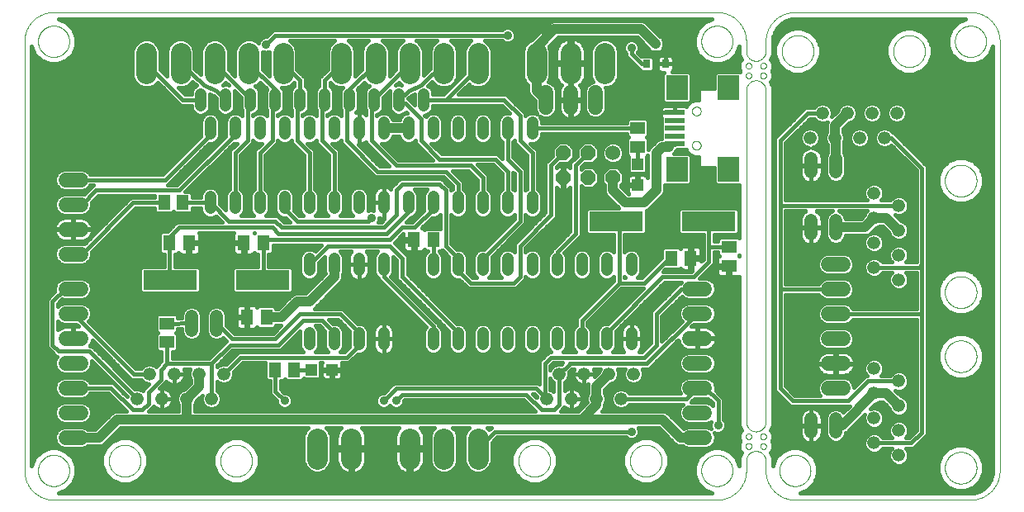
<source format=gtl>
G75*
%MOIN*%
%OFA0B0*%
%FSLAX25Y25*%
%IPPOS*%
%LPD*%
%AMOC8*
5,1,8,0,0,1.08239X$1,22.5*
%
%ADD10C,0.00000*%
%ADD11R,0.04724X0.04724*%
%ADD12R,0.05118X0.06299*%
%ADD13R,0.06299X0.05118*%
%ADD14C,0.04800*%
%ADD15C,0.05250*%
%ADD16C,0.05400*%
%ADD17R,0.21654X0.07874*%
%ADD18R,0.05906X0.05118*%
%ADD19R,0.05118X0.05906*%
%ADD20C,0.06000*%
%ADD21OC8,0.06000*%
%ADD22C,0.06000*%
%ADD23R,0.03100X0.03500*%
%ADD24C,0.08400*%
%ADD25R,0.08661X0.09843*%
%ADD26R,0.07874X0.01969*%
%ADD27C,0.01600*%
%ADD28C,0.04000*%
%ADD29C,0.03562*%
%ADD30C,0.02400*%
D10*
X0013611Y0020494D02*
X0281328Y0020494D01*
X0281328Y0020495D02*
X0281613Y0020498D01*
X0281899Y0020509D01*
X0282184Y0020526D01*
X0282468Y0020550D01*
X0282752Y0020581D01*
X0283035Y0020619D01*
X0283316Y0020664D01*
X0283597Y0020715D01*
X0283877Y0020773D01*
X0284155Y0020838D01*
X0284431Y0020910D01*
X0284705Y0020988D01*
X0284978Y0021073D01*
X0285248Y0021165D01*
X0285516Y0021263D01*
X0285782Y0021367D01*
X0286045Y0021478D01*
X0286305Y0021595D01*
X0286563Y0021718D01*
X0286817Y0021848D01*
X0287068Y0021984D01*
X0287316Y0022125D01*
X0287560Y0022273D01*
X0287801Y0022426D01*
X0288037Y0022586D01*
X0288270Y0022751D01*
X0288499Y0022921D01*
X0288724Y0023097D01*
X0288944Y0023279D01*
X0289160Y0023465D01*
X0289371Y0023657D01*
X0289578Y0023854D01*
X0289780Y0024056D01*
X0289977Y0024263D01*
X0290169Y0024474D01*
X0290355Y0024690D01*
X0290537Y0024910D01*
X0290713Y0025135D01*
X0290883Y0025364D01*
X0291048Y0025597D01*
X0291208Y0025833D01*
X0291361Y0026074D01*
X0291509Y0026318D01*
X0291650Y0026566D01*
X0291786Y0026817D01*
X0291916Y0027071D01*
X0292039Y0027329D01*
X0292156Y0027589D01*
X0292267Y0027852D01*
X0292371Y0028118D01*
X0292469Y0028386D01*
X0292561Y0028656D01*
X0292646Y0028929D01*
X0292724Y0029203D01*
X0292796Y0029479D01*
X0292861Y0029757D01*
X0292919Y0030037D01*
X0292970Y0030318D01*
X0293015Y0030599D01*
X0293053Y0030882D01*
X0293084Y0031166D01*
X0293108Y0031450D01*
X0293125Y0031735D01*
X0293136Y0032021D01*
X0293139Y0032306D01*
X0293139Y0036243D01*
X0297076Y0040180D02*
X0297200Y0040178D01*
X0297323Y0040172D01*
X0297447Y0040163D01*
X0297569Y0040149D01*
X0297692Y0040132D01*
X0297814Y0040110D01*
X0297935Y0040085D01*
X0298055Y0040056D01*
X0298174Y0040024D01*
X0298293Y0039987D01*
X0298410Y0039947D01*
X0298525Y0039904D01*
X0298640Y0039856D01*
X0298752Y0039805D01*
X0298863Y0039751D01*
X0298973Y0039693D01*
X0299080Y0039632D01*
X0299186Y0039567D01*
X0299289Y0039499D01*
X0299390Y0039428D01*
X0299489Y0039354D01*
X0299586Y0039277D01*
X0299680Y0039196D01*
X0299771Y0039113D01*
X0299860Y0039027D01*
X0299946Y0038938D01*
X0300029Y0038847D01*
X0300110Y0038753D01*
X0300187Y0038656D01*
X0300261Y0038557D01*
X0300332Y0038456D01*
X0300400Y0038353D01*
X0300465Y0038247D01*
X0300526Y0038140D01*
X0300584Y0038030D01*
X0300638Y0037919D01*
X0300689Y0037807D01*
X0300737Y0037692D01*
X0300780Y0037577D01*
X0300820Y0037460D01*
X0300857Y0037341D01*
X0300889Y0037222D01*
X0300918Y0037102D01*
X0300943Y0036981D01*
X0300965Y0036859D01*
X0300982Y0036736D01*
X0300996Y0036614D01*
X0301005Y0036490D01*
X0301011Y0036367D01*
X0301013Y0036243D01*
X0301013Y0032306D01*
X0297076Y0040180D02*
X0296952Y0040178D01*
X0296829Y0040172D01*
X0296705Y0040163D01*
X0296583Y0040149D01*
X0296460Y0040132D01*
X0296338Y0040110D01*
X0296217Y0040085D01*
X0296097Y0040056D01*
X0295978Y0040024D01*
X0295859Y0039987D01*
X0295742Y0039947D01*
X0295627Y0039904D01*
X0295512Y0039856D01*
X0295400Y0039805D01*
X0295289Y0039751D01*
X0295179Y0039693D01*
X0295072Y0039632D01*
X0294966Y0039567D01*
X0294863Y0039499D01*
X0294762Y0039428D01*
X0294663Y0039354D01*
X0294566Y0039277D01*
X0294472Y0039196D01*
X0294381Y0039113D01*
X0294292Y0039027D01*
X0294206Y0038938D01*
X0294123Y0038847D01*
X0294042Y0038753D01*
X0293965Y0038656D01*
X0293891Y0038557D01*
X0293820Y0038456D01*
X0293752Y0038353D01*
X0293687Y0038247D01*
X0293626Y0038140D01*
X0293568Y0038030D01*
X0293514Y0037919D01*
X0293463Y0037807D01*
X0293415Y0037692D01*
X0293372Y0037577D01*
X0293332Y0037460D01*
X0293295Y0037341D01*
X0293263Y0037222D01*
X0293234Y0037102D01*
X0293209Y0036981D01*
X0293187Y0036859D01*
X0293170Y0036736D01*
X0293156Y0036614D01*
X0293147Y0036490D01*
X0293141Y0036367D01*
X0293139Y0036243D01*
X0292942Y0042148D02*
X0292944Y0042217D01*
X0292950Y0042285D01*
X0292960Y0042353D01*
X0292974Y0042420D01*
X0292992Y0042487D01*
X0293013Y0042552D01*
X0293039Y0042616D01*
X0293068Y0042678D01*
X0293100Y0042738D01*
X0293136Y0042797D01*
X0293176Y0042853D01*
X0293218Y0042907D01*
X0293264Y0042958D01*
X0293313Y0043007D01*
X0293364Y0043053D01*
X0293418Y0043095D01*
X0293474Y0043135D01*
X0293532Y0043171D01*
X0293593Y0043203D01*
X0293655Y0043232D01*
X0293719Y0043258D01*
X0293784Y0043279D01*
X0293851Y0043297D01*
X0293918Y0043311D01*
X0293986Y0043321D01*
X0294054Y0043327D01*
X0294123Y0043329D01*
X0294192Y0043327D01*
X0294260Y0043321D01*
X0294328Y0043311D01*
X0294395Y0043297D01*
X0294462Y0043279D01*
X0294527Y0043258D01*
X0294591Y0043232D01*
X0294653Y0043203D01*
X0294713Y0043171D01*
X0294772Y0043135D01*
X0294828Y0043095D01*
X0294882Y0043053D01*
X0294933Y0043007D01*
X0294982Y0042958D01*
X0295028Y0042907D01*
X0295070Y0042853D01*
X0295110Y0042797D01*
X0295146Y0042738D01*
X0295178Y0042678D01*
X0295207Y0042616D01*
X0295233Y0042552D01*
X0295254Y0042487D01*
X0295272Y0042420D01*
X0295286Y0042353D01*
X0295296Y0042285D01*
X0295302Y0042217D01*
X0295304Y0042148D01*
X0295302Y0042079D01*
X0295296Y0042011D01*
X0295286Y0041943D01*
X0295272Y0041876D01*
X0295254Y0041809D01*
X0295233Y0041744D01*
X0295207Y0041680D01*
X0295178Y0041618D01*
X0295146Y0041557D01*
X0295110Y0041499D01*
X0295070Y0041443D01*
X0295028Y0041389D01*
X0294982Y0041338D01*
X0294933Y0041289D01*
X0294882Y0041243D01*
X0294828Y0041201D01*
X0294772Y0041161D01*
X0294714Y0041125D01*
X0294653Y0041093D01*
X0294591Y0041064D01*
X0294527Y0041038D01*
X0294462Y0041017D01*
X0294395Y0040999D01*
X0294328Y0040985D01*
X0294260Y0040975D01*
X0294192Y0040969D01*
X0294123Y0040967D01*
X0294054Y0040969D01*
X0293986Y0040975D01*
X0293918Y0040985D01*
X0293851Y0040999D01*
X0293784Y0041017D01*
X0293719Y0041038D01*
X0293655Y0041064D01*
X0293593Y0041093D01*
X0293532Y0041125D01*
X0293474Y0041161D01*
X0293418Y0041201D01*
X0293364Y0041243D01*
X0293313Y0041289D01*
X0293264Y0041338D01*
X0293218Y0041389D01*
X0293176Y0041443D01*
X0293136Y0041499D01*
X0293100Y0041557D01*
X0293068Y0041618D01*
X0293039Y0041680D01*
X0293013Y0041744D01*
X0292992Y0041809D01*
X0292974Y0041876D01*
X0292960Y0041943D01*
X0292950Y0042011D01*
X0292944Y0042079D01*
X0292942Y0042148D01*
X0298847Y0042148D02*
X0298849Y0042217D01*
X0298855Y0042285D01*
X0298865Y0042353D01*
X0298879Y0042420D01*
X0298897Y0042487D01*
X0298918Y0042552D01*
X0298944Y0042616D01*
X0298973Y0042678D01*
X0299005Y0042738D01*
X0299041Y0042797D01*
X0299081Y0042853D01*
X0299123Y0042907D01*
X0299169Y0042958D01*
X0299218Y0043007D01*
X0299269Y0043053D01*
X0299323Y0043095D01*
X0299379Y0043135D01*
X0299437Y0043171D01*
X0299498Y0043203D01*
X0299560Y0043232D01*
X0299624Y0043258D01*
X0299689Y0043279D01*
X0299756Y0043297D01*
X0299823Y0043311D01*
X0299891Y0043321D01*
X0299959Y0043327D01*
X0300028Y0043329D01*
X0300097Y0043327D01*
X0300165Y0043321D01*
X0300233Y0043311D01*
X0300300Y0043297D01*
X0300367Y0043279D01*
X0300432Y0043258D01*
X0300496Y0043232D01*
X0300558Y0043203D01*
X0300618Y0043171D01*
X0300677Y0043135D01*
X0300733Y0043095D01*
X0300787Y0043053D01*
X0300838Y0043007D01*
X0300887Y0042958D01*
X0300933Y0042907D01*
X0300975Y0042853D01*
X0301015Y0042797D01*
X0301051Y0042738D01*
X0301083Y0042678D01*
X0301112Y0042616D01*
X0301138Y0042552D01*
X0301159Y0042487D01*
X0301177Y0042420D01*
X0301191Y0042353D01*
X0301201Y0042285D01*
X0301207Y0042217D01*
X0301209Y0042148D01*
X0301207Y0042079D01*
X0301201Y0042011D01*
X0301191Y0041943D01*
X0301177Y0041876D01*
X0301159Y0041809D01*
X0301138Y0041744D01*
X0301112Y0041680D01*
X0301083Y0041618D01*
X0301051Y0041557D01*
X0301015Y0041499D01*
X0300975Y0041443D01*
X0300933Y0041389D01*
X0300887Y0041338D01*
X0300838Y0041289D01*
X0300787Y0041243D01*
X0300733Y0041201D01*
X0300677Y0041161D01*
X0300619Y0041125D01*
X0300558Y0041093D01*
X0300496Y0041064D01*
X0300432Y0041038D01*
X0300367Y0041017D01*
X0300300Y0040999D01*
X0300233Y0040985D01*
X0300165Y0040975D01*
X0300097Y0040969D01*
X0300028Y0040967D01*
X0299959Y0040969D01*
X0299891Y0040975D01*
X0299823Y0040985D01*
X0299756Y0040999D01*
X0299689Y0041017D01*
X0299624Y0041038D01*
X0299560Y0041064D01*
X0299498Y0041093D01*
X0299437Y0041125D01*
X0299379Y0041161D01*
X0299323Y0041201D01*
X0299269Y0041243D01*
X0299218Y0041289D01*
X0299169Y0041338D01*
X0299123Y0041389D01*
X0299081Y0041443D01*
X0299041Y0041499D01*
X0299005Y0041557D01*
X0298973Y0041618D01*
X0298944Y0041680D01*
X0298918Y0041744D01*
X0298897Y0041809D01*
X0298879Y0041876D01*
X0298865Y0041943D01*
X0298855Y0042011D01*
X0298849Y0042079D01*
X0298847Y0042148D01*
X0298847Y0046085D02*
X0298849Y0046154D01*
X0298855Y0046222D01*
X0298865Y0046290D01*
X0298879Y0046357D01*
X0298897Y0046424D01*
X0298918Y0046489D01*
X0298944Y0046553D01*
X0298973Y0046615D01*
X0299005Y0046675D01*
X0299041Y0046734D01*
X0299081Y0046790D01*
X0299123Y0046844D01*
X0299169Y0046895D01*
X0299218Y0046944D01*
X0299269Y0046990D01*
X0299323Y0047032D01*
X0299379Y0047072D01*
X0299437Y0047108D01*
X0299498Y0047140D01*
X0299560Y0047169D01*
X0299624Y0047195D01*
X0299689Y0047216D01*
X0299756Y0047234D01*
X0299823Y0047248D01*
X0299891Y0047258D01*
X0299959Y0047264D01*
X0300028Y0047266D01*
X0300097Y0047264D01*
X0300165Y0047258D01*
X0300233Y0047248D01*
X0300300Y0047234D01*
X0300367Y0047216D01*
X0300432Y0047195D01*
X0300496Y0047169D01*
X0300558Y0047140D01*
X0300618Y0047108D01*
X0300677Y0047072D01*
X0300733Y0047032D01*
X0300787Y0046990D01*
X0300838Y0046944D01*
X0300887Y0046895D01*
X0300933Y0046844D01*
X0300975Y0046790D01*
X0301015Y0046734D01*
X0301051Y0046675D01*
X0301083Y0046615D01*
X0301112Y0046553D01*
X0301138Y0046489D01*
X0301159Y0046424D01*
X0301177Y0046357D01*
X0301191Y0046290D01*
X0301201Y0046222D01*
X0301207Y0046154D01*
X0301209Y0046085D01*
X0301207Y0046016D01*
X0301201Y0045948D01*
X0301191Y0045880D01*
X0301177Y0045813D01*
X0301159Y0045746D01*
X0301138Y0045681D01*
X0301112Y0045617D01*
X0301083Y0045555D01*
X0301051Y0045494D01*
X0301015Y0045436D01*
X0300975Y0045380D01*
X0300933Y0045326D01*
X0300887Y0045275D01*
X0300838Y0045226D01*
X0300787Y0045180D01*
X0300733Y0045138D01*
X0300677Y0045098D01*
X0300619Y0045062D01*
X0300558Y0045030D01*
X0300496Y0045001D01*
X0300432Y0044975D01*
X0300367Y0044954D01*
X0300300Y0044936D01*
X0300233Y0044922D01*
X0300165Y0044912D01*
X0300097Y0044906D01*
X0300028Y0044904D01*
X0299959Y0044906D01*
X0299891Y0044912D01*
X0299823Y0044922D01*
X0299756Y0044936D01*
X0299689Y0044954D01*
X0299624Y0044975D01*
X0299560Y0045001D01*
X0299498Y0045030D01*
X0299437Y0045062D01*
X0299379Y0045098D01*
X0299323Y0045138D01*
X0299269Y0045180D01*
X0299218Y0045226D01*
X0299169Y0045275D01*
X0299123Y0045326D01*
X0299081Y0045380D01*
X0299041Y0045436D01*
X0299005Y0045494D01*
X0298973Y0045555D01*
X0298944Y0045617D01*
X0298918Y0045681D01*
X0298897Y0045746D01*
X0298879Y0045813D01*
X0298865Y0045880D01*
X0298855Y0045948D01*
X0298849Y0046016D01*
X0298847Y0046085D01*
X0292942Y0046085D02*
X0292944Y0046154D01*
X0292950Y0046222D01*
X0292960Y0046290D01*
X0292974Y0046357D01*
X0292992Y0046424D01*
X0293013Y0046489D01*
X0293039Y0046553D01*
X0293068Y0046615D01*
X0293100Y0046675D01*
X0293136Y0046734D01*
X0293176Y0046790D01*
X0293218Y0046844D01*
X0293264Y0046895D01*
X0293313Y0046944D01*
X0293364Y0046990D01*
X0293418Y0047032D01*
X0293474Y0047072D01*
X0293532Y0047108D01*
X0293593Y0047140D01*
X0293655Y0047169D01*
X0293719Y0047195D01*
X0293784Y0047216D01*
X0293851Y0047234D01*
X0293918Y0047248D01*
X0293986Y0047258D01*
X0294054Y0047264D01*
X0294123Y0047266D01*
X0294192Y0047264D01*
X0294260Y0047258D01*
X0294328Y0047248D01*
X0294395Y0047234D01*
X0294462Y0047216D01*
X0294527Y0047195D01*
X0294591Y0047169D01*
X0294653Y0047140D01*
X0294713Y0047108D01*
X0294772Y0047072D01*
X0294828Y0047032D01*
X0294882Y0046990D01*
X0294933Y0046944D01*
X0294982Y0046895D01*
X0295028Y0046844D01*
X0295070Y0046790D01*
X0295110Y0046734D01*
X0295146Y0046675D01*
X0295178Y0046615D01*
X0295207Y0046553D01*
X0295233Y0046489D01*
X0295254Y0046424D01*
X0295272Y0046357D01*
X0295286Y0046290D01*
X0295296Y0046222D01*
X0295302Y0046154D01*
X0295304Y0046085D01*
X0295302Y0046016D01*
X0295296Y0045948D01*
X0295286Y0045880D01*
X0295272Y0045813D01*
X0295254Y0045746D01*
X0295233Y0045681D01*
X0295207Y0045617D01*
X0295178Y0045555D01*
X0295146Y0045494D01*
X0295110Y0045436D01*
X0295070Y0045380D01*
X0295028Y0045326D01*
X0294982Y0045275D01*
X0294933Y0045226D01*
X0294882Y0045180D01*
X0294828Y0045138D01*
X0294772Y0045098D01*
X0294714Y0045062D01*
X0294653Y0045030D01*
X0294591Y0045001D01*
X0294527Y0044975D01*
X0294462Y0044954D01*
X0294395Y0044936D01*
X0294328Y0044922D01*
X0294260Y0044912D01*
X0294192Y0044906D01*
X0294123Y0044904D01*
X0294054Y0044906D01*
X0293986Y0044912D01*
X0293918Y0044922D01*
X0293851Y0044936D01*
X0293784Y0044954D01*
X0293719Y0044975D01*
X0293655Y0045001D01*
X0293593Y0045030D01*
X0293532Y0045062D01*
X0293474Y0045098D01*
X0293418Y0045138D01*
X0293364Y0045180D01*
X0293313Y0045226D01*
X0293264Y0045275D01*
X0293218Y0045326D01*
X0293176Y0045380D01*
X0293136Y0045436D01*
X0293100Y0045494D01*
X0293068Y0045555D01*
X0293039Y0045617D01*
X0293013Y0045681D01*
X0292992Y0045746D01*
X0292974Y0045813D01*
X0292960Y0045880D01*
X0292950Y0045948D01*
X0292944Y0046016D01*
X0292942Y0046085D01*
X0293139Y0051991D02*
X0293139Y0185849D01*
X0293141Y0185973D01*
X0293147Y0186096D01*
X0293156Y0186220D01*
X0293170Y0186342D01*
X0293187Y0186465D01*
X0293209Y0186587D01*
X0293234Y0186708D01*
X0293263Y0186828D01*
X0293295Y0186947D01*
X0293332Y0187066D01*
X0293372Y0187183D01*
X0293415Y0187298D01*
X0293463Y0187413D01*
X0293514Y0187525D01*
X0293568Y0187636D01*
X0293626Y0187746D01*
X0293687Y0187853D01*
X0293752Y0187959D01*
X0293820Y0188062D01*
X0293891Y0188163D01*
X0293965Y0188262D01*
X0294042Y0188359D01*
X0294123Y0188453D01*
X0294206Y0188544D01*
X0294292Y0188633D01*
X0294381Y0188719D01*
X0294472Y0188802D01*
X0294566Y0188883D01*
X0294663Y0188960D01*
X0294762Y0189034D01*
X0294863Y0189105D01*
X0294966Y0189173D01*
X0295072Y0189238D01*
X0295179Y0189299D01*
X0295289Y0189357D01*
X0295400Y0189411D01*
X0295512Y0189462D01*
X0295627Y0189510D01*
X0295742Y0189553D01*
X0295859Y0189593D01*
X0295978Y0189630D01*
X0296097Y0189662D01*
X0296217Y0189691D01*
X0296338Y0189716D01*
X0296460Y0189738D01*
X0296583Y0189755D01*
X0296705Y0189769D01*
X0296829Y0189778D01*
X0296952Y0189784D01*
X0297076Y0189786D01*
X0298847Y0191754D02*
X0298849Y0191823D01*
X0298855Y0191891D01*
X0298865Y0191959D01*
X0298879Y0192026D01*
X0298897Y0192093D01*
X0298918Y0192158D01*
X0298944Y0192222D01*
X0298973Y0192284D01*
X0299005Y0192344D01*
X0299041Y0192403D01*
X0299081Y0192459D01*
X0299123Y0192513D01*
X0299169Y0192564D01*
X0299218Y0192613D01*
X0299269Y0192659D01*
X0299323Y0192701D01*
X0299379Y0192741D01*
X0299437Y0192777D01*
X0299498Y0192809D01*
X0299560Y0192838D01*
X0299624Y0192864D01*
X0299689Y0192885D01*
X0299756Y0192903D01*
X0299823Y0192917D01*
X0299891Y0192927D01*
X0299959Y0192933D01*
X0300028Y0192935D01*
X0300097Y0192933D01*
X0300165Y0192927D01*
X0300233Y0192917D01*
X0300300Y0192903D01*
X0300367Y0192885D01*
X0300432Y0192864D01*
X0300496Y0192838D01*
X0300558Y0192809D01*
X0300618Y0192777D01*
X0300677Y0192741D01*
X0300733Y0192701D01*
X0300787Y0192659D01*
X0300838Y0192613D01*
X0300887Y0192564D01*
X0300933Y0192513D01*
X0300975Y0192459D01*
X0301015Y0192403D01*
X0301051Y0192344D01*
X0301083Y0192284D01*
X0301112Y0192222D01*
X0301138Y0192158D01*
X0301159Y0192093D01*
X0301177Y0192026D01*
X0301191Y0191959D01*
X0301201Y0191891D01*
X0301207Y0191823D01*
X0301209Y0191754D01*
X0301207Y0191685D01*
X0301201Y0191617D01*
X0301191Y0191549D01*
X0301177Y0191482D01*
X0301159Y0191415D01*
X0301138Y0191350D01*
X0301112Y0191286D01*
X0301083Y0191224D01*
X0301051Y0191163D01*
X0301015Y0191105D01*
X0300975Y0191049D01*
X0300933Y0190995D01*
X0300887Y0190944D01*
X0300838Y0190895D01*
X0300787Y0190849D01*
X0300733Y0190807D01*
X0300677Y0190767D01*
X0300619Y0190731D01*
X0300558Y0190699D01*
X0300496Y0190670D01*
X0300432Y0190644D01*
X0300367Y0190623D01*
X0300300Y0190605D01*
X0300233Y0190591D01*
X0300165Y0190581D01*
X0300097Y0190575D01*
X0300028Y0190573D01*
X0299959Y0190575D01*
X0299891Y0190581D01*
X0299823Y0190591D01*
X0299756Y0190605D01*
X0299689Y0190623D01*
X0299624Y0190644D01*
X0299560Y0190670D01*
X0299498Y0190699D01*
X0299437Y0190731D01*
X0299379Y0190767D01*
X0299323Y0190807D01*
X0299269Y0190849D01*
X0299218Y0190895D01*
X0299169Y0190944D01*
X0299123Y0190995D01*
X0299081Y0191049D01*
X0299041Y0191105D01*
X0299005Y0191163D01*
X0298973Y0191224D01*
X0298944Y0191286D01*
X0298918Y0191350D01*
X0298897Y0191415D01*
X0298879Y0191482D01*
X0298865Y0191549D01*
X0298855Y0191617D01*
X0298849Y0191685D01*
X0298847Y0191754D01*
X0292942Y0191754D02*
X0292944Y0191823D01*
X0292950Y0191891D01*
X0292960Y0191959D01*
X0292974Y0192026D01*
X0292992Y0192093D01*
X0293013Y0192158D01*
X0293039Y0192222D01*
X0293068Y0192284D01*
X0293100Y0192344D01*
X0293136Y0192403D01*
X0293176Y0192459D01*
X0293218Y0192513D01*
X0293264Y0192564D01*
X0293313Y0192613D01*
X0293364Y0192659D01*
X0293418Y0192701D01*
X0293474Y0192741D01*
X0293532Y0192777D01*
X0293593Y0192809D01*
X0293655Y0192838D01*
X0293719Y0192864D01*
X0293784Y0192885D01*
X0293851Y0192903D01*
X0293918Y0192917D01*
X0293986Y0192927D01*
X0294054Y0192933D01*
X0294123Y0192935D01*
X0294192Y0192933D01*
X0294260Y0192927D01*
X0294328Y0192917D01*
X0294395Y0192903D01*
X0294462Y0192885D01*
X0294527Y0192864D01*
X0294591Y0192838D01*
X0294653Y0192809D01*
X0294713Y0192777D01*
X0294772Y0192741D01*
X0294828Y0192701D01*
X0294882Y0192659D01*
X0294933Y0192613D01*
X0294982Y0192564D01*
X0295028Y0192513D01*
X0295070Y0192459D01*
X0295110Y0192403D01*
X0295146Y0192344D01*
X0295178Y0192284D01*
X0295207Y0192222D01*
X0295233Y0192158D01*
X0295254Y0192093D01*
X0295272Y0192026D01*
X0295286Y0191959D01*
X0295296Y0191891D01*
X0295302Y0191823D01*
X0295304Y0191754D01*
X0295302Y0191685D01*
X0295296Y0191617D01*
X0295286Y0191549D01*
X0295272Y0191482D01*
X0295254Y0191415D01*
X0295233Y0191350D01*
X0295207Y0191286D01*
X0295178Y0191224D01*
X0295146Y0191163D01*
X0295110Y0191105D01*
X0295070Y0191049D01*
X0295028Y0190995D01*
X0294982Y0190944D01*
X0294933Y0190895D01*
X0294882Y0190849D01*
X0294828Y0190807D01*
X0294772Y0190767D01*
X0294714Y0190731D01*
X0294653Y0190699D01*
X0294591Y0190670D01*
X0294527Y0190644D01*
X0294462Y0190623D01*
X0294395Y0190605D01*
X0294328Y0190591D01*
X0294260Y0190581D01*
X0294192Y0190575D01*
X0294123Y0190573D01*
X0294054Y0190575D01*
X0293986Y0190581D01*
X0293918Y0190591D01*
X0293851Y0190605D01*
X0293784Y0190623D01*
X0293719Y0190644D01*
X0293655Y0190670D01*
X0293593Y0190699D01*
X0293532Y0190731D01*
X0293474Y0190767D01*
X0293418Y0190807D01*
X0293364Y0190849D01*
X0293313Y0190895D01*
X0293264Y0190944D01*
X0293218Y0190995D01*
X0293176Y0191049D01*
X0293136Y0191105D01*
X0293100Y0191163D01*
X0293068Y0191224D01*
X0293039Y0191286D01*
X0293013Y0191350D01*
X0292992Y0191415D01*
X0292974Y0191482D01*
X0292960Y0191549D01*
X0292950Y0191617D01*
X0292944Y0191685D01*
X0292942Y0191754D01*
X0292942Y0195691D02*
X0292944Y0195760D01*
X0292950Y0195828D01*
X0292960Y0195896D01*
X0292974Y0195963D01*
X0292992Y0196030D01*
X0293013Y0196095D01*
X0293039Y0196159D01*
X0293068Y0196221D01*
X0293100Y0196281D01*
X0293136Y0196340D01*
X0293176Y0196396D01*
X0293218Y0196450D01*
X0293264Y0196501D01*
X0293313Y0196550D01*
X0293364Y0196596D01*
X0293418Y0196638D01*
X0293474Y0196678D01*
X0293532Y0196714D01*
X0293593Y0196746D01*
X0293655Y0196775D01*
X0293719Y0196801D01*
X0293784Y0196822D01*
X0293851Y0196840D01*
X0293918Y0196854D01*
X0293986Y0196864D01*
X0294054Y0196870D01*
X0294123Y0196872D01*
X0294192Y0196870D01*
X0294260Y0196864D01*
X0294328Y0196854D01*
X0294395Y0196840D01*
X0294462Y0196822D01*
X0294527Y0196801D01*
X0294591Y0196775D01*
X0294653Y0196746D01*
X0294713Y0196714D01*
X0294772Y0196678D01*
X0294828Y0196638D01*
X0294882Y0196596D01*
X0294933Y0196550D01*
X0294982Y0196501D01*
X0295028Y0196450D01*
X0295070Y0196396D01*
X0295110Y0196340D01*
X0295146Y0196281D01*
X0295178Y0196221D01*
X0295207Y0196159D01*
X0295233Y0196095D01*
X0295254Y0196030D01*
X0295272Y0195963D01*
X0295286Y0195896D01*
X0295296Y0195828D01*
X0295302Y0195760D01*
X0295304Y0195691D01*
X0295302Y0195622D01*
X0295296Y0195554D01*
X0295286Y0195486D01*
X0295272Y0195419D01*
X0295254Y0195352D01*
X0295233Y0195287D01*
X0295207Y0195223D01*
X0295178Y0195161D01*
X0295146Y0195100D01*
X0295110Y0195042D01*
X0295070Y0194986D01*
X0295028Y0194932D01*
X0294982Y0194881D01*
X0294933Y0194832D01*
X0294882Y0194786D01*
X0294828Y0194744D01*
X0294772Y0194704D01*
X0294714Y0194668D01*
X0294653Y0194636D01*
X0294591Y0194607D01*
X0294527Y0194581D01*
X0294462Y0194560D01*
X0294395Y0194542D01*
X0294328Y0194528D01*
X0294260Y0194518D01*
X0294192Y0194512D01*
X0294123Y0194510D01*
X0294054Y0194512D01*
X0293986Y0194518D01*
X0293918Y0194528D01*
X0293851Y0194542D01*
X0293784Y0194560D01*
X0293719Y0194581D01*
X0293655Y0194607D01*
X0293593Y0194636D01*
X0293532Y0194668D01*
X0293474Y0194704D01*
X0293418Y0194744D01*
X0293364Y0194786D01*
X0293313Y0194832D01*
X0293264Y0194881D01*
X0293218Y0194932D01*
X0293176Y0194986D01*
X0293136Y0195042D01*
X0293100Y0195100D01*
X0293068Y0195161D01*
X0293039Y0195223D01*
X0293013Y0195287D01*
X0292992Y0195352D01*
X0292974Y0195419D01*
X0292960Y0195486D01*
X0292950Y0195554D01*
X0292944Y0195622D01*
X0292942Y0195691D01*
X0298847Y0195691D02*
X0298849Y0195760D01*
X0298855Y0195828D01*
X0298865Y0195896D01*
X0298879Y0195963D01*
X0298897Y0196030D01*
X0298918Y0196095D01*
X0298944Y0196159D01*
X0298973Y0196221D01*
X0299005Y0196281D01*
X0299041Y0196340D01*
X0299081Y0196396D01*
X0299123Y0196450D01*
X0299169Y0196501D01*
X0299218Y0196550D01*
X0299269Y0196596D01*
X0299323Y0196638D01*
X0299379Y0196678D01*
X0299437Y0196714D01*
X0299498Y0196746D01*
X0299560Y0196775D01*
X0299624Y0196801D01*
X0299689Y0196822D01*
X0299756Y0196840D01*
X0299823Y0196854D01*
X0299891Y0196864D01*
X0299959Y0196870D01*
X0300028Y0196872D01*
X0300097Y0196870D01*
X0300165Y0196864D01*
X0300233Y0196854D01*
X0300300Y0196840D01*
X0300367Y0196822D01*
X0300432Y0196801D01*
X0300496Y0196775D01*
X0300558Y0196746D01*
X0300618Y0196714D01*
X0300677Y0196678D01*
X0300733Y0196638D01*
X0300787Y0196596D01*
X0300838Y0196550D01*
X0300887Y0196501D01*
X0300933Y0196450D01*
X0300975Y0196396D01*
X0301015Y0196340D01*
X0301051Y0196281D01*
X0301083Y0196221D01*
X0301112Y0196159D01*
X0301138Y0196095D01*
X0301159Y0196030D01*
X0301177Y0195963D01*
X0301191Y0195896D01*
X0301201Y0195828D01*
X0301207Y0195760D01*
X0301209Y0195691D01*
X0301207Y0195622D01*
X0301201Y0195554D01*
X0301191Y0195486D01*
X0301177Y0195419D01*
X0301159Y0195352D01*
X0301138Y0195287D01*
X0301112Y0195223D01*
X0301083Y0195161D01*
X0301051Y0195100D01*
X0301015Y0195042D01*
X0300975Y0194986D01*
X0300933Y0194932D01*
X0300887Y0194881D01*
X0300838Y0194832D01*
X0300787Y0194786D01*
X0300733Y0194744D01*
X0300677Y0194704D01*
X0300619Y0194668D01*
X0300558Y0194636D01*
X0300496Y0194607D01*
X0300432Y0194581D01*
X0300367Y0194560D01*
X0300300Y0194542D01*
X0300233Y0194528D01*
X0300165Y0194518D01*
X0300097Y0194512D01*
X0300028Y0194510D01*
X0299959Y0194512D01*
X0299891Y0194518D01*
X0299823Y0194528D01*
X0299756Y0194542D01*
X0299689Y0194560D01*
X0299624Y0194581D01*
X0299560Y0194607D01*
X0299498Y0194636D01*
X0299437Y0194668D01*
X0299379Y0194704D01*
X0299323Y0194744D01*
X0299269Y0194786D01*
X0299218Y0194832D01*
X0299169Y0194881D01*
X0299123Y0194932D01*
X0299081Y0194986D01*
X0299041Y0195042D01*
X0299005Y0195100D01*
X0298973Y0195161D01*
X0298944Y0195223D01*
X0298918Y0195287D01*
X0298897Y0195352D01*
X0298879Y0195419D01*
X0298865Y0195486D01*
X0298855Y0195554D01*
X0298849Y0195622D01*
X0298847Y0195691D01*
X0297076Y0197660D02*
X0297200Y0197662D01*
X0297323Y0197668D01*
X0297447Y0197677D01*
X0297569Y0197691D01*
X0297692Y0197708D01*
X0297814Y0197730D01*
X0297935Y0197755D01*
X0298055Y0197784D01*
X0298174Y0197816D01*
X0298293Y0197853D01*
X0298410Y0197893D01*
X0298525Y0197936D01*
X0298640Y0197984D01*
X0298752Y0198035D01*
X0298863Y0198089D01*
X0298973Y0198147D01*
X0299080Y0198208D01*
X0299186Y0198273D01*
X0299289Y0198341D01*
X0299390Y0198412D01*
X0299489Y0198486D01*
X0299586Y0198563D01*
X0299680Y0198644D01*
X0299771Y0198727D01*
X0299860Y0198813D01*
X0299946Y0198902D01*
X0300029Y0198993D01*
X0300110Y0199087D01*
X0300187Y0199184D01*
X0300261Y0199283D01*
X0300332Y0199384D01*
X0300400Y0199487D01*
X0300465Y0199593D01*
X0300526Y0199700D01*
X0300584Y0199810D01*
X0300638Y0199921D01*
X0300689Y0200033D01*
X0300737Y0200148D01*
X0300780Y0200263D01*
X0300820Y0200380D01*
X0300857Y0200499D01*
X0300889Y0200618D01*
X0300918Y0200738D01*
X0300943Y0200859D01*
X0300965Y0200981D01*
X0300982Y0201104D01*
X0300996Y0201226D01*
X0301005Y0201350D01*
X0301011Y0201473D01*
X0301013Y0201597D01*
X0301013Y0205534D01*
X0293139Y0201597D02*
X0293141Y0201473D01*
X0293147Y0201350D01*
X0293156Y0201226D01*
X0293170Y0201104D01*
X0293187Y0200981D01*
X0293209Y0200859D01*
X0293234Y0200738D01*
X0293263Y0200618D01*
X0293295Y0200499D01*
X0293332Y0200380D01*
X0293372Y0200263D01*
X0293415Y0200148D01*
X0293463Y0200033D01*
X0293514Y0199921D01*
X0293568Y0199810D01*
X0293626Y0199700D01*
X0293687Y0199593D01*
X0293752Y0199487D01*
X0293820Y0199384D01*
X0293891Y0199283D01*
X0293965Y0199184D01*
X0294042Y0199087D01*
X0294123Y0198993D01*
X0294206Y0198902D01*
X0294292Y0198813D01*
X0294381Y0198727D01*
X0294472Y0198644D01*
X0294566Y0198563D01*
X0294663Y0198486D01*
X0294762Y0198412D01*
X0294863Y0198341D01*
X0294966Y0198273D01*
X0295072Y0198208D01*
X0295179Y0198147D01*
X0295289Y0198089D01*
X0295400Y0198035D01*
X0295512Y0197984D01*
X0295627Y0197936D01*
X0295742Y0197893D01*
X0295859Y0197853D01*
X0295978Y0197816D01*
X0296097Y0197784D01*
X0296217Y0197755D01*
X0296338Y0197730D01*
X0296460Y0197708D01*
X0296583Y0197691D01*
X0296705Y0197677D01*
X0296829Y0197668D01*
X0296952Y0197662D01*
X0297076Y0197660D01*
X0293139Y0201597D02*
X0293139Y0205534D01*
X0293136Y0205819D01*
X0293125Y0206105D01*
X0293108Y0206390D01*
X0293084Y0206674D01*
X0293053Y0206958D01*
X0293015Y0207241D01*
X0292970Y0207522D01*
X0292919Y0207803D01*
X0292861Y0208083D01*
X0292796Y0208361D01*
X0292724Y0208637D01*
X0292646Y0208911D01*
X0292561Y0209184D01*
X0292469Y0209454D01*
X0292371Y0209722D01*
X0292267Y0209988D01*
X0292156Y0210251D01*
X0292039Y0210511D01*
X0291916Y0210769D01*
X0291786Y0211023D01*
X0291650Y0211274D01*
X0291509Y0211522D01*
X0291361Y0211766D01*
X0291208Y0212007D01*
X0291048Y0212243D01*
X0290883Y0212476D01*
X0290713Y0212705D01*
X0290537Y0212930D01*
X0290355Y0213150D01*
X0290169Y0213366D01*
X0289977Y0213577D01*
X0289780Y0213784D01*
X0289578Y0213986D01*
X0289371Y0214183D01*
X0289160Y0214375D01*
X0288944Y0214561D01*
X0288724Y0214743D01*
X0288499Y0214919D01*
X0288270Y0215089D01*
X0288037Y0215254D01*
X0287801Y0215414D01*
X0287560Y0215567D01*
X0287316Y0215715D01*
X0287068Y0215856D01*
X0286817Y0215992D01*
X0286563Y0216122D01*
X0286305Y0216245D01*
X0286045Y0216362D01*
X0285782Y0216473D01*
X0285516Y0216577D01*
X0285248Y0216675D01*
X0284978Y0216767D01*
X0284705Y0216852D01*
X0284431Y0216930D01*
X0284155Y0217002D01*
X0283877Y0217067D01*
X0283597Y0217125D01*
X0283316Y0217176D01*
X0283035Y0217221D01*
X0282752Y0217259D01*
X0282468Y0217290D01*
X0282184Y0217314D01*
X0281899Y0217331D01*
X0281613Y0217342D01*
X0281328Y0217345D01*
X0013611Y0217345D01*
X0013326Y0217342D01*
X0013040Y0217331D01*
X0012755Y0217314D01*
X0012471Y0217290D01*
X0012187Y0217259D01*
X0011904Y0217221D01*
X0011623Y0217176D01*
X0011342Y0217125D01*
X0011062Y0217067D01*
X0010784Y0217002D01*
X0010508Y0216930D01*
X0010234Y0216852D01*
X0009961Y0216767D01*
X0009691Y0216675D01*
X0009423Y0216577D01*
X0009157Y0216473D01*
X0008894Y0216362D01*
X0008634Y0216245D01*
X0008376Y0216122D01*
X0008122Y0215992D01*
X0007871Y0215856D01*
X0007623Y0215715D01*
X0007379Y0215567D01*
X0007138Y0215414D01*
X0006902Y0215254D01*
X0006669Y0215089D01*
X0006440Y0214919D01*
X0006215Y0214743D01*
X0005995Y0214561D01*
X0005779Y0214375D01*
X0005568Y0214183D01*
X0005361Y0213986D01*
X0005159Y0213784D01*
X0004962Y0213577D01*
X0004770Y0213366D01*
X0004584Y0213150D01*
X0004402Y0212930D01*
X0004226Y0212705D01*
X0004056Y0212476D01*
X0003891Y0212243D01*
X0003731Y0212007D01*
X0003578Y0211766D01*
X0003430Y0211522D01*
X0003289Y0211274D01*
X0003153Y0211023D01*
X0003023Y0210769D01*
X0002900Y0210511D01*
X0002783Y0210251D01*
X0002672Y0209988D01*
X0002568Y0209722D01*
X0002470Y0209454D01*
X0002378Y0209184D01*
X0002293Y0208911D01*
X0002215Y0208637D01*
X0002143Y0208361D01*
X0002078Y0208083D01*
X0002020Y0207803D01*
X0001969Y0207522D01*
X0001924Y0207241D01*
X0001886Y0206958D01*
X0001855Y0206674D01*
X0001831Y0206390D01*
X0001814Y0206105D01*
X0001803Y0205819D01*
X0001800Y0205534D01*
X0001800Y0032306D01*
X0001803Y0032021D01*
X0001814Y0031735D01*
X0001831Y0031450D01*
X0001855Y0031166D01*
X0001886Y0030882D01*
X0001924Y0030599D01*
X0001969Y0030318D01*
X0002020Y0030037D01*
X0002078Y0029757D01*
X0002143Y0029479D01*
X0002215Y0029203D01*
X0002293Y0028929D01*
X0002378Y0028656D01*
X0002470Y0028386D01*
X0002568Y0028118D01*
X0002672Y0027852D01*
X0002783Y0027589D01*
X0002900Y0027329D01*
X0003023Y0027071D01*
X0003153Y0026817D01*
X0003289Y0026566D01*
X0003430Y0026318D01*
X0003578Y0026074D01*
X0003731Y0025833D01*
X0003891Y0025597D01*
X0004056Y0025364D01*
X0004226Y0025135D01*
X0004402Y0024910D01*
X0004584Y0024690D01*
X0004770Y0024474D01*
X0004962Y0024263D01*
X0005159Y0024056D01*
X0005361Y0023854D01*
X0005568Y0023657D01*
X0005779Y0023465D01*
X0005995Y0023279D01*
X0006215Y0023097D01*
X0006440Y0022921D01*
X0006669Y0022751D01*
X0006902Y0022586D01*
X0007138Y0022426D01*
X0007379Y0022273D01*
X0007623Y0022125D01*
X0007871Y0021984D01*
X0008122Y0021848D01*
X0008376Y0021718D01*
X0008634Y0021595D01*
X0008894Y0021478D01*
X0009157Y0021367D01*
X0009423Y0021263D01*
X0009691Y0021165D01*
X0009961Y0021073D01*
X0010234Y0020988D01*
X0010508Y0020910D01*
X0010784Y0020838D01*
X0011062Y0020773D01*
X0011342Y0020715D01*
X0011623Y0020664D01*
X0011904Y0020619D01*
X0012187Y0020581D01*
X0012471Y0020550D01*
X0012755Y0020526D01*
X0013040Y0020509D01*
X0013326Y0020498D01*
X0013611Y0020495D01*
X0007312Y0032306D02*
X0007314Y0032464D01*
X0007320Y0032622D01*
X0007330Y0032780D01*
X0007344Y0032938D01*
X0007362Y0033095D01*
X0007383Y0033252D01*
X0007409Y0033408D01*
X0007439Y0033564D01*
X0007472Y0033719D01*
X0007510Y0033872D01*
X0007551Y0034025D01*
X0007596Y0034177D01*
X0007645Y0034328D01*
X0007698Y0034477D01*
X0007754Y0034625D01*
X0007814Y0034771D01*
X0007878Y0034916D01*
X0007946Y0035059D01*
X0008017Y0035201D01*
X0008091Y0035341D01*
X0008169Y0035478D01*
X0008251Y0035614D01*
X0008335Y0035748D01*
X0008424Y0035879D01*
X0008515Y0036008D01*
X0008610Y0036135D01*
X0008707Y0036260D01*
X0008808Y0036382D01*
X0008912Y0036501D01*
X0009019Y0036618D01*
X0009129Y0036732D01*
X0009242Y0036843D01*
X0009357Y0036952D01*
X0009475Y0037057D01*
X0009596Y0037159D01*
X0009719Y0037259D01*
X0009845Y0037355D01*
X0009973Y0037448D01*
X0010103Y0037538D01*
X0010236Y0037624D01*
X0010371Y0037708D01*
X0010507Y0037787D01*
X0010646Y0037864D01*
X0010787Y0037936D01*
X0010929Y0038006D01*
X0011073Y0038071D01*
X0011219Y0038133D01*
X0011366Y0038191D01*
X0011515Y0038246D01*
X0011665Y0038297D01*
X0011816Y0038344D01*
X0011968Y0038387D01*
X0012121Y0038426D01*
X0012276Y0038462D01*
X0012431Y0038493D01*
X0012587Y0038521D01*
X0012743Y0038545D01*
X0012900Y0038565D01*
X0013058Y0038581D01*
X0013215Y0038593D01*
X0013374Y0038601D01*
X0013532Y0038605D01*
X0013690Y0038605D01*
X0013848Y0038601D01*
X0014007Y0038593D01*
X0014164Y0038581D01*
X0014322Y0038565D01*
X0014479Y0038545D01*
X0014635Y0038521D01*
X0014791Y0038493D01*
X0014946Y0038462D01*
X0015101Y0038426D01*
X0015254Y0038387D01*
X0015406Y0038344D01*
X0015557Y0038297D01*
X0015707Y0038246D01*
X0015856Y0038191D01*
X0016003Y0038133D01*
X0016149Y0038071D01*
X0016293Y0038006D01*
X0016435Y0037936D01*
X0016576Y0037864D01*
X0016715Y0037787D01*
X0016851Y0037708D01*
X0016986Y0037624D01*
X0017119Y0037538D01*
X0017249Y0037448D01*
X0017377Y0037355D01*
X0017503Y0037259D01*
X0017626Y0037159D01*
X0017747Y0037057D01*
X0017865Y0036952D01*
X0017980Y0036843D01*
X0018093Y0036732D01*
X0018203Y0036618D01*
X0018310Y0036501D01*
X0018414Y0036382D01*
X0018515Y0036260D01*
X0018612Y0036135D01*
X0018707Y0036008D01*
X0018798Y0035879D01*
X0018887Y0035748D01*
X0018971Y0035614D01*
X0019053Y0035478D01*
X0019131Y0035341D01*
X0019205Y0035201D01*
X0019276Y0035059D01*
X0019344Y0034916D01*
X0019408Y0034771D01*
X0019468Y0034625D01*
X0019524Y0034477D01*
X0019577Y0034328D01*
X0019626Y0034177D01*
X0019671Y0034025D01*
X0019712Y0033872D01*
X0019750Y0033719D01*
X0019783Y0033564D01*
X0019813Y0033408D01*
X0019839Y0033252D01*
X0019860Y0033095D01*
X0019878Y0032938D01*
X0019892Y0032780D01*
X0019902Y0032622D01*
X0019908Y0032464D01*
X0019910Y0032306D01*
X0019908Y0032148D01*
X0019902Y0031990D01*
X0019892Y0031832D01*
X0019878Y0031674D01*
X0019860Y0031517D01*
X0019839Y0031360D01*
X0019813Y0031204D01*
X0019783Y0031048D01*
X0019750Y0030893D01*
X0019712Y0030740D01*
X0019671Y0030587D01*
X0019626Y0030435D01*
X0019577Y0030284D01*
X0019524Y0030135D01*
X0019468Y0029987D01*
X0019408Y0029841D01*
X0019344Y0029696D01*
X0019276Y0029553D01*
X0019205Y0029411D01*
X0019131Y0029271D01*
X0019053Y0029134D01*
X0018971Y0028998D01*
X0018887Y0028864D01*
X0018798Y0028733D01*
X0018707Y0028604D01*
X0018612Y0028477D01*
X0018515Y0028352D01*
X0018414Y0028230D01*
X0018310Y0028111D01*
X0018203Y0027994D01*
X0018093Y0027880D01*
X0017980Y0027769D01*
X0017865Y0027660D01*
X0017747Y0027555D01*
X0017626Y0027453D01*
X0017503Y0027353D01*
X0017377Y0027257D01*
X0017249Y0027164D01*
X0017119Y0027074D01*
X0016986Y0026988D01*
X0016851Y0026904D01*
X0016715Y0026825D01*
X0016576Y0026748D01*
X0016435Y0026676D01*
X0016293Y0026606D01*
X0016149Y0026541D01*
X0016003Y0026479D01*
X0015856Y0026421D01*
X0015707Y0026366D01*
X0015557Y0026315D01*
X0015406Y0026268D01*
X0015254Y0026225D01*
X0015101Y0026186D01*
X0014946Y0026150D01*
X0014791Y0026119D01*
X0014635Y0026091D01*
X0014479Y0026067D01*
X0014322Y0026047D01*
X0014164Y0026031D01*
X0014007Y0026019D01*
X0013848Y0026011D01*
X0013690Y0026007D01*
X0013532Y0026007D01*
X0013374Y0026011D01*
X0013215Y0026019D01*
X0013058Y0026031D01*
X0012900Y0026047D01*
X0012743Y0026067D01*
X0012587Y0026091D01*
X0012431Y0026119D01*
X0012276Y0026150D01*
X0012121Y0026186D01*
X0011968Y0026225D01*
X0011816Y0026268D01*
X0011665Y0026315D01*
X0011515Y0026366D01*
X0011366Y0026421D01*
X0011219Y0026479D01*
X0011073Y0026541D01*
X0010929Y0026606D01*
X0010787Y0026676D01*
X0010646Y0026748D01*
X0010507Y0026825D01*
X0010371Y0026904D01*
X0010236Y0026988D01*
X0010103Y0027074D01*
X0009973Y0027164D01*
X0009845Y0027257D01*
X0009719Y0027353D01*
X0009596Y0027453D01*
X0009475Y0027555D01*
X0009357Y0027660D01*
X0009242Y0027769D01*
X0009129Y0027880D01*
X0009019Y0027994D01*
X0008912Y0028111D01*
X0008808Y0028230D01*
X0008707Y0028352D01*
X0008610Y0028477D01*
X0008515Y0028604D01*
X0008424Y0028733D01*
X0008335Y0028864D01*
X0008251Y0028998D01*
X0008169Y0029134D01*
X0008091Y0029271D01*
X0008017Y0029411D01*
X0007946Y0029553D01*
X0007878Y0029696D01*
X0007814Y0029841D01*
X0007754Y0029987D01*
X0007698Y0030135D01*
X0007645Y0030284D01*
X0007596Y0030435D01*
X0007551Y0030587D01*
X0007510Y0030740D01*
X0007472Y0030893D01*
X0007439Y0031048D01*
X0007409Y0031204D01*
X0007383Y0031360D01*
X0007362Y0031517D01*
X0007344Y0031674D01*
X0007330Y0031832D01*
X0007320Y0031990D01*
X0007314Y0032148D01*
X0007312Y0032306D01*
X0035892Y0036243D02*
X0035894Y0036403D01*
X0035900Y0036562D01*
X0035910Y0036721D01*
X0035924Y0036880D01*
X0035942Y0037039D01*
X0035963Y0037197D01*
X0035989Y0037354D01*
X0036019Y0037511D01*
X0036052Y0037667D01*
X0036090Y0037822D01*
X0036131Y0037976D01*
X0036176Y0038129D01*
X0036225Y0038281D01*
X0036278Y0038432D01*
X0036334Y0038581D01*
X0036395Y0038729D01*
X0036458Y0038875D01*
X0036526Y0039020D01*
X0036597Y0039163D01*
X0036671Y0039304D01*
X0036749Y0039443D01*
X0036831Y0039580D01*
X0036916Y0039715D01*
X0037004Y0039848D01*
X0037096Y0039979D01*
X0037190Y0040107D01*
X0037288Y0040233D01*
X0037389Y0040357D01*
X0037493Y0040478D01*
X0037600Y0040596D01*
X0037710Y0040712D01*
X0037823Y0040825D01*
X0037939Y0040935D01*
X0038057Y0041042D01*
X0038178Y0041146D01*
X0038302Y0041247D01*
X0038428Y0041345D01*
X0038556Y0041439D01*
X0038687Y0041531D01*
X0038820Y0041619D01*
X0038955Y0041704D01*
X0039092Y0041786D01*
X0039231Y0041864D01*
X0039372Y0041938D01*
X0039515Y0042009D01*
X0039660Y0042077D01*
X0039806Y0042140D01*
X0039954Y0042201D01*
X0040103Y0042257D01*
X0040254Y0042310D01*
X0040406Y0042359D01*
X0040559Y0042404D01*
X0040713Y0042445D01*
X0040868Y0042483D01*
X0041024Y0042516D01*
X0041181Y0042546D01*
X0041338Y0042572D01*
X0041496Y0042593D01*
X0041655Y0042611D01*
X0041814Y0042625D01*
X0041973Y0042635D01*
X0042132Y0042641D01*
X0042292Y0042643D01*
X0042452Y0042641D01*
X0042611Y0042635D01*
X0042770Y0042625D01*
X0042929Y0042611D01*
X0043088Y0042593D01*
X0043246Y0042572D01*
X0043403Y0042546D01*
X0043560Y0042516D01*
X0043716Y0042483D01*
X0043871Y0042445D01*
X0044025Y0042404D01*
X0044178Y0042359D01*
X0044330Y0042310D01*
X0044481Y0042257D01*
X0044630Y0042201D01*
X0044778Y0042140D01*
X0044924Y0042077D01*
X0045069Y0042009D01*
X0045212Y0041938D01*
X0045353Y0041864D01*
X0045492Y0041786D01*
X0045629Y0041704D01*
X0045764Y0041619D01*
X0045897Y0041531D01*
X0046028Y0041439D01*
X0046156Y0041345D01*
X0046282Y0041247D01*
X0046406Y0041146D01*
X0046527Y0041042D01*
X0046645Y0040935D01*
X0046761Y0040825D01*
X0046874Y0040712D01*
X0046984Y0040596D01*
X0047091Y0040478D01*
X0047195Y0040357D01*
X0047296Y0040233D01*
X0047394Y0040107D01*
X0047488Y0039979D01*
X0047580Y0039848D01*
X0047668Y0039715D01*
X0047753Y0039580D01*
X0047835Y0039443D01*
X0047913Y0039304D01*
X0047987Y0039163D01*
X0048058Y0039020D01*
X0048126Y0038875D01*
X0048189Y0038729D01*
X0048250Y0038581D01*
X0048306Y0038432D01*
X0048359Y0038281D01*
X0048408Y0038129D01*
X0048453Y0037976D01*
X0048494Y0037822D01*
X0048532Y0037667D01*
X0048565Y0037511D01*
X0048595Y0037354D01*
X0048621Y0037197D01*
X0048642Y0037039D01*
X0048660Y0036880D01*
X0048674Y0036721D01*
X0048684Y0036562D01*
X0048690Y0036403D01*
X0048692Y0036243D01*
X0048690Y0036083D01*
X0048684Y0035924D01*
X0048674Y0035765D01*
X0048660Y0035606D01*
X0048642Y0035447D01*
X0048621Y0035289D01*
X0048595Y0035132D01*
X0048565Y0034975D01*
X0048532Y0034819D01*
X0048494Y0034664D01*
X0048453Y0034510D01*
X0048408Y0034357D01*
X0048359Y0034205D01*
X0048306Y0034054D01*
X0048250Y0033905D01*
X0048189Y0033757D01*
X0048126Y0033611D01*
X0048058Y0033466D01*
X0047987Y0033323D01*
X0047913Y0033182D01*
X0047835Y0033043D01*
X0047753Y0032906D01*
X0047668Y0032771D01*
X0047580Y0032638D01*
X0047488Y0032507D01*
X0047394Y0032379D01*
X0047296Y0032253D01*
X0047195Y0032129D01*
X0047091Y0032008D01*
X0046984Y0031890D01*
X0046874Y0031774D01*
X0046761Y0031661D01*
X0046645Y0031551D01*
X0046527Y0031444D01*
X0046406Y0031340D01*
X0046282Y0031239D01*
X0046156Y0031141D01*
X0046028Y0031047D01*
X0045897Y0030955D01*
X0045764Y0030867D01*
X0045629Y0030782D01*
X0045492Y0030700D01*
X0045353Y0030622D01*
X0045212Y0030548D01*
X0045069Y0030477D01*
X0044924Y0030409D01*
X0044778Y0030346D01*
X0044630Y0030285D01*
X0044481Y0030229D01*
X0044330Y0030176D01*
X0044178Y0030127D01*
X0044025Y0030082D01*
X0043871Y0030041D01*
X0043716Y0030003D01*
X0043560Y0029970D01*
X0043403Y0029940D01*
X0043246Y0029914D01*
X0043088Y0029893D01*
X0042929Y0029875D01*
X0042770Y0029861D01*
X0042611Y0029851D01*
X0042452Y0029845D01*
X0042292Y0029843D01*
X0042132Y0029845D01*
X0041973Y0029851D01*
X0041814Y0029861D01*
X0041655Y0029875D01*
X0041496Y0029893D01*
X0041338Y0029914D01*
X0041181Y0029940D01*
X0041024Y0029970D01*
X0040868Y0030003D01*
X0040713Y0030041D01*
X0040559Y0030082D01*
X0040406Y0030127D01*
X0040254Y0030176D01*
X0040103Y0030229D01*
X0039954Y0030285D01*
X0039806Y0030346D01*
X0039660Y0030409D01*
X0039515Y0030477D01*
X0039372Y0030548D01*
X0039231Y0030622D01*
X0039092Y0030700D01*
X0038955Y0030782D01*
X0038820Y0030867D01*
X0038687Y0030955D01*
X0038556Y0031047D01*
X0038428Y0031141D01*
X0038302Y0031239D01*
X0038178Y0031340D01*
X0038057Y0031444D01*
X0037939Y0031551D01*
X0037823Y0031661D01*
X0037710Y0031774D01*
X0037600Y0031890D01*
X0037493Y0032008D01*
X0037389Y0032129D01*
X0037288Y0032253D01*
X0037190Y0032379D01*
X0037096Y0032507D01*
X0037004Y0032638D01*
X0036916Y0032771D01*
X0036831Y0032906D01*
X0036749Y0033043D01*
X0036671Y0033182D01*
X0036597Y0033323D01*
X0036526Y0033466D01*
X0036458Y0033611D01*
X0036395Y0033757D01*
X0036334Y0033905D01*
X0036278Y0034054D01*
X0036225Y0034205D01*
X0036176Y0034357D01*
X0036131Y0034510D01*
X0036090Y0034664D01*
X0036052Y0034819D01*
X0036019Y0034975D01*
X0035989Y0035132D01*
X0035963Y0035289D01*
X0035942Y0035447D01*
X0035924Y0035606D01*
X0035910Y0035765D01*
X0035900Y0035924D01*
X0035894Y0036083D01*
X0035892Y0036243D01*
X0080892Y0036243D02*
X0080894Y0036403D01*
X0080900Y0036562D01*
X0080910Y0036721D01*
X0080924Y0036880D01*
X0080942Y0037039D01*
X0080963Y0037197D01*
X0080989Y0037354D01*
X0081019Y0037511D01*
X0081052Y0037667D01*
X0081090Y0037822D01*
X0081131Y0037976D01*
X0081176Y0038129D01*
X0081225Y0038281D01*
X0081278Y0038432D01*
X0081334Y0038581D01*
X0081395Y0038729D01*
X0081458Y0038875D01*
X0081526Y0039020D01*
X0081597Y0039163D01*
X0081671Y0039304D01*
X0081749Y0039443D01*
X0081831Y0039580D01*
X0081916Y0039715D01*
X0082004Y0039848D01*
X0082096Y0039979D01*
X0082190Y0040107D01*
X0082288Y0040233D01*
X0082389Y0040357D01*
X0082493Y0040478D01*
X0082600Y0040596D01*
X0082710Y0040712D01*
X0082823Y0040825D01*
X0082939Y0040935D01*
X0083057Y0041042D01*
X0083178Y0041146D01*
X0083302Y0041247D01*
X0083428Y0041345D01*
X0083556Y0041439D01*
X0083687Y0041531D01*
X0083820Y0041619D01*
X0083955Y0041704D01*
X0084092Y0041786D01*
X0084231Y0041864D01*
X0084372Y0041938D01*
X0084515Y0042009D01*
X0084660Y0042077D01*
X0084806Y0042140D01*
X0084954Y0042201D01*
X0085103Y0042257D01*
X0085254Y0042310D01*
X0085406Y0042359D01*
X0085559Y0042404D01*
X0085713Y0042445D01*
X0085868Y0042483D01*
X0086024Y0042516D01*
X0086181Y0042546D01*
X0086338Y0042572D01*
X0086496Y0042593D01*
X0086655Y0042611D01*
X0086814Y0042625D01*
X0086973Y0042635D01*
X0087132Y0042641D01*
X0087292Y0042643D01*
X0087452Y0042641D01*
X0087611Y0042635D01*
X0087770Y0042625D01*
X0087929Y0042611D01*
X0088088Y0042593D01*
X0088246Y0042572D01*
X0088403Y0042546D01*
X0088560Y0042516D01*
X0088716Y0042483D01*
X0088871Y0042445D01*
X0089025Y0042404D01*
X0089178Y0042359D01*
X0089330Y0042310D01*
X0089481Y0042257D01*
X0089630Y0042201D01*
X0089778Y0042140D01*
X0089924Y0042077D01*
X0090069Y0042009D01*
X0090212Y0041938D01*
X0090353Y0041864D01*
X0090492Y0041786D01*
X0090629Y0041704D01*
X0090764Y0041619D01*
X0090897Y0041531D01*
X0091028Y0041439D01*
X0091156Y0041345D01*
X0091282Y0041247D01*
X0091406Y0041146D01*
X0091527Y0041042D01*
X0091645Y0040935D01*
X0091761Y0040825D01*
X0091874Y0040712D01*
X0091984Y0040596D01*
X0092091Y0040478D01*
X0092195Y0040357D01*
X0092296Y0040233D01*
X0092394Y0040107D01*
X0092488Y0039979D01*
X0092580Y0039848D01*
X0092668Y0039715D01*
X0092753Y0039580D01*
X0092835Y0039443D01*
X0092913Y0039304D01*
X0092987Y0039163D01*
X0093058Y0039020D01*
X0093126Y0038875D01*
X0093189Y0038729D01*
X0093250Y0038581D01*
X0093306Y0038432D01*
X0093359Y0038281D01*
X0093408Y0038129D01*
X0093453Y0037976D01*
X0093494Y0037822D01*
X0093532Y0037667D01*
X0093565Y0037511D01*
X0093595Y0037354D01*
X0093621Y0037197D01*
X0093642Y0037039D01*
X0093660Y0036880D01*
X0093674Y0036721D01*
X0093684Y0036562D01*
X0093690Y0036403D01*
X0093692Y0036243D01*
X0093690Y0036083D01*
X0093684Y0035924D01*
X0093674Y0035765D01*
X0093660Y0035606D01*
X0093642Y0035447D01*
X0093621Y0035289D01*
X0093595Y0035132D01*
X0093565Y0034975D01*
X0093532Y0034819D01*
X0093494Y0034664D01*
X0093453Y0034510D01*
X0093408Y0034357D01*
X0093359Y0034205D01*
X0093306Y0034054D01*
X0093250Y0033905D01*
X0093189Y0033757D01*
X0093126Y0033611D01*
X0093058Y0033466D01*
X0092987Y0033323D01*
X0092913Y0033182D01*
X0092835Y0033043D01*
X0092753Y0032906D01*
X0092668Y0032771D01*
X0092580Y0032638D01*
X0092488Y0032507D01*
X0092394Y0032379D01*
X0092296Y0032253D01*
X0092195Y0032129D01*
X0092091Y0032008D01*
X0091984Y0031890D01*
X0091874Y0031774D01*
X0091761Y0031661D01*
X0091645Y0031551D01*
X0091527Y0031444D01*
X0091406Y0031340D01*
X0091282Y0031239D01*
X0091156Y0031141D01*
X0091028Y0031047D01*
X0090897Y0030955D01*
X0090764Y0030867D01*
X0090629Y0030782D01*
X0090492Y0030700D01*
X0090353Y0030622D01*
X0090212Y0030548D01*
X0090069Y0030477D01*
X0089924Y0030409D01*
X0089778Y0030346D01*
X0089630Y0030285D01*
X0089481Y0030229D01*
X0089330Y0030176D01*
X0089178Y0030127D01*
X0089025Y0030082D01*
X0088871Y0030041D01*
X0088716Y0030003D01*
X0088560Y0029970D01*
X0088403Y0029940D01*
X0088246Y0029914D01*
X0088088Y0029893D01*
X0087929Y0029875D01*
X0087770Y0029861D01*
X0087611Y0029851D01*
X0087452Y0029845D01*
X0087292Y0029843D01*
X0087132Y0029845D01*
X0086973Y0029851D01*
X0086814Y0029861D01*
X0086655Y0029875D01*
X0086496Y0029893D01*
X0086338Y0029914D01*
X0086181Y0029940D01*
X0086024Y0029970D01*
X0085868Y0030003D01*
X0085713Y0030041D01*
X0085559Y0030082D01*
X0085406Y0030127D01*
X0085254Y0030176D01*
X0085103Y0030229D01*
X0084954Y0030285D01*
X0084806Y0030346D01*
X0084660Y0030409D01*
X0084515Y0030477D01*
X0084372Y0030548D01*
X0084231Y0030622D01*
X0084092Y0030700D01*
X0083955Y0030782D01*
X0083820Y0030867D01*
X0083687Y0030955D01*
X0083556Y0031047D01*
X0083428Y0031141D01*
X0083302Y0031239D01*
X0083178Y0031340D01*
X0083057Y0031444D01*
X0082939Y0031551D01*
X0082823Y0031661D01*
X0082710Y0031774D01*
X0082600Y0031890D01*
X0082493Y0032008D01*
X0082389Y0032129D01*
X0082288Y0032253D01*
X0082190Y0032379D01*
X0082096Y0032507D01*
X0082004Y0032638D01*
X0081916Y0032771D01*
X0081831Y0032906D01*
X0081749Y0033043D01*
X0081671Y0033182D01*
X0081597Y0033323D01*
X0081526Y0033466D01*
X0081458Y0033611D01*
X0081395Y0033757D01*
X0081334Y0033905D01*
X0081278Y0034054D01*
X0081225Y0034205D01*
X0081176Y0034357D01*
X0081131Y0034510D01*
X0081090Y0034664D01*
X0081052Y0034819D01*
X0081019Y0034975D01*
X0080989Y0035132D01*
X0080963Y0035289D01*
X0080942Y0035447D01*
X0080924Y0035606D01*
X0080910Y0035765D01*
X0080900Y0035924D01*
X0080894Y0036083D01*
X0080892Y0036243D01*
X0201246Y0036243D02*
X0201248Y0036403D01*
X0201254Y0036562D01*
X0201264Y0036721D01*
X0201278Y0036880D01*
X0201296Y0037039D01*
X0201317Y0037197D01*
X0201343Y0037354D01*
X0201373Y0037511D01*
X0201406Y0037667D01*
X0201444Y0037822D01*
X0201485Y0037976D01*
X0201530Y0038129D01*
X0201579Y0038281D01*
X0201632Y0038432D01*
X0201688Y0038581D01*
X0201749Y0038729D01*
X0201812Y0038875D01*
X0201880Y0039020D01*
X0201951Y0039163D01*
X0202025Y0039304D01*
X0202103Y0039443D01*
X0202185Y0039580D01*
X0202270Y0039715D01*
X0202358Y0039848D01*
X0202450Y0039979D01*
X0202544Y0040107D01*
X0202642Y0040233D01*
X0202743Y0040357D01*
X0202847Y0040478D01*
X0202954Y0040596D01*
X0203064Y0040712D01*
X0203177Y0040825D01*
X0203293Y0040935D01*
X0203411Y0041042D01*
X0203532Y0041146D01*
X0203656Y0041247D01*
X0203782Y0041345D01*
X0203910Y0041439D01*
X0204041Y0041531D01*
X0204174Y0041619D01*
X0204309Y0041704D01*
X0204446Y0041786D01*
X0204585Y0041864D01*
X0204726Y0041938D01*
X0204869Y0042009D01*
X0205014Y0042077D01*
X0205160Y0042140D01*
X0205308Y0042201D01*
X0205457Y0042257D01*
X0205608Y0042310D01*
X0205760Y0042359D01*
X0205913Y0042404D01*
X0206067Y0042445D01*
X0206222Y0042483D01*
X0206378Y0042516D01*
X0206535Y0042546D01*
X0206692Y0042572D01*
X0206850Y0042593D01*
X0207009Y0042611D01*
X0207168Y0042625D01*
X0207327Y0042635D01*
X0207486Y0042641D01*
X0207646Y0042643D01*
X0207806Y0042641D01*
X0207965Y0042635D01*
X0208124Y0042625D01*
X0208283Y0042611D01*
X0208442Y0042593D01*
X0208600Y0042572D01*
X0208757Y0042546D01*
X0208914Y0042516D01*
X0209070Y0042483D01*
X0209225Y0042445D01*
X0209379Y0042404D01*
X0209532Y0042359D01*
X0209684Y0042310D01*
X0209835Y0042257D01*
X0209984Y0042201D01*
X0210132Y0042140D01*
X0210278Y0042077D01*
X0210423Y0042009D01*
X0210566Y0041938D01*
X0210707Y0041864D01*
X0210846Y0041786D01*
X0210983Y0041704D01*
X0211118Y0041619D01*
X0211251Y0041531D01*
X0211382Y0041439D01*
X0211510Y0041345D01*
X0211636Y0041247D01*
X0211760Y0041146D01*
X0211881Y0041042D01*
X0211999Y0040935D01*
X0212115Y0040825D01*
X0212228Y0040712D01*
X0212338Y0040596D01*
X0212445Y0040478D01*
X0212549Y0040357D01*
X0212650Y0040233D01*
X0212748Y0040107D01*
X0212842Y0039979D01*
X0212934Y0039848D01*
X0213022Y0039715D01*
X0213107Y0039580D01*
X0213189Y0039443D01*
X0213267Y0039304D01*
X0213341Y0039163D01*
X0213412Y0039020D01*
X0213480Y0038875D01*
X0213543Y0038729D01*
X0213604Y0038581D01*
X0213660Y0038432D01*
X0213713Y0038281D01*
X0213762Y0038129D01*
X0213807Y0037976D01*
X0213848Y0037822D01*
X0213886Y0037667D01*
X0213919Y0037511D01*
X0213949Y0037354D01*
X0213975Y0037197D01*
X0213996Y0037039D01*
X0214014Y0036880D01*
X0214028Y0036721D01*
X0214038Y0036562D01*
X0214044Y0036403D01*
X0214046Y0036243D01*
X0214044Y0036083D01*
X0214038Y0035924D01*
X0214028Y0035765D01*
X0214014Y0035606D01*
X0213996Y0035447D01*
X0213975Y0035289D01*
X0213949Y0035132D01*
X0213919Y0034975D01*
X0213886Y0034819D01*
X0213848Y0034664D01*
X0213807Y0034510D01*
X0213762Y0034357D01*
X0213713Y0034205D01*
X0213660Y0034054D01*
X0213604Y0033905D01*
X0213543Y0033757D01*
X0213480Y0033611D01*
X0213412Y0033466D01*
X0213341Y0033323D01*
X0213267Y0033182D01*
X0213189Y0033043D01*
X0213107Y0032906D01*
X0213022Y0032771D01*
X0212934Y0032638D01*
X0212842Y0032507D01*
X0212748Y0032379D01*
X0212650Y0032253D01*
X0212549Y0032129D01*
X0212445Y0032008D01*
X0212338Y0031890D01*
X0212228Y0031774D01*
X0212115Y0031661D01*
X0211999Y0031551D01*
X0211881Y0031444D01*
X0211760Y0031340D01*
X0211636Y0031239D01*
X0211510Y0031141D01*
X0211382Y0031047D01*
X0211251Y0030955D01*
X0211118Y0030867D01*
X0210983Y0030782D01*
X0210846Y0030700D01*
X0210707Y0030622D01*
X0210566Y0030548D01*
X0210423Y0030477D01*
X0210278Y0030409D01*
X0210132Y0030346D01*
X0209984Y0030285D01*
X0209835Y0030229D01*
X0209684Y0030176D01*
X0209532Y0030127D01*
X0209379Y0030082D01*
X0209225Y0030041D01*
X0209070Y0030003D01*
X0208914Y0029970D01*
X0208757Y0029940D01*
X0208600Y0029914D01*
X0208442Y0029893D01*
X0208283Y0029875D01*
X0208124Y0029861D01*
X0207965Y0029851D01*
X0207806Y0029845D01*
X0207646Y0029843D01*
X0207486Y0029845D01*
X0207327Y0029851D01*
X0207168Y0029861D01*
X0207009Y0029875D01*
X0206850Y0029893D01*
X0206692Y0029914D01*
X0206535Y0029940D01*
X0206378Y0029970D01*
X0206222Y0030003D01*
X0206067Y0030041D01*
X0205913Y0030082D01*
X0205760Y0030127D01*
X0205608Y0030176D01*
X0205457Y0030229D01*
X0205308Y0030285D01*
X0205160Y0030346D01*
X0205014Y0030409D01*
X0204869Y0030477D01*
X0204726Y0030548D01*
X0204585Y0030622D01*
X0204446Y0030700D01*
X0204309Y0030782D01*
X0204174Y0030867D01*
X0204041Y0030955D01*
X0203910Y0031047D01*
X0203782Y0031141D01*
X0203656Y0031239D01*
X0203532Y0031340D01*
X0203411Y0031444D01*
X0203293Y0031551D01*
X0203177Y0031661D01*
X0203064Y0031774D01*
X0202954Y0031890D01*
X0202847Y0032008D01*
X0202743Y0032129D01*
X0202642Y0032253D01*
X0202544Y0032379D01*
X0202450Y0032507D01*
X0202358Y0032638D01*
X0202270Y0032771D01*
X0202185Y0032906D01*
X0202103Y0033043D01*
X0202025Y0033182D01*
X0201951Y0033323D01*
X0201880Y0033466D01*
X0201812Y0033611D01*
X0201749Y0033757D01*
X0201688Y0033905D01*
X0201632Y0034054D01*
X0201579Y0034205D01*
X0201530Y0034357D01*
X0201485Y0034510D01*
X0201444Y0034664D01*
X0201406Y0034819D01*
X0201373Y0034975D01*
X0201343Y0035132D01*
X0201317Y0035289D01*
X0201296Y0035447D01*
X0201278Y0035606D01*
X0201264Y0035765D01*
X0201254Y0035924D01*
X0201248Y0036083D01*
X0201246Y0036243D01*
X0246246Y0036243D02*
X0246248Y0036403D01*
X0246254Y0036562D01*
X0246264Y0036721D01*
X0246278Y0036880D01*
X0246296Y0037039D01*
X0246317Y0037197D01*
X0246343Y0037354D01*
X0246373Y0037511D01*
X0246406Y0037667D01*
X0246444Y0037822D01*
X0246485Y0037976D01*
X0246530Y0038129D01*
X0246579Y0038281D01*
X0246632Y0038432D01*
X0246688Y0038581D01*
X0246749Y0038729D01*
X0246812Y0038875D01*
X0246880Y0039020D01*
X0246951Y0039163D01*
X0247025Y0039304D01*
X0247103Y0039443D01*
X0247185Y0039580D01*
X0247270Y0039715D01*
X0247358Y0039848D01*
X0247450Y0039979D01*
X0247544Y0040107D01*
X0247642Y0040233D01*
X0247743Y0040357D01*
X0247847Y0040478D01*
X0247954Y0040596D01*
X0248064Y0040712D01*
X0248177Y0040825D01*
X0248293Y0040935D01*
X0248411Y0041042D01*
X0248532Y0041146D01*
X0248656Y0041247D01*
X0248782Y0041345D01*
X0248910Y0041439D01*
X0249041Y0041531D01*
X0249174Y0041619D01*
X0249309Y0041704D01*
X0249446Y0041786D01*
X0249585Y0041864D01*
X0249726Y0041938D01*
X0249869Y0042009D01*
X0250014Y0042077D01*
X0250160Y0042140D01*
X0250308Y0042201D01*
X0250457Y0042257D01*
X0250608Y0042310D01*
X0250760Y0042359D01*
X0250913Y0042404D01*
X0251067Y0042445D01*
X0251222Y0042483D01*
X0251378Y0042516D01*
X0251535Y0042546D01*
X0251692Y0042572D01*
X0251850Y0042593D01*
X0252009Y0042611D01*
X0252168Y0042625D01*
X0252327Y0042635D01*
X0252486Y0042641D01*
X0252646Y0042643D01*
X0252806Y0042641D01*
X0252965Y0042635D01*
X0253124Y0042625D01*
X0253283Y0042611D01*
X0253442Y0042593D01*
X0253600Y0042572D01*
X0253757Y0042546D01*
X0253914Y0042516D01*
X0254070Y0042483D01*
X0254225Y0042445D01*
X0254379Y0042404D01*
X0254532Y0042359D01*
X0254684Y0042310D01*
X0254835Y0042257D01*
X0254984Y0042201D01*
X0255132Y0042140D01*
X0255278Y0042077D01*
X0255423Y0042009D01*
X0255566Y0041938D01*
X0255707Y0041864D01*
X0255846Y0041786D01*
X0255983Y0041704D01*
X0256118Y0041619D01*
X0256251Y0041531D01*
X0256382Y0041439D01*
X0256510Y0041345D01*
X0256636Y0041247D01*
X0256760Y0041146D01*
X0256881Y0041042D01*
X0256999Y0040935D01*
X0257115Y0040825D01*
X0257228Y0040712D01*
X0257338Y0040596D01*
X0257445Y0040478D01*
X0257549Y0040357D01*
X0257650Y0040233D01*
X0257748Y0040107D01*
X0257842Y0039979D01*
X0257934Y0039848D01*
X0258022Y0039715D01*
X0258107Y0039580D01*
X0258189Y0039443D01*
X0258267Y0039304D01*
X0258341Y0039163D01*
X0258412Y0039020D01*
X0258480Y0038875D01*
X0258543Y0038729D01*
X0258604Y0038581D01*
X0258660Y0038432D01*
X0258713Y0038281D01*
X0258762Y0038129D01*
X0258807Y0037976D01*
X0258848Y0037822D01*
X0258886Y0037667D01*
X0258919Y0037511D01*
X0258949Y0037354D01*
X0258975Y0037197D01*
X0258996Y0037039D01*
X0259014Y0036880D01*
X0259028Y0036721D01*
X0259038Y0036562D01*
X0259044Y0036403D01*
X0259046Y0036243D01*
X0259044Y0036083D01*
X0259038Y0035924D01*
X0259028Y0035765D01*
X0259014Y0035606D01*
X0258996Y0035447D01*
X0258975Y0035289D01*
X0258949Y0035132D01*
X0258919Y0034975D01*
X0258886Y0034819D01*
X0258848Y0034664D01*
X0258807Y0034510D01*
X0258762Y0034357D01*
X0258713Y0034205D01*
X0258660Y0034054D01*
X0258604Y0033905D01*
X0258543Y0033757D01*
X0258480Y0033611D01*
X0258412Y0033466D01*
X0258341Y0033323D01*
X0258267Y0033182D01*
X0258189Y0033043D01*
X0258107Y0032906D01*
X0258022Y0032771D01*
X0257934Y0032638D01*
X0257842Y0032507D01*
X0257748Y0032379D01*
X0257650Y0032253D01*
X0257549Y0032129D01*
X0257445Y0032008D01*
X0257338Y0031890D01*
X0257228Y0031774D01*
X0257115Y0031661D01*
X0256999Y0031551D01*
X0256881Y0031444D01*
X0256760Y0031340D01*
X0256636Y0031239D01*
X0256510Y0031141D01*
X0256382Y0031047D01*
X0256251Y0030955D01*
X0256118Y0030867D01*
X0255983Y0030782D01*
X0255846Y0030700D01*
X0255707Y0030622D01*
X0255566Y0030548D01*
X0255423Y0030477D01*
X0255278Y0030409D01*
X0255132Y0030346D01*
X0254984Y0030285D01*
X0254835Y0030229D01*
X0254684Y0030176D01*
X0254532Y0030127D01*
X0254379Y0030082D01*
X0254225Y0030041D01*
X0254070Y0030003D01*
X0253914Y0029970D01*
X0253757Y0029940D01*
X0253600Y0029914D01*
X0253442Y0029893D01*
X0253283Y0029875D01*
X0253124Y0029861D01*
X0252965Y0029851D01*
X0252806Y0029845D01*
X0252646Y0029843D01*
X0252486Y0029845D01*
X0252327Y0029851D01*
X0252168Y0029861D01*
X0252009Y0029875D01*
X0251850Y0029893D01*
X0251692Y0029914D01*
X0251535Y0029940D01*
X0251378Y0029970D01*
X0251222Y0030003D01*
X0251067Y0030041D01*
X0250913Y0030082D01*
X0250760Y0030127D01*
X0250608Y0030176D01*
X0250457Y0030229D01*
X0250308Y0030285D01*
X0250160Y0030346D01*
X0250014Y0030409D01*
X0249869Y0030477D01*
X0249726Y0030548D01*
X0249585Y0030622D01*
X0249446Y0030700D01*
X0249309Y0030782D01*
X0249174Y0030867D01*
X0249041Y0030955D01*
X0248910Y0031047D01*
X0248782Y0031141D01*
X0248656Y0031239D01*
X0248532Y0031340D01*
X0248411Y0031444D01*
X0248293Y0031551D01*
X0248177Y0031661D01*
X0248064Y0031774D01*
X0247954Y0031890D01*
X0247847Y0032008D01*
X0247743Y0032129D01*
X0247642Y0032253D01*
X0247544Y0032379D01*
X0247450Y0032507D01*
X0247358Y0032638D01*
X0247270Y0032771D01*
X0247185Y0032906D01*
X0247103Y0033043D01*
X0247025Y0033182D01*
X0246951Y0033323D01*
X0246880Y0033466D01*
X0246812Y0033611D01*
X0246749Y0033757D01*
X0246688Y0033905D01*
X0246632Y0034054D01*
X0246579Y0034205D01*
X0246530Y0034357D01*
X0246485Y0034510D01*
X0246444Y0034664D01*
X0246406Y0034819D01*
X0246373Y0034975D01*
X0246343Y0035132D01*
X0246317Y0035289D01*
X0246296Y0035447D01*
X0246278Y0035606D01*
X0246264Y0035765D01*
X0246254Y0035924D01*
X0246248Y0036083D01*
X0246246Y0036243D01*
X0275029Y0032306D02*
X0275031Y0032464D01*
X0275037Y0032622D01*
X0275047Y0032780D01*
X0275061Y0032938D01*
X0275079Y0033095D01*
X0275100Y0033252D01*
X0275126Y0033408D01*
X0275156Y0033564D01*
X0275189Y0033719D01*
X0275227Y0033872D01*
X0275268Y0034025D01*
X0275313Y0034177D01*
X0275362Y0034328D01*
X0275415Y0034477D01*
X0275471Y0034625D01*
X0275531Y0034771D01*
X0275595Y0034916D01*
X0275663Y0035059D01*
X0275734Y0035201D01*
X0275808Y0035341D01*
X0275886Y0035478D01*
X0275968Y0035614D01*
X0276052Y0035748D01*
X0276141Y0035879D01*
X0276232Y0036008D01*
X0276327Y0036135D01*
X0276424Y0036260D01*
X0276525Y0036382D01*
X0276629Y0036501D01*
X0276736Y0036618D01*
X0276846Y0036732D01*
X0276959Y0036843D01*
X0277074Y0036952D01*
X0277192Y0037057D01*
X0277313Y0037159D01*
X0277436Y0037259D01*
X0277562Y0037355D01*
X0277690Y0037448D01*
X0277820Y0037538D01*
X0277953Y0037624D01*
X0278088Y0037708D01*
X0278224Y0037787D01*
X0278363Y0037864D01*
X0278504Y0037936D01*
X0278646Y0038006D01*
X0278790Y0038071D01*
X0278936Y0038133D01*
X0279083Y0038191D01*
X0279232Y0038246D01*
X0279382Y0038297D01*
X0279533Y0038344D01*
X0279685Y0038387D01*
X0279838Y0038426D01*
X0279993Y0038462D01*
X0280148Y0038493D01*
X0280304Y0038521D01*
X0280460Y0038545D01*
X0280617Y0038565D01*
X0280775Y0038581D01*
X0280932Y0038593D01*
X0281091Y0038601D01*
X0281249Y0038605D01*
X0281407Y0038605D01*
X0281565Y0038601D01*
X0281724Y0038593D01*
X0281881Y0038581D01*
X0282039Y0038565D01*
X0282196Y0038545D01*
X0282352Y0038521D01*
X0282508Y0038493D01*
X0282663Y0038462D01*
X0282818Y0038426D01*
X0282971Y0038387D01*
X0283123Y0038344D01*
X0283274Y0038297D01*
X0283424Y0038246D01*
X0283573Y0038191D01*
X0283720Y0038133D01*
X0283866Y0038071D01*
X0284010Y0038006D01*
X0284152Y0037936D01*
X0284293Y0037864D01*
X0284432Y0037787D01*
X0284568Y0037708D01*
X0284703Y0037624D01*
X0284836Y0037538D01*
X0284966Y0037448D01*
X0285094Y0037355D01*
X0285220Y0037259D01*
X0285343Y0037159D01*
X0285464Y0037057D01*
X0285582Y0036952D01*
X0285697Y0036843D01*
X0285810Y0036732D01*
X0285920Y0036618D01*
X0286027Y0036501D01*
X0286131Y0036382D01*
X0286232Y0036260D01*
X0286329Y0036135D01*
X0286424Y0036008D01*
X0286515Y0035879D01*
X0286604Y0035748D01*
X0286688Y0035614D01*
X0286770Y0035478D01*
X0286848Y0035341D01*
X0286922Y0035201D01*
X0286993Y0035059D01*
X0287061Y0034916D01*
X0287125Y0034771D01*
X0287185Y0034625D01*
X0287241Y0034477D01*
X0287294Y0034328D01*
X0287343Y0034177D01*
X0287388Y0034025D01*
X0287429Y0033872D01*
X0287467Y0033719D01*
X0287500Y0033564D01*
X0287530Y0033408D01*
X0287556Y0033252D01*
X0287577Y0033095D01*
X0287595Y0032938D01*
X0287609Y0032780D01*
X0287619Y0032622D01*
X0287625Y0032464D01*
X0287627Y0032306D01*
X0287625Y0032148D01*
X0287619Y0031990D01*
X0287609Y0031832D01*
X0287595Y0031674D01*
X0287577Y0031517D01*
X0287556Y0031360D01*
X0287530Y0031204D01*
X0287500Y0031048D01*
X0287467Y0030893D01*
X0287429Y0030740D01*
X0287388Y0030587D01*
X0287343Y0030435D01*
X0287294Y0030284D01*
X0287241Y0030135D01*
X0287185Y0029987D01*
X0287125Y0029841D01*
X0287061Y0029696D01*
X0286993Y0029553D01*
X0286922Y0029411D01*
X0286848Y0029271D01*
X0286770Y0029134D01*
X0286688Y0028998D01*
X0286604Y0028864D01*
X0286515Y0028733D01*
X0286424Y0028604D01*
X0286329Y0028477D01*
X0286232Y0028352D01*
X0286131Y0028230D01*
X0286027Y0028111D01*
X0285920Y0027994D01*
X0285810Y0027880D01*
X0285697Y0027769D01*
X0285582Y0027660D01*
X0285464Y0027555D01*
X0285343Y0027453D01*
X0285220Y0027353D01*
X0285094Y0027257D01*
X0284966Y0027164D01*
X0284836Y0027074D01*
X0284703Y0026988D01*
X0284568Y0026904D01*
X0284432Y0026825D01*
X0284293Y0026748D01*
X0284152Y0026676D01*
X0284010Y0026606D01*
X0283866Y0026541D01*
X0283720Y0026479D01*
X0283573Y0026421D01*
X0283424Y0026366D01*
X0283274Y0026315D01*
X0283123Y0026268D01*
X0282971Y0026225D01*
X0282818Y0026186D01*
X0282663Y0026150D01*
X0282508Y0026119D01*
X0282352Y0026091D01*
X0282196Y0026067D01*
X0282039Y0026047D01*
X0281881Y0026031D01*
X0281724Y0026019D01*
X0281565Y0026011D01*
X0281407Y0026007D01*
X0281249Y0026007D01*
X0281091Y0026011D01*
X0280932Y0026019D01*
X0280775Y0026031D01*
X0280617Y0026047D01*
X0280460Y0026067D01*
X0280304Y0026091D01*
X0280148Y0026119D01*
X0279993Y0026150D01*
X0279838Y0026186D01*
X0279685Y0026225D01*
X0279533Y0026268D01*
X0279382Y0026315D01*
X0279232Y0026366D01*
X0279083Y0026421D01*
X0278936Y0026479D01*
X0278790Y0026541D01*
X0278646Y0026606D01*
X0278504Y0026676D01*
X0278363Y0026748D01*
X0278224Y0026825D01*
X0278088Y0026904D01*
X0277953Y0026988D01*
X0277820Y0027074D01*
X0277690Y0027164D01*
X0277562Y0027257D01*
X0277436Y0027353D01*
X0277313Y0027453D01*
X0277192Y0027555D01*
X0277074Y0027660D01*
X0276959Y0027769D01*
X0276846Y0027880D01*
X0276736Y0027994D01*
X0276629Y0028111D01*
X0276525Y0028230D01*
X0276424Y0028352D01*
X0276327Y0028477D01*
X0276232Y0028604D01*
X0276141Y0028733D01*
X0276052Y0028864D01*
X0275968Y0028998D01*
X0275886Y0029134D01*
X0275808Y0029271D01*
X0275734Y0029411D01*
X0275663Y0029553D01*
X0275595Y0029696D01*
X0275531Y0029841D01*
X0275471Y0029987D01*
X0275415Y0030135D01*
X0275362Y0030284D01*
X0275313Y0030435D01*
X0275268Y0030587D01*
X0275227Y0030740D01*
X0275189Y0030893D01*
X0275156Y0031048D01*
X0275126Y0031204D01*
X0275100Y0031360D01*
X0275079Y0031517D01*
X0275061Y0031674D01*
X0275047Y0031832D01*
X0275037Y0031990D01*
X0275031Y0032148D01*
X0275029Y0032306D01*
X0297076Y0048054D02*
X0297200Y0048056D01*
X0297323Y0048062D01*
X0297447Y0048071D01*
X0297569Y0048085D01*
X0297692Y0048102D01*
X0297814Y0048124D01*
X0297935Y0048149D01*
X0298055Y0048178D01*
X0298174Y0048210D01*
X0298293Y0048247D01*
X0298410Y0048287D01*
X0298525Y0048330D01*
X0298640Y0048378D01*
X0298752Y0048429D01*
X0298863Y0048483D01*
X0298973Y0048541D01*
X0299080Y0048602D01*
X0299186Y0048667D01*
X0299289Y0048735D01*
X0299390Y0048806D01*
X0299489Y0048880D01*
X0299586Y0048957D01*
X0299680Y0049038D01*
X0299771Y0049121D01*
X0299860Y0049207D01*
X0299946Y0049296D01*
X0300029Y0049387D01*
X0300110Y0049481D01*
X0300187Y0049578D01*
X0300261Y0049677D01*
X0300332Y0049778D01*
X0300400Y0049881D01*
X0300465Y0049987D01*
X0300526Y0050094D01*
X0300584Y0050204D01*
X0300638Y0050315D01*
X0300689Y0050427D01*
X0300737Y0050542D01*
X0300780Y0050657D01*
X0300820Y0050774D01*
X0300857Y0050893D01*
X0300889Y0051012D01*
X0300918Y0051132D01*
X0300943Y0051253D01*
X0300965Y0051375D01*
X0300982Y0051498D01*
X0300996Y0051620D01*
X0301005Y0051744D01*
X0301011Y0051867D01*
X0301013Y0051991D01*
X0301013Y0185849D01*
X0301011Y0185973D01*
X0301005Y0186096D01*
X0300996Y0186220D01*
X0300982Y0186342D01*
X0300965Y0186465D01*
X0300943Y0186587D01*
X0300918Y0186708D01*
X0300889Y0186828D01*
X0300857Y0186947D01*
X0300820Y0187066D01*
X0300780Y0187183D01*
X0300737Y0187298D01*
X0300689Y0187413D01*
X0300638Y0187525D01*
X0300584Y0187636D01*
X0300526Y0187746D01*
X0300465Y0187853D01*
X0300400Y0187959D01*
X0300332Y0188062D01*
X0300261Y0188163D01*
X0300187Y0188262D01*
X0300110Y0188359D01*
X0300029Y0188453D01*
X0299946Y0188544D01*
X0299860Y0188633D01*
X0299771Y0188719D01*
X0299680Y0188802D01*
X0299586Y0188883D01*
X0299489Y0188960D01*
X0299390Y0189034D01*
X0299289Y0189105D01*
X0299186Y0189173D01*
X0299080Y0189238D01*
X0298973Y0189299D01*
X0298863Y0189357D01*
X0298752Y0189411D01*
X0298640Y0189462D01*
X0298525Y0189510D01*
X0298410Y0189553D01*
X0298293Y0189593D01*
X0298174Y0189630D01*
X0298055Y0189662D01*
X0297935Y0189691D01*
X0297814Y0189716D01*
X0297692Y0189738D01*
X0297569Y0189755D01*
X0297447Y0189769D01*
X0297323Y0189778D01*
X0297200Y0189784D01*
X0297076Y0189786D01*
X0307546Y0201597D02*
X0307548Y0201757D01*
X0307554Y0201916D01*
X0307564Y0202075D01*
X0307578Y0202234D01*
X0307596Y0202393D01*
X0307617Y0202551D01*
X0307643Y0202708D01*
X0307673Y0202865D01*
X0307706Y0203021D01*
X0307744Y0203176D01*
X0307785Y0203330D01*
X0307830Y0203483D01*
X0307879Y0203635D01*
X0307932Y0203786D01*
X0307988Y0203935D01*
X0308049Y0204083D01*
X0308112Y0204229D01*
X0308180Y0204374D01*
X0308251Y0204517D01*
X0308325Y0204658D01*
X0308403Y0204797D01*
X0308485Y0204934D01*
X0308570Y0205069D01*
X0308658Y0205202D01*
X0308750Y0205333D01*
X0308844Y0205461D01*
X0308942Y0205587D01*
X0309043Y0205711D01*
X0309147Y0205832D01*
X0309254Y0205950D01*
X0309364Y0206066D01*
X0309477Y0206179D01*
X0309593Y0206289D01*
X0309711Y0206396D01*
X0309832Y0206500D01*
X0309956Y0206601D01*
X0310082Y0206699D01*
X0310210Y0206793D01*
X0310341Y0206885D01*
X0310474Y0206973D01*
X0310609Y0207058D01*
X0310746Y0207140D01*
X0310885Y0207218D01*
X0311026Y0207292D01*
X0311169Y0207363D01*
X0311314Y0207431D01*
X0311460Y0207494D01*
X0311608Y0207555D01*
X0311757Y0207611D01*
X0311908Y0207664D01*
X0312060Y0207713D01*
X0312213Y0207758D01*
X0312367Y0207799D01*
X0312522Y0207837D01*
X0312678Y0207870D01*
X0312835Y0207900D01*
X0312992Y0207926D01*
X0313150Y0207947D01*
X0313309Y0207965D01*
X0313468Y0207979D01*
X0313627Y0207989D01*
X0313786Y0207995D01*
X0313946Y0207997D01*
X0314106Y0207995D01*
X0314265Y0207989D01*
X0314424Y0207979D01*
X0314583Y0207965D01*
X0314742Y0207947D01*
X0314900Y0207926D01*
X0315057Y0207900D01*
X0315214Y0207870D01*
X0315370Y0207837D01*
X0315525Y0207799D01*
X0315679Y0207758D01*
X0315832Y0207713D01*
X0315984Y0207664D01*
X0316135Y0207611D01*
X0316284Y0207555D01*
X0316432Y0207494D01*
X0316578Y0207431D01*
X0316723Y0207363D01*
X0316866Y0207292D01*
X0317007Y0207218D01*
X0317146Y0207140D01*
X0317283Y0207058D01*
X0317418Y0206973D01*
X0317551Y0206885D01*
X0317682Y0206793D01*
X0317810Y0206699D01*
X0317936Y0206601D01*
X0318060Y0206500D01*
X0318181Y0206396D01*
X0318299Y0206289D01*
X0318415Y0206179D01*
X0318528Y0206066D01*
X0318638Y0205950D01*
X0318745Y0205832D01*
X0318849Y0205711D01*
X0318950Y0205587D01*
X0319048Y0205461D01*
X0319142Y0205333D01*
X0319234Y0205202D01*
X0319322Y0205069D01*
X0319407Y0204934D01*
X0319489Y0204797D01*
X0319567Y0204658D01*
X0319641Y0204517D01*
X0319712Y0204374D01*
X0319780Y0204229D01*
X0319843Y0204083D01*
X0319904Y0203935D01*
X0319960Y0203786D01*
X0320013Y0203635D01*
X0320062Y0203483D01*
X0320107Y0203330D01*
X0320148Y0203176D01*
X0320186Y0203021D01*
X0320219Y0202865D01*
X0320249Y0202708D01*
X0320275Y0202551D01*
X0320296Y0202393D01*
X0320314Y0202234D01*
X0320328Y0202075D01*
X0320338Y0201916D01*
X0320344Y0201757D01*
X0320346Y0201597D01*
X0320344Y0201437D01*
X0320338Y0201278D01*
X0320328Y0201119D01*
X0320314Y0200960D01*
X0320296Y0200801D01*
X0320275Y0200643D01*
X0320249Y0200486D01*
X0320219Y0200329D01*
X0320186Y0200173D01*
X0320148Y0200018D01*
X0320107Y0199864D01*
X0320062Y0199711D01*
X0320013Y0199559D01*
X0319960Y0199408D01*
X0319904Y0199259D01*
X0319843Y0199111D01*
X0319780Y0198965D01*
X0319712Y0198820D01*
X0319641Y0198677D01*
X0319567Y0198536D01*
X0319489Y0198397D01*
X0319407Y0198260D01*
X0319322Y0198125D01*
X0319234Y0197992D01*
X0319142Y0197861D01*
X0319048Y0197733D01*
X0318950Y0197607D01*
X0318849Y0197483D01*
X0318745Y0197362D01*
X0318638Y0197244D01*
X0318528Y0197128D01*
X0318415Y0197015D01*
X0318299Y0196905D01*
X0318181Y0196798D01*
X0318060Y0196694D01*
X0317936Y0196593D01*
X0317810Y0196495D01*
X0317682Y0196401D01*
X0317551Y0196309D01*
X0317418Y0196221D01*
X0317283Y0196136D01*
X0317146Y0196054D01*
X0317007Y0195976D01*
X0316866Y0195902D01*
X0316723Y0195831D01*
X0316578Y0195763D01*
X0316432Y0195700D01*
X0316284Y0195639D01*
X0316135Y0195583D01*
X0315984Y0195530D01*
X0315832Y0195481D01*
X0315679Y0195436D01*
X0315525Y0195395D01*
X0315370Y0195357D01*
X0315214Y0195324D01*
X0315057Y0195294D01*
X0314900Y0195268D01*
X0314742Y0195247D01*
X0314583Y0195229D01*
X0314424Y0195215D01*
X0314265Y0195205D01*
X0314106Y0195199D01*
X0313946Y0195197D01*
X0313786Y0195199D01*
X0313627Y0195205D01*
X0313468Y0195215D01*
X0313309Y0195229D01*
X0313150Y0195247D01*
X0312992Y0195268D01*
X0312835Y0195294D01*
X0312678Y0195324D01*
X0312522Y0195357D01*
X0312367Y0195395D01*
X0312213Y0195436D01*
X0312060Y0195481D01*
X0311908Y0195530D01*
X0311757Y0195583D01*
X0311608Y0195639D01*
X0311460Y0195700D01*
X0311314Y0195763D01*
X0311169Y0195831D01*
X0311026Y0195902D01*
X0310885Y0195976D01*
X0310746Y0196054D01*
X0310609Y0196136D01*
X0310474Y0196221D01*
X0310341Y0196309D01*
X0310210Y0196401D01*
X0310082Y0196495D01*
X0309956Y0196593D01*
X0309832Y0196694D01*
X0309711Y0196798D01*
X0309593Y0196905D01*
X0309477Y0197015D01*
X0309364Y0197128D01*
X0309254Y0197244D01*
X0309147Y0197362D01*
X0309043Y0197483D01*
X0308942Y0197607D01*
X0308844Y0197733D01*
X0308750Y0197861D01*
X0308658Y0197992D01*
X0308570Y0198125D01*
X0308485Y0198260D01*
X0308403Y0198397D01*
X0308325Y0198536D01*
X0308251Y0198677D01*
X0308180Y0198820D01*
X0308112Y0198965D01*
X0308049Y0199111D01*
X0307988Y0199259D01*
X0307932Y0199408D01*
X0307879Y0199559D01*
X0307830Y0199711D01*
X0307785Y0199864D01*
X0307744Y0200018D01*
X0307706Y0200173D01*
X0307673Y0200329D01*
X0307643Y0200486D01*
X0307617Y0200643D01*
X0307596Y0200801D01*
X0307578Y0200960D01*
X0307564Y0201119D01*
X0307554Y0201278D01*
X0307548Y0201437D01*
X0307546Y0201597D01*
X0301013Y0205534D02*
X0301016Y0205819D01*
X0301027Y0206105D01*
X0301044Y0206390D01*
X0301068Y0206674D01*
X0301099Y0206958D01*
X0301137Y0207241D01*
X0301182Y0207522D01*
X0301233Y0207803D01*
X0301291Y0208083D01*
X0301356Y0208361D01*
X0301428Y0208637D01*
X0301506Y0208911D01*
X0301591Y0209184D01*
X0301683Y0209454D01*
X0301781Y0209722D01*
X0301885Y0209988D01*
X0301996Y0210251D01*
X0302113Y0210511D01*
X0302236Y0210769D01*
X0302366Y0211023D01*
X0302502Y0211274D01*
X0302643Y0211522D01*
X0302791Y0211766D01*
X0302944Y0212007D01*
X0303104Y0212243D01*
X0303269Y0212476D01*
X0303439Y0212705D01*
X0303615Y0212930D01*
X0303797Y0213150D01*
X0303983Y0213366D01*
X0304175Y0213577D01*
X0304372Y0213784D01*
X0304574Y0213986D01*
X0304781Y0214183D01*
X0304992Y0214375D01*
X0305208Y0214561D01*
X0305428Y0214743D01*
X0305653Y0214919D01*
X0305882Y0215089D01*
X0306115Y0215254D01*
X0306351Y0215414D01*
X0306592Y0215567D01*
X0306836Y0215715D01*
X0307084Y0215856D01*
X0307335Y0215992D01*
X0307589Y0216122D01*
X0307847Y0216245D01*
X0308107Y0216362D01*
X0308370Y0216473D01*
X0308636Y0216577D01*
X0308904Y0216675D01*
X0309174Y0216767D01*
X0309447Y0216852D01*
X0309721Y0216930D01*
X0309997Y0217002D01*
X0310275Y0217067D01*
X0310555Y0217125D01*
X0310836Y0217176D01*
X0311117Y0217221D01*
X0311400Y0217259D01*
X0311684Y0217290D01*
X0311968Y0217314D01*
X0312253Y0217331D01*
X0312539Y0217342D01*
X0312824Y0217345D01*
X0383690Y0217345D01*
X0377391Y0205534D02*
X0377393Y0205692D01*
X0377399Y0205850D01*
X0377409Y0206008D01*
X0377423Y0206166D01*
X0377441Y0206323D01*
X0377462Y0206480D01*
X0377488Y0206636D01*
X0377518Y0206792D01*
X0377551Y0206947D01*
X0377589Y0207100D01*
X0377630Y0207253D01*
X0377675Y0207405D01*
X0377724Y0207556D01*
X0377777Y0207705D01*
X0377833Y0207853D01*
X0377893Y0207999D01*
X0377957Y0208144D01*
X0378025Y0208287D01*
X0378096Y0208429D01*
X0378170Y0208569D01*
X0378248Y0208706D01*
X0378330Y0208842D01*
X0378414Y0208976D01*
X0378503Y0209107D01*
X0378594Y0209236D01*
X0378689Y0209363D01*
X0378786Y0209488D01*
X0378887Y0209610D01*
X0378991Y0209729D01*
X0379098Y0209846D01*
X0379208Y0209960D01*
X0379321Y0210071D01*
X0379436Y0210180D01*
X0379554Y0210285D01*
X0379675Y0210387D01*
X0379798Y0210487D01*
X0379924Y0210583D01*
X0380052Y0210676D01*
X0380182Y0210766D01*
X0380315Y0210852D01*
X0380450Y0210936D01*
X0380586Y0211015D01*
X0380725Y0211092D01*
X0380866Y0211164D01*
X0381008Y0211234D01*
X0381152Y0211299D01*
X0381298Y0211361D01*
X0381445Y0211419D01*
X0381594Y0211474D01*
X0381744Y0211525D01*
X0381895Y0211572D01*
X0382047Y0211615D01*
X0382200Y0211654D01*
X0382355Y0211690D01*
X0382510Y0211721D01*
X0382666Y0211749D01*
X0382822Y0211773D01*
X0382979Y0211793D01*
X0383137Y0211809D01*
X0383294Y0211821D01*
X0383453Y0211829D01*
X0383611Y0211833D01*
X0383769Y0211833D01*
X0383927Y0211829D01*
X0384086Y0211821D01*
X0384243Y0211809D01*
X0384401Y0211793D01*
X0384558Y0211773D01*
X0384714Y0211749D01*
X0384870Y0211721D01*
X0385025Y0211690D01*
X0385180Y0211654D01*
X0385333Y0211615D01*
X0385485Y0211572D01*
X0385636Y0211525D01*
X0385786Y0211474D01*
X0385935Y0211419D01*
X0386082Y0211361D01*
X0386228Y0211299D01*
X0386372Y0211234D01*
X0386514Y0211164D01*
X0386655Y0211092D01*
X0386794Y0211015D01*
X0386930Y0210936D01*
X0387065Y0210852D01*
X0387198Y0210766D01*
X0387328Y0210676D01*
X0387456Y0210583D01*
X0387582Y0210487D01*
X0387705Y0210387D01*
X0387826Y0210285D01*
X0387944Y0210180D01*
X0388059Y0210071D01*
X0388172Y0209960D01*
X0388282Y0209846D01*
X0388389Y0209729D01*
X0388493Y0209610D01*
X0388594Y0209488D01*
X0388691Y0209363D01*
X0388786Y0209236D01*
X0388877Y0209107D01*
X0388966Y0208976D01*
X0389050Y0208842D01*
X0389132Y0208706D01*
X0389210Y0208569D01*
X0389284Y0208429D01*
X0389355Y0208287D01*
X0389423Y0208144D01*
X0389487Y0207999D01*
X0389547Y0207853D01*
X0389603Y0207705D01*
X0389656Y0207556D01*
X0389705Y0207405D01*
X0389750Y0207253D01*
X0389791Y0207100D01*
X0389829Y0206947D01*
X0389862Y0206792D01*
X0389892Y0206636D01*
X0389918Y0206480D01*
X0389939Y0206323D01*
X0389957Y0206166D01*
X0389971Y0206008D01*
X0389981Y0205850D01*
X0389987Y0205692D01*
X0389989Y0205534D01*
X0389987Y0205376D01*
X0389981Y0205218D01*
X0389971Y0205060D01*
X0389957Y0204902D01*
X0389939Y0204745D01*
X0389918Y0204588D01*
X0389892Y0204432D01*
X0389862Y0204276D01*
X0389829Y0204121D01*
X0389791Y0203968D01*
X0389750Y0203815D01*
X0389705Y0203663D01*
X0389656Y0203512D01*
X0389603Y0203363D01*
X0389547Y0203215D01*
X0389487Y0203069D01*
X0389423Y0202924D01*
X0389355Y0202781D01*
X0389284Y0202639D01*
X0389210Y0202499D01*
X0389132Y0202362D01*
X0389050Y0202226D01*
X0388966Y0202092D01*
X0388877Y0201961D01*
X0388786Y0201832D01*
X0388691Y0201705D01*
X0388594Y0201580D01*
X0388493Y0201458D01*
X0388389Y0201339D01*
X0388282Y0201222D01*
X0388172Y0201108D01*
X0388059Y0200997D01*
X0387944Y0200888D01*
X0387826Y0200783D01*
X0387705Y0200681D01*
X0387582Y0200581D01*
X0387456Y0200485D01*
X0387328Y0200392D01*
X0387198Y0200302D01*
X0387065Y0200216D01*
X0386930Y0200132D01*
X0386794Y0200053D01*
X0386655Y0199976D01*
X0386514Y0199904D01*
X0386372Y0199834D01*
X0386228Y0199769D01*
X0386082Y0199707D01*
X0385935Y0199649D01*
X0385786Y0199594D01*
X0385636Y0199543D01*
X0385485Y0199496D01*
X0385333Y0199453D01*
X0385180Y0199414D01*
X0385025Y0199378D01*
X0384870Y0199347D01*
X0384714Y0199319D01*
X0384558Y0199295D01*
X0384401Y0199275D01*
X0384243Y0199259D01*
X0384086Y0199247D01*
X0383927Y0199239D01*
X0383769Y0199235D01*
X0383611Y0199235D01*
X0383453Y0199239D01*
X0383294Y0199247D01*
X0383137Y0199259D01*
X0382979Y0199275D01*
X0382822Y0199295D01*
X0382666Y0199319D01*
X0382510Y0199347D01*
X0382355Y0199378D01*
X0382200Y0199414D01*
X0382047Y0199453D01*
X0381895Y0199496D01*
X0381744Y0199543D01*
X0381594Y0199594D01*
X0381445Y0199649D01*
X0381298Y0199707D01*
X0381152Y0199769D01*
X0381008Y0199834D01*
X0380866Y0199904D01*
X0380725Y0199976D01*
X0380586Y0200053D01*
X0380450Y0200132D01*
X0380315Y0200216D01*
X0380182Y0200302D01*
X0380052Y0200392D01*
X0379924Y0200485D01*
X0379798Y0200581D01*
X0379675Y0200681D01*
X0379554Y0200783D01*
X0379436Y0200888D01*
X0379321Y0200997D01*
X0379208Y0201108D01*
X0379098Y0201222D01*
X0378991Y0201339D01*
X0378887Y0201458D01*
X0378786Y0201580D01*
X0378689Y0201705D01*
X0378594Y0201832D01*
X0378503Y0201961D01*
X0378414Y0202092D01*
X0378330Y0202226D01*
X0378248Y0202362D01*
X0378170Y0202499D01*
X0378096Y0202639D01*
X0378025Y0202781D01*
X0377957Y0202924D01*
X0377893Y0203069D01*
X0377833Y0203215D01*
X0377777Y0203363D01*
X0377724Y0203512D01*
X0377675Y0203663D01*
X0377630Y0203815D01*
X0377589Y0203968D01*
X0377551Y0204121D01*
X0377518Y0204276D01*
X0377488Y0204432D01*
X0377462Y0204588D01*
X0377441Y0204745D01*
X0377423Y0204902D01*
X0377409Y0205060D01*
X0377399Y0205218D01*
X0377393Y0205376D01*
X0377391Y0205534D01*
X0383690Y0217345D02*
X0383975Y0217342D01*
X0384261Y0217331D01*
X0384546Y0217314D01*
X0384830Y0217290D01*
X0385114Y0217259D01*
X0385397Y0217221D01*
X0385678Y0217176D01*
X0385959Y0217125D01*
X0386239Y0217067D01*
X0386517Y0217002D01*
X0386793Y0216930D01*
X0387067Y0216852D01*
X0387340Y0216767D01*
X0387610Y0216675D01*
X0387878Y0216577D01*
X0388144Y0216473D01*
X0388407Y0216362D01*
X0388667Y0216245D01*
X0388925Y0216122D01*
X0389179Y0215992D01*
X0389430Y0215856D01*
X0389678Y0215715D01*
X0389922Y0215567D01*
X0390163Y0215414D01*
X0390399Y0215254D01*
X0390632Y0215089D01*
X0390861Y0214919D01*
X0391086Y0214743D01*
X0391306Y0214561D01*
X0391522Y0214375D01*
X0391733Y0214183D01*
X0391940Y0213986D01*
X0392142Y0213784D01*
X0392339Y0213577D01*
X0392531Y0213366D01*
X0392717Y0213150D01*
X0392899Y0212930D01*
X0393075Y0212705D01*
X0393245Y0212476D01*
X0393410Y0212243D01*
X0393570Y0212007D01*
X0393723Y0211766D01*
X0393871Y0211522D01*
X0394012Y0211274D01*
X0394148Y0211023D01*
X0394278Y0210769D01*
X0394401Y0210511D01*
X0394518Y0210251D01*
X0394629Y0209988D01*
X0394733Y0209722D01*
X0394831Y0209454D01*
X0394923Y0209184D01*
X0395008Y0208911D01*
X0395086Y0208637D01*
X0395158Y0208361D01*
X0395223Y0208083D01*
X0395281Y0207803D01*
X0395332Y0207522D01*
X0395377Y0207241D01*
X0395415Y0206958D01*
X0395446Y0206674D01*
X0395470Y0206390D01*
X0395487Y0206105D01*
X0395498Y0205819D01*
X0395501Y0205534D01*
X0395501Y0032306D01*
X0395498Y0032021D01*
X0395487Y0031735D01*
X0395470Y0031450D01*
X0395446Y0031166D01*
X0395415Y0030882D01*
X0395377Y0030599D01*
X0395332Y0030318D01*
X0395281Y0030037D01*
X0395223Y0029757D01*
X0395158Y0029479D01*
X0395086Y0029203D01*
X0395008Y0028929D01*
X0394923Y0028656D01*
X0394831Y0028386D01*
X0394733Y0028118D01*
X0394629Y0027852D01*
X0394518Y0027589D01*
X0394401Y0027329D01*
X0394278Y0027071D01*
X0394148Y0026817D01*
X0394012Y0026566D01*
X0393871Y0026318D01*
X0393723Y0026074D01*
X0393570Y0025833D01*
X0393410Y0025597D01*
X0393245Y0025364D01*
X0393075Y0025135D01*
X0392899Y0024910D01*
X0392717Y0024690D01*
X0392531Y0024474D01*
X0392339Y0024263D01*
X0392142Y0024056D01*
X0391940Y0023854D01*
X0391733Y0023657D01*
X0391522Y0023465D01*
X0391306Y0023279D01*
X0391086Y0023097D01*
X0390861Y0022921D01*
X0390632Y0022751D01*
X0390399Y0022586D01*
X0390163Y0022426D01*
X0389922Y0022273D01*
X0389678Y0022125D01*
X0389430Y0021984D01*
X0389179Y0021848D01*
X0388925Y0021718D01*
X0388667Y0021595D01*
X0388407Y0021478D01*
X0388144Y0021367D01*
X0387878Y0021263D01*
X0387610Y0021165D01*
X0387340Y0021073D01*
X0387067Y0020988D01*
X0386793Y0020910D01*
X0386517Y0020838D01*
X0386239Y0020773D01*
X0385959Y0020715D01*
X0385678Y0020664D01*
X0385397Y0020619D01*
X0385114Y0020581D01*
X0384830Y0020550D01*
X0384546Y0020526D01*
X0384261Y0020509D01*
X0383975Y0020498D01*
X0383690Y0020495D01*
X0383690Y0020494D02*
X0312824Y0020494D01*
X0306525Y0032306D02*
X0306527Y0032464D01*
X0306533Y0032622D01*
X0306543Y0032780D01*
X0306557Y0032938D01*
X0306575Y0033095D01*
X0306596Y0033252D01*
X0306622Y0033408D01*
X0306652Y0033564D01*
X0306685Y0033719D01*
X0306723Y0033872D01*
X0306764Y0034025D01*
X0306809Y0034177D01*
X0306858Y0034328D01*
X0306911Y0034477D01*
X0306967Y0034625D01*
X0307027Y0034771D01*
X0307091Y0034916D01*
X0307159Y0035059D01*
X0307230Y0035201D01*
X0307304Y0035341D01*
X0307382Y0035478D01*
X0307464Y0035614D01*
X0307548Y0035748D01*
X0307637Y0035879D01*
X0307728Y0036008D01*
X0307823Y0036135D01*
X0307920Y0036260D01*
X0308021Y0036382D01*
X0308125Y0036501D01*
X0308232Y0036618D01*
X0308342Y0036732D01*
X0308455Y0036843D01*
X0308570Y0036952D01*
X0308688Y0037057D01*
X0308809Y0037159D01*
X0308932Y0037259D01*
X0309058Y0037355D01*
X0309186Y0037448D01*
X0309316Y0037538D01*
X0309449Y0037624D01*
X0309584Y0037708D01*
X0309720Y0037787D01*
X0309859Y0037864D01*
X0310000Y0037936D01*
X0310142Y0038006D01*
X0310286Y0038071D01*
X0310432Y0038133D01*
X0310579Y0038191D01*
X0310728Y0038246D01*
X0310878Y0038297D01*
X0311029Y0038344D01*
X0311181Y0038387D01*
X0311334Y0038426D01*
X0311489Y0038462D01*
X0311644Y0038493D01*
X0311800Y0038521D01*
X0311956Y0038545D01*
X0312113Y0038565D01*
X0312271Y0038581D01*
X0312428Y0038593D01*
X0312587Y0038601D01*
X0312745Y0038605D01*
X0312903Y0038605D01*
X0313061Y0038601D01*
X0313220Y0038593D01*
X0313377Y0038581D01*
X0313535Y0038565D01*
X0313692Y0038545D01*
X0313848Y0038521D01*
X0314004Y0038493D01*
X0314159Y0038462D01*
X0314314Y0038426D01*
X0314467Y0038387D01*
X0314619Y0038344D01*
X0314770Y0038297D01*
X0314920Y0038246D01*
X0315069Y0038191D01*
X0315216Y0038133D01*
X0315362Y0038071D01*
X0315506Y0038006D01*
X0315648Y0037936D01*
X0315789Y0037864D01*
X0315928Y0037787D01*
X0316064Y0037708D01*
X0316199Y0037624D01*
X0316332Y0037538D01*
X0316462Y0037448D01*
X0316590Y0037355D01*
X0316716Y0037259D01*
X0316839Y0037159D01*
X0316960Y0037057D01*
X0317078Y0036952D01*
X0317193Y0036843D01*
X0317306Y0036732D01*
X0317416Y0036618D01*
X0317523Y0036501D01*
X0317627Y0036382D01*
X0317728Y0036260D01*
X0317825Y0036135D01*
X0317920Y0036008D01*
X0318011Y0035879D01*
X0318100Y0035748D01*
X0318184Y0035614D01*
X0318266Y0035478D01*
X0318344Y0035341D01*
X0318418Y0035201D01*
X0318489Y0035059D01*
X0318557Y0034916D01*
X0318621Y0034771D01*
X0318681Y0034625D01*
X0318737Y0034477D01*
X0318790Y0034328D01*
X0318839Y0034177D01*
X0318884Y0034025D01*
X0318925Y0033872D01*
X0318963Y0033719D01*
X0318996Y0033564D01*
X0319026Y0033408D01*
X0319052Y0033252D01*
X0319073Y0033095D01*
X0319091Y0032938D01*
X0319105Y0032780D01*
X0319115Y0032622D01*
X0319121Y0032464D01*
X0319123Y0032306D01*
X0319121Y0032148D01*
X0319115Y0031990D01*
X0319105Y0031832D01*
X0319091Y0031674D01*
X0319073Y0031517D01*
X0319052Y0031360D01*
X0319026Y0031204D01*
X0318996Y0031048D01*
X0318963Y0030893D01*
X0318925Y0030740D01*
X0318884Y0030587D01*
X0318839Y0030435D01*
X0318790Y0030284D01*
X0318737Y0030135D01*
X0318681Y0029987D01*
X0318621Y0029841D01*
X0318557Y0029696D01*
X0318489Y0029553D01*
X0318418Y0029411D01*
X0318344Y0029271D01*
X0318266Y0029134D01*
X0318184Y0028998D01*
X0318100Y0028864D01*
X0318011Y0028733D01*
X0317920Y0028604D01*
X0317825Y0028477D01*
X0317728Y0028352D01*
X0317627Y0028230D01*
X0317523Y0028111D01*
X0317416Y0027994D01*
X0317306Y0027880D01*
X0317193Y0027769D01*
X0317078Y0027660D01*
X0316960Y0027555D01*
X0316839Y0027453D01*
X0316716Y0027353D01*
X0316590Y0027257D01*
X0316462Y0027164D01*
X0316332Y0027074D01*
X0316199Y0026988D01*
X0316064Y0026904D01*
X0315928Y0026825D01*
X0315789Y0026748D01*
X0315648Y0026676D01*
X0315506Y0026606D01*
X0315362Y0026541D01*
X0315216Y0026479D01*
X0315069Y0026421D01*
X0314920Y0026366D01*
X0314770Y0026315D01*
X0314619Y0026268D01*
X0314467Y0026225D01*
X0314314Y0026186D01*
X0314159Y0026150D01*
X0314004Y0026119D01*
X0313848Y0026091D01*
X0313692Y0026067D01*
X0313535Y0026047D01*
X0313377Y0026031D01*
X0313220Y0026019D01*
X0313061Y0026011D01*
X0312903Y0026007D01*
X0312745Y0026007D01*
X0312587Y0026011D01*
X0312428Y0026019D01*
X0312271Y0026031D01*
X0312113Y0026047D01*
X0311956Y0026067D01*
X0311800Y0026091D01*
X0311644Y0026119D01*
X0311489Y0026150D01*
X0311334Y0026186D01*
X0311181Y0026225D01*
X0311029Y0026268D01*
X0310878Y0026315D01*
X0310728Y0026366D01*
X0310579Y0026421D01*
X0310432Y0026479D01*
X0310286Y0026541D01*
X0310142Y0026606D01*
X0310000Y0026676D01*
X0309859Y0026748D01*
X0309720Y0026825D01*
X0309584Y0026904D01*
X0309449Y0026988D01*
X0309316Y0027074D01*
X0309186Y0027164D01*
X0309058Y0027257D01*
X0308932Y0027353D01*
X0308809Y0027453D01*
X0308688Y0027555D01*
X0308570Y0027660D01*
X0308455Y0027769D01*
X0308342Y0027880D01*
X0308232Y0027994D01*
X0308125Y0028111D01*
X0308021Y0028230D01*
X0307920Y0028352D01*
X0307823Y0028477D01*
X0307728Y0028604D01*
X0307637Y0028733D01*
X0307548Y0028864D01*
X0307464Y0028998D01*
X0307382Y0029134D01*
X0307304Y0029271D01*
X0307230Y0029411D01*
X0307159Y0029553D01*
X0307091Y0029696D01*
X0307027Y0029841D01*
X0306967Y0029987D01*
X0306911Y0030135D01*
X0306858Y0030284D01*
X0306809Y0030435D01*
X0306764Y0030587D01*
X0306723Y0030740D01*
X0306685Y0030893D01*
X0306652Y0031048D01*
X0306622Y0031204D01*
X0306596Y0031360D01*
X0306575Y0031517D01*
X0306557Y0031674D01*
X0306543Y0031832D01*
X0306533Y0031990D01*
X0306527Y0032148D01*
X0306525Y0032306D01*
X0301013Y0032306D02*
X0301016Y0032021D01*
X0301027Y0031735D01*
X0301044Y0031450D01*
X0301068Y0031166D01*
X0301099Y0030882D01*
X0301137Y0030599D01*
X0301182Y0030318D01*
X0301233Y0030037D01*
X0301291Y0029757D01*
X0301356Y0029479D01*
X0301428Y0029203D01*
X0301506Y0028929D01*
X0301591Y0028656D01*
X0301683Y0028386D01*
X0301781Y0028118D01*
X0301885Y0027852D01*
X0301996Y0027589D01*
X0302113Y0027329D01*
X0302236Y0027071D01*
X0302366Y0026817D01*
X0302502Y0026566D01*
X0302643Y0026318D01*
X0302791Y0026074D01*
X0302944Y0025833D01*
X0303104Y0025597D01*
X0303269Y0025364D01*
X0303439Y0025135D01*
X0303615Y0024910D01*
X0303797Y0024690D01*
X0303983Y0024474D01*
X0304175Y0024263D01*
X0304372Y0024056D01*
X0304574Y0023854D01*
X0304781Y0023657D01*
X0304992Y0023465D01*
X0305208Y0023279D01*
X0305428Y0023097D01*
X0305653Y0022921D01*
X0305882Y0022751D01*
X0306115Y0022586D01*
X0306351Y0022426D01*
X0306592Y0022273D01*
X0306836Y0022125D01*
X0307084Y0021984D01*
X0307335Y0021848D01*
X0307589Y0021718D01*
X0307847Y0021595D01*
X0308107Y0021478D01*
X0308370Y0021367D01*
X0308636Y0021263D01*
X0308904Y0021165D01*
X0309174Y0021073D01*
X0309447Y0020988D01*
X0309721Y0020910D01*
X0309997Y0020838D01*
X0310275Y0020773D01*
X0310555Y0020715D01*
X0310836Y0020664D01*
X0311117Y0020619D01*
X0311400Y0020581D01*
X0311684Y0020550D01*
X0311968Y0020526D01*
X0312253Y0020509D01*
X0312539Y0020498D01*
X0312824Y0020495D01*
X0297076Y0048054D02*
X0296952Y0048056D01*
X0296829Y0048062D01*
X0296705Y0048071D01*
X0296583Y0048085D01*
X0296460Y0048102D01*
X0296338Y0048124D01*
X0296217Y0048149D01*
X0296097Y0048178D01*
X0295978Y0048210D01*
X0295859Y0048247D01*
X0295742Y0048287D01*
X0295627Y0048330D01*
X0295512Y0048378D01*
X0295400Y0048429D01*
X0295289Y0048483D01*
X0295179Y0048541D01*
X0295072Y0048602D01*
X0294966Y0048667D01*
X0294863Y0048735D01*
X0294762Y0048806D01*
X0294663Y0048880D01*
X0294566Y0048957D01*
X0294472Y0049038D01*
X0294381Y0049121D01*
X0294292Y0049207D01*
X0294206Y0049296D01*
X0294123Y0049387D01*
X0294042Y0049481D01*
X0293965Y0049578D01*
X0293891Y0049677D01*
X0293820Y0049778D01*
X0293752Y0049881D01*
X0293687Y0049987D01*
X0293626Y0050094D01*
X0293568Y0050204D01*
X0293514Y0050315D01*
X0293463Y0050427D01*
X0293415Y0050542D01*
X0293372Y0050657D01*
X0293332Y0050774D01*
X0293295Y0050893D01*
X0293263Y0051012D01*
X0293234Y0051132D01*
X0293209Y0051253D01*
X0293187Y0051375D01*
X0293170Y0051498D01*
X0293156Y0051620D01*
X0293147Y0051744D01*
X0293141Y0051867D01*
X0293139Y0051991D01*
X0373353Y0033428D02*
X0373355Y0033588D01*
X0373361Y0033747D01*
X0373371Y0033906D01*
X0373385Y0034065D01*
X0373403Y0034224D01*
X0373424Y0034382D01*
X0373450Y0034539D01*
X0373480Y0034696D01*
X0373513Y0034852D01*
X0373551Y0035007D01*
X0373592Y0035161D01*
X0373637Y0035314D01*
X0373686Y0035466D01*
X0373739Y0035617D01*
X0373795Y0035766D01*
X0373856Y0035914D01*
X0373919Y0036060D01*
X0373987Y0036205D01*
X0374058Y0036348D01*
X0374132Y0036489D01*
X0374210Y0036628D01*
X0374292Y0036765D01*
X0374377Y0036900D01*
X0374465Y0037033D01*
X0374557Y0037164D01*
X0374651Y0037292D01*
X0374749Y0037418D01*
X0374850Y0037542D01*
X0374954Y0037663D01*
X0375061Y0037781D01*
X0375171Y0037897D01*
X0375284Y0038010D01*
X0375400Y0038120D01*
X0375518Y0038227D01*
X0375639Y0038331D01*
X0375763Y0038432D01*
X0375889Y0038530D01*
X0376017Y0038624D01*
X0376148Y0038716D01*
X0376281Y0038804D01*
X0376416Y0038889D01*
X0376553Y0038971D01*
X0376692Y0039049D01*
X0376833Y0039123D01*
X0376976Y0039194D01*
X0377121Y0039262D01*
X0377267Y0039325D01*
X0377415Y0039386D01*
X0377564Y0039442D01*
X0377715Y0039495D01*
X0377867Y0039544D01*
X0378020Y0039589D01*
X0378174Y0039630D01*
X0378329Y0039668D01*
X0378485Y0039701D01*
X0378642Y0039731D01*
X0378799Y0039757D01*
X0378957Y0039778D01*
X0379116Y0039796D01*
X0379275Y0039810D01*
X0379434Y0039820D01*
X0379593Y0039826D01*
X0379753Y0039828D01*
X0379913Y0039826D01*
X0380072Y0039820D01*
X0380231Y0039810D01*
X0380390Y0039796D01*
X0380549Y0039778D01*
X0380707Y0039757D01*
X0380864Y0039731D01*
X0381021Y0039701D01*
X0381177Y0039668D01*
X0381332Y0039630D01*
X0381486Y0039589D01*
X0381639Y0039544D01*
X0381791Y0039495D01*
X0381942Y0039442D01*
X0382091Y0039386D01*
X0382239Y0039325D01*
X0382385Y0039262D01*
X0382530Y0039194D01*
X0382673Y0039123D01*
X0382814Y0039049D01*
X0382953Y0038971D01*
X0383090Y0038889D01*
X0383225Y0038804D01*
X0383358Y0038716D01*
X0383489Y0038624D01*
X0383617Y0038530D01*
X0383743Y0038432D01*
X0383867Y0038331D01*
X0383988Y0038227D01*
X0384106Y0038120D01*
X0384222Y0038010D01*
X0384335Y0037897D01*
X0384445Y0037781D01*
X0384552Y0037663D01*
X0384656Y0037542D01*
X0384757Y0037418D01*
X0384855Y0037292D01*
X0384949Y0037164D01*
X0385041Y0037033D01*
X0385129Y0036900D01*
X0385214Y0036765D01*
X0385296Y0036628D01*
X0385374Y0036489D01*
X0385448Y0036348D01*
X0385519Y0036205D01*
X0385587Y0036060D01*
X0385650Y0035914D01*
X0385711Y0035766D01*
X0385767Y0035617D01*
X0385820Y0035466D01*
X0385869Y0035314D01*
X0385914Y0035161D01*
X0385955Y0035007D01*
X0385993Y0034852D01*
X0386026Y0034696D01*
X0386056Y0034539D01*
X0386082Y0034382D01*
X0386103Y0034224D01*
X0386121Y0034065D01*
X0386135Y0033906D01*
X0386145Y0033747D01*
X0386151Y0033588D01*
X0386153Y0033428D01*
X0386151Y0033268D01*
X0386145Y0033109D01*
X0386135Y0032950D01*
X0386121Y0032791D01*
X0386103Y0032632D01*
X0386082Y0032474D01*
X0386056Y0032317D01*
X0386026Y0032160D01*
X0385993Y0032004D01*
X0385955Y0031849D01*
X0385914Y0031695D01*
X0385869Y0031542D01*
X0385820Y0031390D01*
X0385767Y0031239D01*
X0385711Y0031090D01*
X0385650Y0030942D01*
X0385587Y0030796D01*
X0385519Y0030651D01*
X0385448Y0030508D01*
X0385374Y0030367D01*
X0385296Y0030228D01*
X0385214Y0030091D01*
X0385129Y0029956D01*
X0385041Y0029823D01*
X0384949Y0029692D01*
X0384855Y0029564D01*
X0384757Y0029438D01*
X0384656Y0029314D01*
X0384552Y0029193D01*
X0384445Y0029075D01*
X0384335Y0028959D01*
X0384222Y0028846D01*
X0384106Y0028736D01*
X0383988Y0028629D01*
X0383867Y0028525D01*
X0383743Y0028424D01*
X0383617Y0028326D01*
X0383489Y0028232D01*
X0383358Y0028140D01*
X0383225Y0028052D01*
X0383090Y0027967D01*
X0382953Y0027885D01*
X0382814Y0027807D01*
X0382673Y0027733D01*
X0382530Y0027662D01*
X0382385Y0027594D01*
X0382239Y0027531D01*
X0382091Y0027470D01*
X0381942Y0027414D01*
X0381791Y0027361D01*
X0381639Y0027312D01*
X0381486Y0027267D01*
X0381332Y0027226D01*
X0381177Y0027188D01*
X0381021Y0027155D01*
X0380864Y0027125D01*
X0380707Y0027099D01*
X0380549Y0027078D01*
X0380390Y0027060D01*
X0380231Y0027046D01*
X0380072Y0027036D01*
X0379913Y0027030D01*
X0379753Y0027028D01*
X0379593Y0027030D01*
X0379434Y0027036D01*
X0379275Y0027046D01*
X0379116Y0027060D01*
X0378957Y0027078D01*
X0378799Y0027099D01*
X0378642Y0027125D01*
X0378485Y0027155D01*
X0378329Y0027188D01*
X0378174Y0027226D01*
X0378020Y0027267D01*
X0377867Y0027312D01*
X0377715Y0027361D01*
X0377564Y0027414D01*
X0377415Y0027470D01*
X0377267Y0027531D01*
X0377121Y0027594D01*
X0376976Y0027662D01*
X0376833Y0027733D01*
X0376692Y0027807D01*
X0376553Y0027885D01*
X0376416Y0027967D01*
X0376281Y0028052D01*
X0376148Y0028140D01*
X0376017Y0028232D01*
X0375889Y0028326D01*
X0375763Y0028424D01*
X0375639Y0028525D01*
X0375518Y0028629D01*
X0375400Y0028736D01*
X0375284Y0028846D01*
X0375171Y0028959D01*
X0375061Y0029075D01*
X0374954Y0029193D01*
X0374850Y0029314D01*
X0374749Y0029438D01*
X0374651Y0029564D01*
X0374557Y0029692D01*
X0374465Y0029823D01*
X0374377Y0029956D01*
X0374292Y0030091D01*
X0374210Y0030228D01*
X0374132Y0030367D01*
X0374058Y0030508D01*
X0373987Y0030651D01*
X0373919Y0030796D01*
X0373856Y0030942D01*
X0373795Y0031090D01*
X0373739Y0031239D01*
X0373686Y0031390D01*
X0373637Y0031542D01*
X0373592Y0031695D01*
X0373551Y0031849D01*
X0373513Y0032004D01*
X0373480Y0032160D01*
X0373450Y0032317D01*
X0373424Y0032474D01*
X0373403Y0032632D01*
X0373385Y0032791D01*
X0373371Y0032950D01*
X0373361Y0033109D01*
X0373355Y0033268D01*
X0373353Y0033428D01*
X0373353Y0078428D02*
X0373355Y0078588D01*
X0373361Y0078747D01*
X0373371Y0078906D01*
X0373385Y0079065D01*
X0373403Y0079224D01*
X0373424Y0079382D01*
X0373450Y0079539D01*
X0373480Y0079696D01*
X0373513Y0079852D01*
X0373551Y0080007D01*
X0373592Y0080161D01*
X0373637Y0080314D01*
X0373686Y0080466D01*
X0373739Y0080617D01*
X0373795Y0080766D01*
X0373856Y0080914D01*
X0373919Y0081060D01*
X0373987Y0081205D01*
X0374058Y0081348D01*
X0374132Y0081489D01*
X0374210Y0081628D01*
X0374292Y0081765D01*
X0374377Y0081900D01*
X0374465Y0082033D01*
X0374557Y0082164D01*
X0374651Y0082292D01*
X0374749Y0082418D01*
X0374850Y0082542D01*
X0374954Y0082663D01*
X0375061Y0082781D01*
X0375171Y0082897D01*
X0375284Y0083010D01*
X0375400Y0083120D01*
X0375518Y0083227D01*
X0375639Y0083331D01*
X0375763Y0083432D01*
X0375889Y0083530D01*
X0376017Y0083624D01*
X0376148Y0083716D01*
X0376281Y0083804D01*
X0376416Y0083889D01*
X0376553Y0083971D01*
X0376692Y0084049D01*
X0376833Y0084123D01*
X0376976Y0084194D01*
X0377121Y0084262D01*
X0377267Y0084325D01*
X0377415Y0084386D01*
X0377564Y0084442D01*
X0377715Y0084495D01*
X0377867Y0084544D01*
X0378020Y0084589D01*
X0378174Y0084630D01*
X0378329Y0084668D01*
X0378485Y0084701D01*
X0378642Y0084731D01*
X0378799Y0084757D01*
X0378957Y0084778D01*
X0379116Y0084796D01*
X0379275Y0084810D01*
X0379434Y0084820D01*
X0379593Y0084826D01*
X0379753Y0084828D01*
X0379913Y0084826D01*
X0380072Y0084820D01*
X0380231Y0084810D01*
X0380390Y0084796D01*
X0380549Y0084778D01*
X0380707Y0084757D01*
X0380864Y0084731D01*
X0381021Y0084701D01*
X0381177Y0084668D01*
X0381332Y0084630D01*
X0381486Y0084589D01*
X0381639Y0084544D01*
X0381791Y0084495D01*
X0381942Y0084442D01*
X0382091Y0084386D01*
X0382239Y0084325D01*
X0382385Y0084262D01*
X0382530Y0084194D01*
X0382673Y0084123D01*
X0382814Y0084049D01*
X0382953Y0083971D01*
X0383090Y0083889D01*
X0383225Y0083804D01*
X0383358Y0083716D01*
X0383489Y0083624D01*
X0383617Y0083530D01*
X0383743Y0083432D01*
X0383867Y0083331D01*
X0383988Y0083227D01*
X0384106Y0083120D01*
X0384222Y0083010D01*
X0384335Y0082897D01*
X0384445Y0082781D01*
X0384552Y0082663D01*
X0384656Y0082542D01*
X0384757Y0082418D01*
X0384855Y0082292D01*
X0384949Y0082164D01*
X0385041Y0082033D01*
X0385129Y0081900D01*
X0385214Y0081765D01*
X0385296Y0081628D01*
X0385374Y0081489D01*
X0385448Y0081348D01*
X0385519Y0081205D01*
X0385587Y0081060D01*
X0385650Y0080914D01*
X0385711Y0080766D01*
X0385767Y0080617D01*
X0385820Y0080466D01*
X0385869Y0080314D01*
X0385914Y0080161D01*
X0385955Y0080007D01*
X0385993Y0079852D01*
X0386026Y0079696D01*
X0386056Y0079539D01*
X0386082Y0079382D01*
X0386103Y0079224D01*
X0386121Y0079065D01*
X0386135Y0078906D01*
X0386145Y0078747D01*
X0386151Y0078588D01*
X0386153Y0078428D01*
X0386151Y0078268D01*
X0386145Y0078109D01*
X0386135Y0077950D01*
X0386121Y0077791D01*
X0386103Y0077632D01*
X0386082Y0077474D01*
X0386056Y0077317D01*
X0386026Y0077160D01*
X0385993Y0077004D01*
X0385955Y0076849D01*
X0385914Y0076695D01*
X0385869Y0076542D01*
X0385820Y0076390D01*
X0385767Y0076239D01*
X0385711Y0076090D01*
X0385650Y0075942D01*
X0385587Y0075796D01*
X0385519Y0075651D01*
X0385448Y0075508D01*
X0385374Y0075367D01*
X0385296Y0075228D01*
X0385214Y0075091D01*
X0385129Y0074956D01*
X0385041Y0074823D01*
X0384949Y0074692D01*
X0384855Y0074564D01*
X0384757Y0074438D01*
X0384656Y0074314D01*
X0384552Y0074193D01*
X0384445Y0074075D01*
X0384335Y0073959D01*
X0384222Y0073846D01*
X0384106Y0073736D01*
X0383988Y0073629D01*
X0383867Y0073525D01*
X0383743Y0073424D01*
X0383617Y0073326D01*
X0383489Y0073232D01*
X0383358Y0073140D01*
X0383225Y0073052D01*
X0383090Y0072967D01*
X0382953Y0072885D01*
X0382814Y0072807D01*
X0382673Y0072733D01*
X0382530Y0072662D01*
X0382385Y0072594D01*
X0382239Y0072531D01*
X0382091Y0072470D01*
X0381942Y0072414D01*
X0381791Y0072361D01*
X0381639Y0072312D01*
X0381486Y0072267D01*
X0381332Y0072226D01*
X0381177Y0072188D01*
X0381021Y0072155D01*
X0380864Y0072125D01*
X0380707Y0072099D01*
X0380549Y0072078D01*
X0380390Y0072060D01*
X0380231Y0072046D01*
X0380072Y0072036D01*
X0379913Y0072030D01*
X0379753Y0072028D01*
X0379593Y0072030D01*
X0379434Y0072036D01*
X0379275Y0072046D01*
X0379116Y0072060D01*
X0378957Y0072078D01*
X0378799Y0072099D01*
X0378642Y0072125D01*
X0378485Y0072155D01*
X0378329Y0072188D01*
X0378174Y0072226D01*
X0378020Y0072267D01*
X0377867Y0072312D01*
X0377715Y0072361D01*
X0377564Y0072414D01*
X0377415Y0072470D01*
X0377267Y0072531D01*
X0377121Y0072594D01*
X0376976Y0072662D01*
X0376833Y0072733D01*
X0376692Y0072807D01*
X0376553Y0072885D01*
X0376416Y0072967D01*
X0376281Y0073052D01*
X0376148Y0073140D01*
X0376017Y0073232D01*
X0375889Y0073326D01*
X0375763Y0073424D01*
X0375639Y0073525D01*
X0375518Y0073629D01*
X0375400Y0073736D01*
X0375284Y0073846D01*
X0375171Y0073959D01*
X0375061Y0074075D01*
X0374954Y0074193D01*
X0374850Y0074314D01*
X0374749Y0074438D01*
X0374651Y0074564D01*
X0374557Y0074692D01*
X0374465Y0074823D01*
X0374377Y0074956D01*
X0374292Y0075091D01*
X0374210Y0075228D01*
X0374132Y0075367D01*
X0374058Y0075508D01*
X0373987Y0075651D01*
X0373919Y0075796D01*
X0373856Y0075942D01*
X0373795Y0076090D01*
X0373739Y0076239D01*
X0373686Y0076390D01*
X0373637Y0076542D01*
X0373592Y0076695D01*
X0373551Y0076849D01*
X0373513Y0077004D01*
X0373480Y0077160D01*
X0373450Y0077317D01*
X0373424Y0077474D01*
X0373403Y0077632D01*
X0373385Y0077791D01*
X0373371Y0077950D01*
X0373361Y0078109D01*
X0373355Y0078268D01*
X0373353Y0078428D01*
X0373353Y0104294D02*
X0373355Y0104454D01*
X0373361Y0104613D01*
X0373371Y0104772D01*
X0373385Y0104931D01*
X0373403Y0105090D01*
X0373424Y0105248D01*
X0373450Y0105405D01*
X0373480Y0105562D01*
X0373513Y0105718D01*
X0373551Y0105873D01*
X0373592Y0106027D01*
X0373637Y0106180D01*
X0373686Y0106332D01*
X0373739Y0106483D01*
X0373795Y0106632D01*
X0373856Y0106780D01*
X0373919Y0106926D01*
X0373987Y0107071D01*
X0374058Y0107214D01*
X0374132Y0107355D01*
X0374210Y0107494D01*
X0374292Y0107631D01*
X0374377Y0107766D01*
X0374465Y0107899D01*
X0374557Y0108030D01*
X0374651Y0108158D01*
X0374749Y0108284D01*
X0374850Y0108408D01*
X0374954Y0108529D01*
X0375061Y0108647D01*
X0375171Y0108763D01*
X0375284Y0108876D01*
X0375400Y0108986D01*
X0375518Y0109093D01*
X0375639Y0109197D01*
X0375763Y0109298D01*
X0375889Y0109396D01*
X0376017Y0109490D01*
X0376148Y0109582D01*
X0376281Y0109670D01*
X0376416Y0109755D01*
X0376553Y0109837D01*
X0376692Y0109915D01*
X0376833Y0109989D01*
X0376976Y0110060D01*
X0377121Y0110128D01*
X0377267Y0110191D01*
X0377415Y0110252D01*
X0377564Y0110308D01*
X0377715Y0110361D01*
X0377867Y0110410D01*
X0378020Y0110455D01*
X0378174Y0110496D01*
X0378329Y0110534D01*
X0378485Y0110567D01*
X0378642Y0110597D01*
X0378799Y0110623D01*
X0378957Y0110644D01*
X0379116Y0110662D01*
X0379275Y0110676D01*
X0379434Y0110686D01*
X0379593Y0110692D01*
X0379753Y0110694D01*
X0379913Y0110692D01*
X0380072Y0110686D01*
X0380231Y0110676D01*
X0380390Y0110662D01*
X0380549Y0110644D01*
X0380707Y0110623D01*
X0380864Y0110597D01*
X0381021Y0110567D01*
X0381177Y0110534D01*
X0381332Y0110496D01*
X0381486Y0110455D01*
X0381639Y0110410D01*
X0381791Y0110361D01*
X0381942Y0110308D01*
X0382091Y0110252D01*
X0382239Y0110191D01*
X0382385Y0110128D01*
X0382530Y0110060D01*
X0382673Y0109989D01*
X0382814Y0109915D01*
X0382953Y0109837D01*
X0383090Y0109755D01*
X0383225Y0109670D01*
X0383358Y0109582D01*
X0383489Y0109490D01*
X0383617Y0109396D01*
X0383743Y0109298D01*
X0383867Y0109197D01*
X0383988Y0109093D01*
X0384106Y0108986D01*
X0384222Y0108876D01*
X0384335Y0108763D01*
X0384445Y0108647D01*
X0384552Y0108529D01*
X0384656Y0108408D01*
X0384757Y0108284D01*
X0384855Y0108158D01*
X0384949Y0108030D01*
X0385041Y0107899D01*
X0385129Y0107766D01*
X0385214Y0107631D01*
X0385296Y0107494D01*
X0385374Y0107355D01*
X0385448Y0107214D01*
X0385519Y0107071D01*
X0385587Y0106926D01*
X0385650Y0106780D01*
X0385711Y0106632D01*
X0385767Y0106483D01*
X0385820Y0106332D01*
X0385869Y0106180D01*
X0385914Y0106027D01*
X0385955Y0105873D01*
X0385993Y0105718D01*
X0386026Y0105562D01*
X0386056Y0105405D01*
X0386082Y0105248D01*
X0386103Y0105090D01*
X0386121Y0104931D01*
X0386135Y0104772D01*
X0386145Y0104613D01*
X0386151Y0104454D01*
X0386153Y0104294D01*
X0386151Y0104134D01*
X0386145Y0103975D01*
X0386135Y0103816D01*
X0386121Y0103657D01*
X0386103Y0103498D01*
X0386082Y0103340D01*
X0386056Y0103183D01*
X0386026Y0103026D01*
X0385993Y0102870D01*
X0385955Y0102715D01*
X0385914Y0102561D01*
X0385869Y0102408D01*
X0385820Y0102256D01*
X0385767Y0102105D01*
X0385711Y0101956D01*
X0385650Y0101808D01*
X0385587Y0101662D01*
X0385519Y0101517D01*
X0385448Y0101374D01*
X0385374Y0101233D01*
X0385296Y0101094D01*
X0385214Y0100957D01*
X0385129Y0100822D01*
X0385041Y0100689D01*
X0384949Y0100558D01*
X0384855Y0100430D01*
X0384757Y0100304D01*
X0384656Y0100180D01*
X0384552Y0100059D01*
X0384445Y0099941D01*
X0384335Y0099825D01*
X0384222Y0099712D01*
X0384106Y0099602D01*
X0383988Y0099495D01*
X0383867Y0099391D01*
X0383743Y0099290D01*
X0383617Y0099192D01*
X0383489Y0099098D01*
X0383358Y0099006D01*
X0383225Y0098918D01*
X0383090Y0098833D01*
X0382953Y0098751D01*
X0382814Y0098673D01*
X0382673Y0098599D01*
X0382530Y0098528D01*
X0382385Y0098460D01*
X0382239Y0098397D01*
X0382091Y0098336D01*
X0381942Y0098280D01*
X0381791Y0098227D01*
X0381639Y0098178D01*
X0381486Y0098133D01*
X0381332Y0098092D01*
X0381177Y0098054D01*
X0381021Y0098021D01*
X0380864Y0097991D01*
X0380707Y0097965D01*
X0380549Y0097944D01*
X0380390Y0097926D01*
X0380231Y0097912D01*
X0380072Y0097902D01*
X0379913Y0097896D01*
X0379753Y0097894D01*
X0379593Y0097896D01*
X0379434Y0097902D01*
X0379275Y0097912D01*
X0379116Y0097926D01*
X0378957Y0097944D01*
X0378799Y0097965D01*
X0378642Y0097991D01*
X0378485Y0098021D01*
X0378329Y0098054D01*
X0378174Y0098092D01*
X0378020Y0098133D01*
X0377867Y0098178D01*
X0377715Y0098227D01*
X0377564Y0098280D01*
X0377415Y0098336D01*
X0377267Y0098397D01*
X0377121Y0098460D01*
X0376976Y0098528D01*
X0376833Y0098599D01*
X0376692Y0098673D01*
X0376553Y0098751D01*
X0376416Y0098833D01*
X0376281Y0098918D01*
X0376148Y0099006D01*
X0376017Y0099098D01*
X0375889Y0099192D01*
X0375763Y0099290D01*
X0375639Y0099391D01*
X0375518Y0099495D01*
X0375400Y0099602D01*
X0375284Y0099712D01*
X0375171Y0099825D01*
X0375061Y0099941D01*
X0374954Y0100059D01*
X0374850Y0100180D01*
X0374749Y0100304D01*
X0374651Y0100430D01*
X0374557Y0100558D01*
X0374465Y0100689D01*
X0374377Y0100822D01*
X0374292Y0100957D01*
X0374210Y0101094D01*
X0374132Y0101233D01*
X0374058Y0101374D01*
X0373987Y0101517D01*
X0373919Y0101662D01*
X0373856Y0101808D01*
X0373795Y0101956D01*
X0373739Y0102105D01*
X0373686Y0102256D01*
X0373637Y0102408D01*
X0373592Y0102561D01*
X0373551Y0102715D01*
X0373513Y0102870D01*
X0373480Y0103026D01*
X0373450Y0103183D01*
X0373424Y0103340D01*
X0373403Y0103498D01*
X0373385Y0103657D01*
X0373371Y0103816D01*
X0373361Y0103975D01*
X0373355Y0104134D01*
X0373353Y0104294D01*
X0373353Y0149294D02*
X0373355Y0149454D01*
X0373361Y0149613D01*
X0373371Y0149772D01*
X0373385Y0149931D01*
X0373403Y0150090D01*
X0373424Y0150248D01*
X0373450Y0150405D01*
X0373480Y0150562D01*
X0373513Y0150718D01*
X0373551Y0150873D01*
X0373592Y0151027D01*
X0373637Y0151180D01*
X0373686Y0151332D01*
X0373739Y0151483D01*
X0373795Y0151632D01*
X0373856Y0151780D01*
X0373919Y0151926D01*
X0373987Y0152071D01*
X0374058Y0152214D01*
X0374132Y0152355D01*
X0374210Y0152494D01*
X0374292Y0152631D01*
X0374377Y0152766D01*
X0374465Y0152899D01*
X0374557Y0153030D01*
X0374651Y0153158D01*
X0374749Y0153284D01*
X0374850Y0153408D01*
X0374954Y0153529D01*
X0375061Y0153647D01*
X0375171Y0153763D01*
X0375284Y0153876D01*
X0375400Y0153986D01*
X0375518Y0154093D01*
X0375639Y0154197D01*
X0375763Y0154298D01*
X0375889Y0154396D01*
X0376017Y0154490D01*
X0376148Y0154582D01*
X0376281Y0154670D01*
X0376416Y0154755D01*
X0376553Y0154837D01*
X0376692Y0154915D01*
X0376833Y0154989D01*
X0376976Y0155060D01*
X0377121Y0155128D01*
X0377267Y0155191D01*
X0377415Y0155252D01*
X0377564Y0155308D01*
X0377715Y0155361D01*
X0377867Y0155410D01*
X0378020Y0155455D01*
X0378174Y0155496D01*
X0378329Y0155534D01*
X0378485Y0155567D01*
X0378642Y0155597D01*
X0378799Y0155623D01*
X0378957Y0155644D01*
X0379116Y0155662D01*
X0379275Y0155676D01*
X0379434Y0155686D01*
X0379593Y0155692D01*
X0379753Y0155694D01*
X0379913Y0155692D01*
X0380072Y0155686D01*
X0380231Y0155676D01*
X0380390Y0155662D01*
X0380549Y0155644D01*
X0380707Y0155623D01*
X0380864Y0155597D01*
X0381021Y0155567D01*
X0381177Y0155534D01*
X0381332Y0155496D01*
X0381486Y0155455D01*
X0381639Y0155410D01*
X0381791Y0155361D01*
X0381942Y0155308D01*
X0382091Y0155252D01*
X0382239Y0155191D01*
X0382385Y0155128D01*
X0382530Y0155060D01*
X0382673Y0154989D01*
X0382814Y0154915D01*
X0382953Y0154837D01*
X0383090Y0154755D01*
X0383225Y0154670D01*
X0383358Y0154582D01*
X0383489Y0154490D01*
X0383617Y0154396D01*
X0383743Y0154298D01*
X0383867Y0154197D01*
X0383988Y0154093D01*
X0384106Y0153986D01*
X0384222Y0153876D01*
X0384335Y0153763D01*
X0384445Y0153647D01*
X0384552Y0153529D01*
X0384656Y0153408D01*
X0384757Y0153284D01*
X0384855Y0153158D01*
X0384949Y0153030D01*
X0385041Y0152899D01*
X0385129Y0152766D01*
X0385214Y0152631D01*
X0385296Y0152494D01*
X0385374Y0152355D01*
X0385448Y0152214D01*
X0385519Y0152071D01*
X0385587Y0151926D01*
X0385650Y0151780D01*
X0385711Y0151632D01*
X0385767Y0151483D01*
X0385820Y0151332D01*
X0385869Y0151180D01*
X0385914Y0151027D01*
X0385955Y0150873D01*
X0385993Y0150718D01*
X0386026Y0150562D01*
X0386056Y0150405D01*
X0386082Y0150248D01*
X0386103Y0150090D01*
X0386121Y0149931D01*
X0386135Y0149772D01*
X0386145Y0149613D01*
X0386151Y0149454D01*
X0386153Y0149294D01*
X0386151Y0149134D01*
X0386145Y0148975D01*
X0386135Y0148816D01*
X0386121Y0148657D01*
X0386103Y0148498D01*
X0386082Y0148340D01*
X0386056Y0148183D01*
X0386026Y0148026D01*
X0385993Y0147870D01*
X0385955Y0147715D01*
X0385914Y0147561D01*
X0385869Y0147408D01*
X0385820Y0147256D01*
X0385767Y0147105D01*
X0385711Y0146956D01*
X0385650Y0146808D01*
X0385587Y0146662D01*
X0385519Y0146517D01*
X0385448Y0146374D01*
X0385374Y0146233D01*
X0385296Y0146094D01*
X0385214Y0145957D01*
X0385129Y0145822D01*
X0385041Y0145689D01*
X0384949Y0145558D01*
X0384855Y0145430D01*
X0384757Y0145304D01*
X0384656Y0145180D01*
X0384552Y0145059D01*
X0384445Y0144941D01*
X0384335Y0144825D01*
X0384222Y0144712D01*
X0384106Y0144602D01*
X0383988Y0144495D01*
X0383867Y0144391D01*
X0383743Y0144290D01*
X0383617Y0144192D01*
X0383489Y0144098D01*
X0383358Y0144006D01*
X0383225Y0143918D01*
X0383090Y0143833D01*
X0382953Y0143751D01*
X0382814Y0143673D01*
X0382673Y0143599D01*
X0382530Y0143528D01*
X0382385Y0143460D01*
X0382239Y0143397D01*
X0382091Y0143336D01*
X0381942Y0143280D01*
X0381791Y0143227D01*
X0381639Y0143178D01*
X0381486Y0143133D01*
X0381332Y0143092D01*
X0381177Y0143054D01*
X0381021Y0143021D01*
X0380864Y0142991D01*
X0380707Y0142965D01*
X0380549Y0142944D01*
X0380390Y0142926D01*
X0380231Y0142912D01*
X0380072Y0142902D01*
X0379913Y0142896D01*
X0379753Y0142894D01*
X0379593Y0142896D01*
X0379434Y0142902D01*
X0379275Y0142912D01*
X0379116Y0142926D01*
X0378957Y0142944D01*
X0378799Y0142965D01*
X0378642Y0142991D01*
X0378485Y0143021D01*
X0378329Y0143054D01*
X0378174Y0143092D01*
X0378020Y0143133D01*
X0377867Y0143178D01*
X0377715Y0143227D01*
X0377564Y0143280D01*
X0377415Y0143336D01*
X0377267Y0143397D01*
X0377121Y0143460D01*
X0376976Y0143528D01*
X0376833Y0143599D01*
X0376692Y0143673D01*
X0376553Y0143751D01*
X0376416Y0143833D01*
X0376281Y0143918D01*
X0376148Y0144006D01*
X0376017Y0144098D01*
X0375889Y0144192D01*
X0375763Y0144290D01*
X0375639Y0144391D01*
X0375518Y0144495D01*
X0375400Y0144602D01*
X0375284Y0144712D01*
X0375171Y0144825D01*
X0375061Y0144941D01*
X0374954Y0145059D01*
X0374850Y0145180D01*
X0374749Y0145304D01*
X0374651Y0145430D01*
X0374557Y0145558D01*
X0374465Y0145689D01*
X0374377Y0145822D01*
X0374292Y0145957D01*
X0374210Y0146094D01*
X0374132Y0146233D01*
X0374058Y0146374D01*
X0373987Y0146517D01*
X0373919Y0146662D01*
X0373856Y0146808D01*
X0373795Y0146956D01*
X0373739Y0147105D01*
X0373686Y0147256D01*
X0373637Y0147408D01*
X0373592Y0147561D01*
X0373551Y0147715D01*
X0373513Y0147870D01*
X0373480Y0148026D01*
X0373450Y0148183D01*
X0373424Y0148340D01*
X0373403Y0148498D01*
X0373385Y0148657D01*
X0373371Y0148816D01*
X0373361Y0148975D01*
X0373355Y0149134D01*
X0373353Y0149294D01*
X0352546Y0201597D02*
X0352548Y0201757D01*
X0352554Y0201916D01*
X0352564Y0202075D01*
X0352578Y0202234D01*
X0352596Y0202393D01*
X0352617Y0202551D01*
X0352643Y0202708D01*
X0352673Y0202865D01*
X0352706Y0203021D01*
X0352744Y0203176D01*
X0352785Y0203330D01*
X0352830Y0203483D01*
X0352879Y0203635D01*
X0352932Y0203786D01*
X0352988Y0203935D01*
X0353049Y0204083D01*
X0353112Y0204229D01*
X0353180Y0204374D01*
X0353251Y0204517D01*
X0353325Y0204658D01*
X0353403Y0204797D01*
X0353485Y0204934D01*
X0353570Y0205069D01*
X0353658Y0205202D01*
X0353750Y0205333D01*
X0353844Y0205461D01*
X0353942Y0205587D01*
X0354043Y0205711D01*
X0354147Y0205832D01*
X0354254Y0205950D01*
X0354364Y0206066D01*
X0354477Y0206179D01*
X0354593Y0206289D01*
X0354711Y0206396D01*
X0354832Y0206500D01*
X0354956Y0206601D01*
X0355082Y0206699D01*
X0355210Y0206793D01*
X0355341Y0206885D01*
X0355474Y0206973D01*
X0355609Y0207058D01*
X0355746Y0207140D01*
X0355885Y0207218D01*
X0356026Y0207292D01*
X0356169Y0207363D01*
X0356314Y0207431D01*
X0356460Y0207494D01*
X0356608Y0207555D01*
X0356757Y0207611D01*
X0356908Y0207664D01*
X0357060Y0207713D01*
X0357213Y0207758D01*
X0357367Y0207799D01*
X0357522Y0207837D01*
X0357678Y0207870D01*
X0357835Y0207900D01*
X0357992Y0207926D01*
X0358150Y0207947D01*
X0358309Y0207965D01*
X0358468Y0207979D01*
X0358627Y0207989D01*
X0358786Y0207995D01*
X0358946Y0207997D01*
X0359106Y0207995D01*
X0359265Y0207989D01*
X0359424Y0207979D01*
X0359583Y0207965D01*
X0359742Y0207947D01*
X0359900Y0207926D01*
X0360057Y0207900D01*
X0360214Y0207870D01*
X0360370Y0207837D01*
X0360525Y0207799D01*
X0360679Y0207758D01*
X0360832Y0207713D01*
X0360984Y0207664D01*
X0361135Y0207611D01*
X0361284Y0207555D01*
X0361432Y0207494D01*
X0361578Y0207431D01*
X0361723Y0207363D01*
X0361866Y0207292D01*
X0362007Y0207218D01*
X0362146Y0207140D01*
X0362283Y0207058D01*
X0362418Y0206973D01*
X0362551Y0206885D01*
X0362682Y0206793D01*
X0362810Y0206699D01*
X0362936Y0206601D01*
X0363060Y0206500D01*
X0363181Y0206396D01*
X0363299Y0206289D01*
X0363415Y0206179D01*
X0363528Y0206066D01*
X0363638Y0205950D01*
X0363745Y0205832D01*
X0363849Y0205711D01*
X0363950Y0205587D01*
X0364048Y0205461D01*
X0364142Y0205333D01*
X0364234Y0205202D01*
X0364322Y0205069D01*
X0364407Y0204934D01*
X0364489Y0204797D01*
X0364567Y0204658D01*
X0364641Y0204517D01*
X0364712Y0204374D01*
X0364780Y0204229D01*
X0364843Y0204083D01*
X0364904Y0203935D01*
X0364960Y0203786D01*
X0365013Y0203635D01*
X0365062Y0203483D01*
X0365107Y0203330D01*
X0365148Y0203176D01*
X0365186Y0203021D01*
X0365219Y0202865D01*
X0365249Y0202708D01*
X0365275Y0202551D01*
X0365296Y0202393D01*
X0365314Y0202234D01*
X0365328Y0202075D01*
X0365338Y0201916D01*
X0365344Y0201757D01*
X0365346Y0201597D01*
X0365344Y0201437D01*
X0365338Y0201278D01*
X0365328Y0201119D01*
X0365314Y0200960D01*
X0365296Y0200801D01*
X0365275Y0200643D01*
X0365249Y0200486D01*
X0365219Y0200329D01*
X0365186Y0200173D01*
X0365148Y0200018D01*
X0365107Y0199864D01*
X0365062Y0199711D01*
X0365013Y0199559D01*
X0364960Y0199408D01*
X0364904Y0199259D01*
X0364843Y0199111D01*
X0364780Y0198965D01*
X0364712Y0198820D01*
X0364641Y0198677D01*
X0364567Y0198536D01*
X0364489Y0198397D01*
X0364407Y0198260D01*
X0364322Y0198125D01*
X0364234Y0197992D01*
X0364142Y0197861D01*
X0364048Y0197733D01*
X0363950Y0197607D01*
X0363849Y0197483D01*
X0363745Y0197362D01*
X0363638Y0197244D01*
X0363528Y0197128D01*
X0363415Y0197015D01*
X0363299Y0196905D01*
X0363181Y0196798D01*
X0363060Y0196694D01*
X0362936Y0196593D01*
X0362810Y0196495D01*
X0362682Y0196401D01*
X0362551Y0196309D01*
X0362418Y0196221D01*
X0362283Y0196136D01*
X0362146Y0196054D01*
X0362007Y0195976D01*
X0361866Y0195902D01*
X0361723Y0195831D01*
X0361578Y0195763D01*
X0361432Y0195700D01*
X0361284Y0195639D01*
X0361135Y0195583D01*
X0360984Y0195530D01*
X0360832Y0195481D01*
X0360679Y0195436D01*
X0360525Y0195395D01*
X0360370Y0195357D01*
X0360214Y0195324D01*
X0360057Y0195294D01*
X0359900Y0195268D01*
X0359742Y0195247D01*
X0359583Y0195229D01*
X0359424Y0195215D01*
X0359265Y0195205D01*
X0359106Y0195199D01*
X0358946Y0195197D01*
X0358786Y0195199D01*
X0358627Y0195205D01*
X0358468Y0195215D01*
X0358309Y0195229D01*
X0358150Y0195247D01*
X0357992Y0195268D01*
X0357835Y0195294D01*
X0357678Y0195324D01*
X0357522Y0195357D01*
X0357367Y0195395D01*
X0357213Y0195436D01*
X0357060Y0195481D01*
X0356908Y0195530D01*
X0356757Y0195583D01*
X0356608Y0195639D01*
X0356460Y0195700D01*
X0356314Y0195763D01*
X0356169Y0195831D01*
X0356026Y0195902D01*
X0355885Y0195976D01*
X0355746Y0196054D01*
X0355609Y0196136D01*
X0355474Y0196221D01*
X0355341Y0196309D01*
X0355210Y0196401D01*
X0355082Y0196495D01*
X0354956Y0196593D01*
X0354832Y0196694D01*
X0354711Y0196798D01*
X0354593Y0196905D01*
X0354477Y0197015D01*
X0354364Y0197128D01*
X0354254Y0197244D01*
X0354147Y0197362D01*
X0354043Y0197483D01*
X0353942Y0197607D01*
X0353844Y0197733D01*
X0353750Y0197861D01*
X0353658Y0197992D01*
X0353570Y0198125D01*
X0353485Y0198260D01*
X0353403Y0198397D01*
X0353325Y0198536D01*
X0353251Y0198677D01*
X0353180Y0198820D01*
X0353112Y0198965D01*
X0353049Y0199111D01*
X0352988Y0199259D01*
X0352932Y0199408D01*
X0352879Y0199559D01*
X0352830Y0199711D01*
X0352785Y0199864D01*
X0352744Y0200018D01*
X0352706Y0200173D01*
X0352673Y0200329D01*
X0352643Y0200486D01*
X0352617Y0200643D01*
X0352596Y0200801D01*
X0352578Y0200960D01*
X0352564Y0201119D01*
X0352554Y0201278D01*
X0352548Y0201437D01*
X0352546Y0201597D01*
X0275029Y0205534D02*
X0275031Y0205692D01*
X0275037Y0205850D01*
X0275047Y0206008D01*
X0275061Y0206166D01*
X0275079Y0206323D01*
X0275100Y0206480D01*
X0275126Y0206636D01*
X0275156Y0206792D01*
X0275189Y0206947D01*
X0275227Y0207100D01*
X0275268Y0207253D01*
X0275313Y0207405D01*
X0275362Y0207556D01*
X0275415Y0207705D01*
X0275471Y0207853D01*
X0275531Y0207999D01*
X0275595Y0208144D01*
X0275663Y0208287D01*
X0275734Y0208429D01*
X0275808Y0208569D01*
X0275886Y0208706D01*
X0275968Y0208842D01*
X0276052Y0208976D01*
X0276141Y0209107D01*
X0276232Y0209236D01*
X0276327Y0209363D01*
X0276424Y0209488D01*
X0276525Y0209610D01*
X0276629Y0209729D01*
X0276736Y0209846D01*
X0276846Y0209960D01*
X0276959Y0210071D01*
X0277074Y0210180D01*
X0277192Y0210285D01*
X0277313Y0210387D01*
X0277436Y0210487D01*
X0277562Y0210583D01*
X0277690Y0210676D01*
X0277820Y0210766D01*
X0277953Y0210852D01*
X0278088Y0210936D01*
X0278224Y0211015D01*
X0278363Y0211092D01*
X0278504Y0211164D01*
X0278646Y0211234D01*
X0278790Y0211299D01*
X0278936Y0211361D01*
X0279083Y0211419D01*
X0279232Y0211474D01*
X0279382Y0211525D01*
X0279533Y0211572D01*
X0279685Y0211615D01*
X0279838Y0211654D01*
X0279993Y0211690D01*
X0280148Y0211721D01*
X0280304Y0211749D01*
X0280460Y0211773D01*
X0280617Y0211793D01*
X0280775Y0211809D01*
X0280932Y0211821D01*
X0281091Y0211829D01*
X0281249Y0211833D01*
X0281407Y0211833D01*
X0281565Y0211829D01*
X0281724Y0211821D01*
X0281881Y0211809D01*
X0282039Y0211793D01*
X0282196Y0211773D01*
X0282352Y0211749D01*
X0282508Y0211721D01*
X0282663Y0211690D01*
X0282818Y0211654D01*
X0282971Y0211615D01*
X0283123Y0211572D01*
X0283274Y0211525D01*
X0283424Y0211474D01*
X0283573Y0211419D01*
X0283720Y0211361D01*
X0283866Y0211299D01*
X0284010Y0211234D01*
X0284152Y0211164D01*
X0284293Y0211092D01*
X0284432Y0211015D01*
X0284568Y0210936D01*
X0284703Y0210852D01*
X0284836Y0210766D01*
X0284966Y0210676D01*
X0285094Y0210583D01*
X0285220Y0210487D01*
X0285343Y0210387D01*
X0285464Y0210285D01*
X0285582Y0210180D01*
X0285697Y0210071D01*
X0285810Y0209960D01*
X0285920Y0209846D01*
X0286027Y0209729D01*
X0286131Y0209610D01*
X0286232Y0209488D01*
X0286329Y0209363D01*
X0286424Y0209236D01*
X0286515Y0209107D01*
X0286604Y0208976D01*
X0286688Y0208842D01*
X0286770Y0208706D01*
X0286848Y0208569D01*
X0286922Y0208429D01*
X0286993Y0208287D01*
X0287061Y0208144D01*
X0287125Y0207999D01*
X0287185Y0207853D01*
X0287241Y0207705D01*
X0287294Y0207556D01*
X0287343Y0207405D01*
X0287388Y0207253D01*
X0287429Y0207100D01*
X0287467Y0206947D01*
X0287500Y0206792D01*
X0287530Y0206636D01*
X0287556Y0206480D01*
X0287577Y0206323D01*
X0287595Y0206166D01*
X0287609Y0206008D01*
X0287619Y0205850D01*
X0287625Y0205692D01*
X0287627Y0205534D01*
X0287625Y0205376D01*
X0287619Y0205218D01*
X0287609Y0205060D01*
X0287595Y0204902D01*
X0287577Y0204745D01*
X0287556Y0204588D01*
X0287530Y0204432D01*
X0287500Y0204276D01*
X0287467Y0204121D01*
X0287429Y0203968D01*
X0287388Y0203815D01*
X0287343Y0203663D01*
X0287294Y0203512D01*
X0287241Y0203363D01*
X0287185Y0203215D01*
X0287125Y0203069D01*
X0287061Y0202924D01*
X0286993Y0202781D01*
X0286922Y0202639D01*
X0286848Y0202499D01*
X0286770Y0202362D01*
X0286688Y0202226D01*
X0286604Y0202092D01*
X0286515Y0201961D01*
X0286424Y0201832D01*
X0286329Y0201705D01*
X0286232Y0201580D01*
X0286131Y0201458D01*
X0286027Y0201339D01*
X0285920Y0201222D01*
X0285810Y0201108D01*
X0285697Y0200997D01*
X0285582Y0200888D01*
X0285464Y0200783D01*
X0285343Y0200681D01*
X0285220Y0200581D01*
X0285094Y0200485D01*
X0284966Y0200392D01*
X0284836Y0200302D01*
X0284703Y0200216D01*
X0284568Y0200132D01*
X0284432Y0200053D01*
X0284293Y0199976D01*
X0284152Y0199904D01*
X0284010Y0199834D01*
X0283866Y0199769D01*
X0283720Y0199707D01*
X0283573Y0199649D01*
X0283424Y0199594D01*
X0283274Y0199543D01*
X0283123Y0199496D01*
X0282971Y0199453D01*
X0282818Y0199414D01*
X0282663Y0199378D01*
X0282508Y0199347D01*
X0282352Y0199319D01*
X0282196Y0199295D01*
X0282039Y0199275D01*
X0281881Y0199259D01*
X0281724Y0199247D01*
X0281565Y0199239D01*
X0281407Y0199235D01*
X0281249Y0199235D01*
X0281091Y0199239D01*
X0280932Y0199247D01*
X0280775Y0199259D01*
X0280617Y0199275D01*
X0280460Y0199295D01*
X0280304Y0199319D01*
X0280148Y0199347D01*
X0279993Y0199378D01*
X0279838Y0199414D01*
X0279685Y0199453D01*
X0279533Y0199496D01*
X0279382Y0199543D01*
X0279232Y0199594D01*
X0279083Y0199649D01*
X0278936Y0199707D01*
X0278790Y0199769D01*
X0278646Y0199834D01*
X0278504Y0199904D01*
X0278363Y0199976D01*
X0278224Y0200053D01*
X0278088Y0200132D01*
X0277953Y0200216D01*
X0277820Y0200302D01*
X0277690Y0200392D01*
X0277562Y0200485D01*
X0277436Y0200581D01*
X0277313Y0200681D01*
X0277192Y0200783D01*
X0277074Y0200888D01*
X0276959Y0200997D01*
X0276846Y0201108D01*
X0276736Y0201222D01*
X0276629Y0201339D01*
X0276525Y0201458D01*
X0276424Y0201580D01*
X0276327Y0201705D01*
X0276232Y0201832D01*
X0276141Y0201961D01*
X0276052Y0202092D01*
X0275968Y0202226D01*
X0275886Y0202362D01*
X0275808Y0202499D01*
X0275734Y0202639D01*
X0275663Y0202781D01*
X0275595Y0202924D01*
X0275531Y0203069D01*
X0275471Y0203215D01*
X0275415Y0203363D01*
X0275362Y0203512D01*
X0275313Y0203663D01*
X0275268Y0203815D01*
X0275227Y0203968D01*
X0275189Y0204121D01*
X0275156Y0204276D01*
X0275126Y0204432D01*
X0275100Y0204588D01*
X0275079Y0204745D01*
X0275061Y0204902D01*
X0275047Y0205060D01*
X0275037Y0205218D01*
X0275031Y0205376D01*
X0275029Y0205534D01*
X0271278Y0177384D02*
X0271280Y0177468D01*
X0271286Y0177551D01*
X0271296Y0177634D01*
X0271310Y0177717D01*
X0271327Y0177799D01*
X0271349Y0177880D01*
X0271374Y0177959D01*
X0271403Y0178038D01*
X0271436Y0178115D01*
X0271472Y0178190D01*
X0271512Y0178264D01*
X0271555Y0178336D01*
X0271602Y0178405D01*
X0271652Y0178472D01*
X0271705Y0178537D01*
X0271761Y0178599D01*
X0271819Y0178659D01*
X0271881Y0178716D01*
X0271945Y0178769D01*
X0272012Y0178820D01*
X0272081Y0178867D01*
X0272152Y0178912D01*
X0272225Y0178952D01*
X0272300Y0178989D01*
X0272377Y0179023D01*
X0272455Y0179053D01*
X0272534Y0179079D01*
X0272615Y0179102D01*
X0272697Y0179120D01*
X0272779Y0179135D01*
X0272862Y0179146D01*
X0272945Y0179153D01*
X0273029Y0179156D01*
X0273113Y0179155D01*
X0273196Y0179150D01*
X0273280Y0179141D01*
X0273362Y0179128D01*
X0273444Y0179112D01*
X0273525Y0179091D01*
X0273606Y0179067D01*
X0273684Y0179039D01*
X0273762Y0179007D01*
X0273838Y0178971D01*
X0273912Y0178932D01*
X0273984Y0178890D01*
X0274054Y0178844D01*
X0274122Y0178795D01*
X0274187Y0178743D01*
X0274250Y0178688D01*
X0274310Y0178630D01*
X0274368Y0178569D01*
X0274422Y0178505D01*
X0274474Y0178439D01*
X0274522Y0178371D01*
X0274567Y0178300D01*
X0274608Y0178227D01*
X0274647Y0178153D01*
X0274681Y0178077D01*
X0274712Y0177999D01*
X0274739Y0177920D01*
X0274763Y0177839D01*
X0274782Y0177758D01*
X0274798Y0177676D01*
X0274810Y0177593D01*
X0274818Y0177509D01*
X0274822Y0177426D01*
X0274822Y0177342D01*
X0274818Y0177259D01*
X0274810Y0177175D01*
X0274798Y0177092D01*
X0274782Y0177010D01*
X0274763Y0176929D01*
X0274739Y0176848D01*
X0274712Y0176769D01*
X0274681Y0176691D01*
X0274647Y0176615D01*
X0274608Y0176541D01*
X0274567Y0176468D01*
X0274522Y0176397D01*
X0274474Y0176329D01*
X0274422Y0176263D01*
X0274368Y0176199D01*
X0274310Y0176138D01*
X0274250Y0176080D01*
X0274187Y0176025D01*
X0274122Y0175973D01*
X0274054Y0175924D01*
X0273984Y0175878D01*
X0273912Y0175836D01*
X0273838Y0175797D01*
X0273762Y0175761D01*
X0273684Y0175729D01*
X0273606Y0175701D01*
X0273525Y0175677D01*
X0273444Y0175656D01*
X0273362Y0175640D01*
X0273280Y0175627D01*
X0273196Y0175618D01*
X0273113Y0175613D01*
X0273029Y0175612D01*
X0272945Y0175615D01*
X0272862Y0175622D01*
X0272779Y0175633D01*
X0272697Y0175648D01*
X0272615Y0175666D01*
X0272534Y0175689D01*
X0272455Y0175715D01*
X0272377Y0175745D01*
X0272300Y0175779D01*
X0272225Y0175816D01*
X0272152Y0175856D01*
X0272081Y0175901D01*
X0272012Y0175948D01*
X0271945Y0175999D01*
X0271881Y0176052D01*
X0271819Y0176109D01*
X0271761Y0176169D01*
X0271705Y0176231D01*
X0271652Y0176296D01*
X0271602Y0176363D01*
X0271555Y0176432D01*
X0271512Y0176504D01*
X0271472Y0176578D01*
X0271436Y0176653D01*
X0271403Y0176730D01*
X0271374Y0176809D01*
X0271349Y0176888D01*
X0271327Y0176969D01*
X0271310Y0177051D01*
X0271296Y0177134D01*
X0271286Y0177217D01*
X0271280Y0177300D01*
X0271278Y0177384D01*
X0271278Y0163605D02*
X0271280Y0163689D01*
X0271286Y0163772D01*
X0271296Y0163855D01*
X0271310Y0163938D01*
X0271327Y0164020D01*
X0271349Y0164101D01*
X0271374Y0164180D01*
X0271403Y0164259D01*
X0271436Y0164336D01*
X0271472Y0164411D01*
X0271512Y0164485D01*
X0271555Y0164557D01*
X0271602Y0164626D01*
X0271652Y0164693D01*
X0271705Y0164758D01*
X0271761Y0164820D01*
X0271819Y0164880D01*
X0271881Y0164937D01*
X0271945Y0164990D01*
X0272012Y0165041D01*
X0272081Y0165088D01*
X0272152Y0165133D01*
X0272225Y0165173D01*
X0272300Y0165210D01*
X0272377Y0165244D01*
X0272455Y0165274D01*
X0272534Y0165300D01*
X0272615Y0165323D01*
X0272697Y0165341D01*
X0272779Y0165356D01*
X0272862Y0165367D01*
X0272945Y0165374D01*
X0273029Y0165377D01*
X0273113Y0165376D01*
X0273196Y0165371D01*
X0273280Y0165362D01*
X0273362Y0165349D01*
X0273444Y0165333D01*
X0273525Y0165312D01*
X0273606Y0165288D01*
X0273684Y0165260D01*
X0273762Y0165228D01*
X0273838Y0165192D01*
X0273912Y0165153D01*
X0273984Y0165111D01*
X0274054Y0165065D01*
X0274122Y0165016D01*
X0274187Y0164964D01*
X0274250Y0164909D01*
X0274310Y0164851D01*
X0274368Y0164790D01*
X0274422Y0164726D01*
X0274474Y0164660D01*
X0274522Y0164592D01*
X0274567Y0164521D01*
X0274608Y0164448D01*
X0274647Y0164374D01*
X0274681Y0164298D01*
X0274712Y0164220D01*
X0274739Y0164141D01*
X0274763Y0164060D01*
X0274782Y0163979D01*
X0274798Y0163897D01*
X0274810Y0163814D01*
X0274818Y0163730D01*
X0274822Y0163647D01*
X0274822Y0163563D01*
X0274818Y0163480D01*
X0274810Y0163396D01*
X0274798Y0163313D01*
X0274782Y0163231D01*
X0274763Y0163150D01*
X0274739Y0163069D01*
X0274712Y0162990D01*
X0274681Y0162912D01*
X0274647Y0162836D01*
X0274608Y0162762D01*
X0274567Y0162689D01*
X0274522Y0162618D01*
X0274474Y0162550D01*
X0274422Y0162484D01*
X0274368Y0162420D01*
X0274310Y0162359D01*
X0274250Y0162301D01*
X0274187Y0162246D01*
X0274122Y0162194D01*
X0274054Y0162145D01*
X0273984Y0162099D01*
X0273912Y0162057D01*
X0273838Y0162018D01*
X0273762Y0161982D01*
X0273684Y0161950D01*
X0273606Y0161922D01*
X0273525Y0161898D01*
X0273444Y0161877D01*
X0273362Y0161861D01*
X0273280Y0161848D01*
X0273196Y0161839D01*
X0273113Y0161834D01*
X0273029Y0161833D01*
X0272945Y0161836D01*
X0272862Y0161843D01*
X0272779Y0161854D01*
X0272697Y0161869D01*
X0272615Y0161887D01*
X0272534Y0161910D01*
X0272455Y0161936D01*
X0272377Y0161966D01*
X0272300Y0162000D01*
X0272225Y0162037D01*
X0272152Y0162077D01*
X0272081Y0162122D01*
X0272012Y0162169D01*
X0271945Y0162220D01*
X0271881Y0162273D01*
X0271819Y0162330D01*
X0271761Y0162390D01*
X0271705Y0162452D01*
X0271652Y0162517D01*
X0271602Y0162584D01*
X0271555Y0162653D01*
X0271512Y0162725D01*
X0271472Y0162799D01*
X0271436Y0162874D01*
X0271403Y0162951D01*
X0271374Y0163030D01*
X0271349Y0163109D01*
X0271327Y0163190D01*
X0271310Y0163272D01*
X0271296Y0163355D01*
X0271286Y0163438D01*
X0271280Y0163521D01*
X0271278Y0163605D01*
X0007312Y0205534D02*
X0007314Y0205692D01*
X0007320Y0205850D01*
X0007330Y0206008D01*
X0007344Y0206166D01*
X0007362Y0206323D01*
X0007383Y0206480D01*
X0007409Y0206636D01*
X0007439Y0206792D01*
X0007472Y0206947D01*
X0007510Y0207100D01*
X0007551Y0207253D01*
X0007596Y0207405D01*
X0007645Y0207556D01*
X0007698Y0207705D01*
X0007754Y0207853D01*
X0007814Y0207999D01*
X0007878Y0208144D01*
X0007946Y0208287D01*
X0008017Y0208429D01*
X0008091Y0208569D01*
X0008169Y0208706D01*
X0008251Y0208842D01*
X0008335Y0208976D01*
X0008424Y0209107D01*
X0008515Y0209236D01*
X0008610Y0209363D01*
X0008707Y0209488D01*
X0008808Y0209610D01*
X0008912Y0209729D01*
X0009019Y0209846D01*
X0009129Y0209960D01*
X0009242Y0210071D01*
X0009357Y0210180D01*
X0009475Y0210285D01*
X0009596Y0210387D01*
X0009719Y0210487D01*
X0009845Y0210583D01*
X0009973Y0210676D01*
X0010103Y0210766D01*
X0010236Y0210852D01*
X0010371Y0210936D01*
X0010507Y0211015D01*
X0010646Y0211092D01*
X0010787Y0211164D01*
X0010929Y0211234D01*
X0011073Y0211299D01*
X0011219Y0211361D01*
X0011366Y0211419D01*
X0011515Y0211474D01*
X0011665Y0211525D01*
X0011816Y0211572D01*
X0011968Y0211615D01*
X0012121Y0211654D01*
X0012276Y0211690D01*
X0012431Y0211721D01*
X0012587Y0211749D01*
X0012743Y0211773D01*
X0012900Y0211793D01*
X0013058Y0211809D01*
X0013215Y0211821D01*
X0013374Y0211829D01*
X0013532Y0211833D01*
X0013690Y0211833D01*
X0013848Y0211829D01*
X0014007Y0211821D01*
X0014164Y0211809D01*
X0014322Y0211793D01*
X0014479Y0211773D01*
X0014635Y0211749D01*
X0014791Y0211721D01*
X0014946Y0211690D01*
X0015101Y0211654D01*
X0015254Y0211615D01*
X0015406Y0211572D01*
X0015557Y0211525D01*
X0015707Y0211474D01*
X0015856Y0211419D01*
X0016003Y0211361D01*
X0016149Y0211299D01*
X0016293Y0211234D01*
X0016435Y0211164D01*
X0016576Y0211092D01*
X0016715Y0211015D01*
X0016851Y0210936D01*
X0016986Y0210852D01*
X0017119Y0210766D01*
X0017249Y0210676D01*
X0017377Y0210583D01*
X0017503Y0210487D01*
X0017626Y0210387D01*
X0017747Y0210285D01*
X0017865Y0210180D01*
X0017980Y0210071D01*
X0018093Y0209960D01*
X0018203Y0209846D01*
X0018310Y0209729D01*
X0018414Y0209610D01*
X0018515Y0209488D01*
X0018612Y0209363D01*
X0018707Y0209236D01*
X0018798Y0209107D01*
X0018887Y0208976D01*
X0018971Y0208842D01*
X0019053Y0208706D01*
X0019131Y0208569D01*
X0019205Y0208429D01*
X0019276Y0208287D01*
X0019344Y0208144D01*
X0019408Y0207999D01*
X0019468Y0207853D01*
X0019524Y0207705D01*
X0019577Y0207556D01*
X0019626Y0207405D01*
X0019671Y0207253D01*
X0019712Y0207100D01*
X0019750Y0206947D01*
X0019783Y0206792D01*
X0019813Y0206636D01*
X0019839Y0206480D01*
X0019860Y0206323D01*
X0019878Y0206166D01*
X0019892Y0206008D01*
X0019902Y0205850D01*
X0019908Y0205692D01*
X0019910Y0205534D01*
X0019908Y0205376D01*
X0019902Y0205218D01*
X0019892Y0205060D01*
X0019878Y0204902D01*
X0019860Y0204745D01*
X0019839Y0204588D01*
X0019813Y0204432D01*
X0019783Y0204276D01*
X0019750Y0204121D01*
X0019712Y0203968D01*
X0019671Y0203815D01*
X0019626Y0203663D01*
X0019577Y0203512D01*
X0019524Y0203363D01*
X0019468Y0203215D01*
X0019408Y0203069D01*
X0019344Y0202924D01*
X0019276Y0202781D01*
X0019205Y0202639D01*
X0019131Y0202499D01*
X0019053Y0202362D01*
X0018971Y0202226D01*
X0018887Y0202092D01*
X0018798Y0201961D01*
X0018707Y0201832D01*
X0018612Y0201705D01*
X0018515Y0201580D01*
X0018414Y0201458D01*
X0018310Y0201339D01*
X0018203Y0201222D01*
X0018093Y0201108D01*
X0017980Y0200997D01*
X0017865Y0200888D01*
X0017747Y0200783D01*
X0017626Y0200681D01*
X0017503Y0200581D01*
X0017377Y0200485D01*
X0017249Y0200392D01*
X0017119Y0200302D01*
X0016986Y0200216D01*
X0016851Y0200132D01*
X0016715Y0200053D01*
X0016576Y0199976D01*
X0016435Y0199904D01*
X0016293Y0199834D01*
X0016149Y0199769D01*
X0016003Y0199707D01*
X0015856Y0199649D01*
X0015707Y0199594D01*
X0015557Y0199543D01*
X0015406Y0199496D01*
X0015254Y0199453D01*
X0015101Y0199414D01*
X0014946Y0199378D01*
X0014791Y0199347D01*
X0014635Y0199319D01*
X0014479Y0199295D01*
X0014322Y0199275D01*
X0014164Y0199259D01*
X0014007Y0199247D01*
X0013848Y0199239D01*
X0013690Y0199235D01*
X0013532Y0199235D01*
X0013374Y0199239D01*
X0013215Y0199247D01*
X0013058Y0199259D01*
X0012900Y0199275D01*
X0012743Y0199295D01*
X0012587Y0199319D01*
X0012431Y0199347D01*
X0012276Y0199378D01*
X0012121Y0199414D01*
X0011968Y0199453D01*
X0011816Y0199496D01*
X0011665Y0199543D01*
X0011515Y0199594D01*
X0011366Y0199649D01*
X0011219Y0199707D01*
X0011073Y0199769D01*
X0010929Y0199834D01*
X0010787Y0199904D01*
X0010646Y0199976D01*
X0010507Y0200053D01*
X0010371Y0200132D01*
X0010236Y0200216D01*
X0010103Y0200302D01*
X0009973Y0200392D01*
X0009845Y0200485D01*
X0009719Y0200581D01*
X0009596Y0200681D01*
X0009475Y0200783D01*
X0009357Y0200888D01*
X0009242Y0200997D01*
X0009129Y0201108D01*
X0009019Y0201222D01*
X0008912Y0201339D01*
X0008808Y0201458D01*
X0008707Y0201580D01*
X0008610Y0201705D01*
X0008515Y0201832D01*
X0008424Y0201961D01*
X0008335Y0202092D01*
X0008251Y0202226D01*
X0008169Y0202362D01*
X0008091Y0202499D01*
X0008017Y0202639D01*
X0007946Y0202781D01*
X0007878Y0202924D01*
X0007814Y0203069D01*
X0007754Y0203215D01*
X0007698Y0203363D01*
X0007645Y0203512D01*
X0007596Y0203663D01*
X0007551Y0203815D01*
X0007510Y0203968D01*
X0007472Y0204121D01*
X0007439Y0204276D01*
X0007409Y0204432D01*
X0007383Y0204588D01*
X0007362Y0204745D01*
X0007344Y0204902D01*
X0007330Y0205060D01*
X0007320Y0205218D01*
X0007314Y0205376D01*
X0007312Y0205534D01*
D11*
X0117666Y0072994D03*
X0125934Y0072994D03*
X0249300Y0147611D03*
X0249300Y0155878D03*
D12*
X0262863Y0117994D03*
X0270737Y0117994D03*
X0166987Y0125494D03*
X0159113Y0125494D03*
X0099487Y0094244D03*
X0091613Y0094244D03*
X0090363Y0124244D03*
X0098237Y0124244D03*
X0068237Y0124244D03*
X0060363Y0124244D03*
D13*
X0286190Y0122640D03*
X0286190Y0114766D03*
D14*
X0246800Y0113094D02*
X0246800Y0117894D01*
X0236800Y0117894D02*
X0236800Y0113094D01*
X0226800Y0113094D02*
X0226800Y0117894D01*
X0216800Y0117894D02*
X0216800Y0113094D01*
X0206800Y0113094D02*
X0206800Y0117894D01*
X0196800Y0117894D02*
X0196800Y0113094D01*
X0186800Y0113094D02*
X0186800Y0117894D01*
X0176800Y0117894D02*
X0176800Y0113094D01*
X0166800Y0113094D02*
X0166800Y0117894D01*
X0146800Y0117894D02*
X0146800Y0113094D01*
X0136800Y0113094D02*
X0136800Y0117894D01*
X0126800Y0117894D02*
X0126800Y0113094D01*
X0116800Y0113094D02*
X0116800Y0117894D01*
X0116800Y0138094D02*
X0116800Y0142894D01*
X0126800Y0142894D02*
X0126800Y0138094D01*
X0136800Y0138094D02*
X0136800Y0142894D01*
X0146800Y0142894D02*
X0146800Y0138094D01*
X0156800Y0138094D02*
X0156800Y0142894D01*
X0166800Y0142894D02*
X0166800Y0138094D01*
X0176800Y0138094D02*
X0176800Y0142894D01*
X0186800Y0142894D02*
X0186800Y0138094D01*
X0196800Y0138094D02*
X0196800Y0142894D01*
X0206800Y0142894D02*
X0206800Y0138094D01*
X0206800Y0168094D02*
X0206800Y0172894D01*
X0196800Y0172894D02*
X0196800Y0168094D01*
X0186800Y0168094D02*
X0186800Y0172894D01*
X0176800Y0172894D02*
X0176800Y0168094D01*
X0166800Y0168094D02*
X0166800Y0172894D01*
X0156800Y0172894D02*
X0156800Y0168094D01*
X0146800Y0168094D02*
X0146800Y0172894D01*
X0136800Y0172894D02*
X0136800Y0168094D01*
X0126800Y0168094D02*
X0126800Y0172894D01*
X0116800Y0172894D02*
X0116800Y0168094D01*
X0106800Y0168094D02*
X0106800Y0172894D01*
X0096800Y0172894D02*
X0096800Y0168094D01*
X0086800Y0168094D02*
X0086800Y0172894D01*
X0082942Y0179512D02*
X0082942Y0184312D01*
X0092942Y0184312D02*
X0092942Y0179512D01*
X0102942Y0179512D02*
X0102942Y0184312D01*
X0112942Y0184312D02*
X0112942Y0179512D01*
X0122942Y0179512D02*
X0122942Y0184312D01*
X0132942Y0184312D02*
X0132942Y0179512D01*
X0142942Y0179512D02*
X0142942Y0184312D01*
X0152942Y0184312D02*
X0152942Y0179512D01*
X0162942Y0179512D02*
X0162942Y0184312D01*
X0106800Y0142894D02*
X0106800Y0138094D01*
X0096800Y0138094D02*
X0096800Y0142894D01*
X0086800Y0142894D02*
X0086800Y0138094D01*
X0076800Y0138094D02*
X0076800Y0142894D01*
X0076800Y0168094D02*
X0076800Y0172894D01*
X0072942Y0179512D02*
X0072942Y0184312D01*
X0116800Y0087894D02*
X0116800Y0083094D01*
X0126800Y0083094D02*
X0126800Y0087894D01*
X0136800Y0087894D02*
X0136800Y0083094D01*
X0146800Y0083094D02*
X0146800Y0087894D01*
X0166800Y0087894D02*
X0166800Y0083094D01*
X0176800Y0083094D02*
X0176800Y0087894D01*
X0186800Y0087894D02*
X0186800Y0083094D01*
X0196800Y0083094D02*
X0196800Y0087894D01*
X0206800Y0087894D02*
X0206800Y0083094D01*
X0216800Y0083094D02*
X0216800Y0087894D01*
X0226800Y0087894D02*
X0226800Y0083094D01*
X0236800Y0083094D02*
X0236800Y0087894D01*
X0246800Y0087894D02*
X0246800Y0083094D01*
D15*
X0247646Y0071243D03*
X0237646Y0071243D03*
X0227646Y0071243D03*
X0217646Y0071243D03*
X0212646Y0061243D03*
X0222646Y0061243D03*
X0232646Y0061243D03*
X0242646Y0061243D03*
X0344753Y0063428D03*
X0354753Y0068428D03*
X0344753Y0073428D03*
X0354753Y0058428D03*
X0344753Y0053428D03*
X0354753Y0048428D03*
X0344753Y0043428D03*
X0354753Y0038428D03*
X0354753Y0109294D03*
X0344753Y0114294D03*
X0354753Y0119294D03*
X0344753Y0124294D03*
X0354753Y0129294D03*
X0344753Y0134294D03*
X0354753Y0139294D03*
X0344753Y0144294D03*
X0348946Y0166597D03*
X0338946Y0166597D03*
X0328946Y0166597D03*
X0318946Y0166597D03*
X0323946Y0176597D03*
X0333946Y0176597D03*
X0343946Y0176597D03*
X0353946Y0176597D03*
X0082292Y0071243D03*
X0072292Y0071243D03*
X0062292Y0071243D03*
X0052292Y0071243D03*
X0047292Y0061243D03*
X0057292Y0061243D03*
X0067292Y0061243D03*
X0077292Y0061243D03*
D16*
X0079300Y0089044D02*
X0079300Y0094444D01*
X0069300Y0094444D02*
X0069300Y0089044D01*
X0319300Y0053194D02*
X0319300Y0047794D01*
X0329300Y0047794D02*
X0329300Y0053194D01*
X0329300Y0127794D02*
X0329300Y0133194D01*
X0319300Y0133194D02*
X0319300Y0127794D01*
X0319300Y0152794D02*
X0319300Y0158194D01*
X0329300Y0158194D02*
X0329300Y0152794D01*
D17*
X0278001Y0132994D03*
X0240599Y0132994D03*
X0098001Y0109244D03*
X0060599Y0109244D03*
D18*
X0059300Y0091735D03*
X0059300Y0084254D03*
X0249300Y0163004D03*
X0249300Y0170485D03*
D19*
X0110540Y0072994D03*
X0103060Y0072994D03*
X0065727Y0140494D03*
X0058247Y0140494D03*
D20*
X0239300Y0160494D03*
D21*
X0229300Y0160494D03*
X0219300Y0160494D03*
X0219300Y0150494D03*
X0229300Y0150494D03*
X0239300Y0150494D03*
D22*
X0232272Y0178912D02*
X0232272Y0184912D01*
X0222272Y0184912D02*
X0222272Y0178912D01*
X0212272Y0178912D02*
X0212272Y0184912D01*
X0326300Y0115494D02*
X0332300Y0115494D01*
X0332300Y0105494D02*
X0326300Y0105494D01*
X0326300Y0095494D02*
X0332300Y0095494D01*
X0332300Y0085494D02*
X0326300Y0085494D01*
X0326300Y0075494D02*
X0332300Y0075494D01*
X0332300Y0065494D02*
X0326300Y0065494D01*
X0276454Y0065613D02*
X0270454Y0065613D01*
X0270454Y0075613D02*
X0276454Y0075613D01*
X0276454Y0085613D02*
X0270454Y0085613D01*
X0270454Y0095613D02*
X0276454Y0095613D01*
X0276454Y0105613D02*
X0270454Y0105613D01*
X0270454Y0055613D02*
X0276454Y0055613D01*
X0276454Y0045613D02*
X0270454Y0045613D01*
X0024485Y0045613D02*
X0018485Y0045613D01*
X0018485Y0055613D02*
X0024485Y0055613D01*
X0024485Y0065613D02*
X0018485Y0065613D01*
X0018485Y0075613D02*
X0024485Y0075613D01*
X0024485Y0085613D02*
X0018485Y0085613D01*
X0018485Y0095613D02*
X0024485Y0095613D01*
X0024485Y0105613D02*
X0018485Y0105613D01*
X0018485Y0119668D02*
X0024485Y0119668D01*
X0024485Y0129668D02*
X0018485Y0129668D01*
X0018485Y0139668D02*
X0024485Y0139668D01*
X0024485Y0149668D02*
X0018485Y0149668D01*
D23*
X0252900Y0196494D03*
X0260500Y0196494D03*
X0256700Y0204494D03*
D24*
X0236052Y0200876D02*
X0236052Y0192476D01*
X0222272Y0192476D02*
X0222272Y0200876D01*
X0208493Y0200876D02*
X0208493Y0192476D01*
X0184871Y0192476D02*
X0184871Y0200876D01*
X0171091Y0200876D02*
X0171091Y0192476D01*
X0157312Y0192476D02*
X0157312Y0200876D01*
X0143532Y0200876D02*
X0143532Y0192476D01*
X0129753Y0192476D02*
X0129753Y0200876D01*
X0106131Y0200876D02*
X0106131Y0192476D01*
X0092351Y0192476D02*
X0092351Y0200876D01*
X0078572Y0200876D02*
X0078572Y0192476D01*
X0064792Y0192476D02*
X0064792Y0200876D01*
X0051013Y0200876D02*
X0051013Y0192476D01*
X0119989Y0045364D02*
X0119989Y0036964D01*
X0133769Y0036964D02*
X0133769Y0045364D01*
X0157312Y0045364D02*
X0157312Y0036964D01*
X0171091Y0036964D02*
X0171091Y0045364D01*
X0184871Y0045364D02*
X0184871Y0036964D01*
D25*
X0265176Y0153959D03*
X0286042Y0153959D03*
X0286042Y0187030D03*
X0265176Y0187030D03*
D26*
X0264192Y0176794D03*
X0264192Y0173644D03*
X0264192Y0170494D03*
X0264192Y0167345D03*
X0264192Y0164195D03*
D27*
X0265230Y0161811D02*
X0264940Y0161691D01*
X0264682Y0161069D01*
X0263894Y0160280D01*
X0269909Y0160280D01*
X0269174Y0161015D01*
X0268805Y0161907D01*
X0268709Y0161811D01*
X0265230Y0161811D01*
X0264722Y0161163D02*
X0269113Y0161163D01*
X0270763Y0159604D02*
X0272141Y0159033D01*
X0273959Y0159033D01*
X0274022Y0159059D01*
X0274022Y0155006D01*
X0274490Y0154537D01*
X0280311Y0154537D01*
X0280311Y0148458D01*
X0281132Y0147638D01*
X0290339Y0147638D01*
X0290339Y0126180D01*
X0289919Y0126599D01*
X0282460Y0126599D01*
X0281640Y0125779D01*
X0281640Y0124840D01*
X0280201Y0124840D01*
X0280201Y0127657D01*
X0289407Y0127657D01*
X0290228Y0128478D01*
X0290228Y0137511D01*
X0289407Y0138331D01*
X0266594Y0138331D01*
X0265774Y0137511D01*
X0265774Y0128478D01*
X0266594Y0127657D01*
X0275801Y0127657D01*
X0275801Y0117607D01*
X0275096Y0116902D01*
X0275096Y0117515D01*
X0271217Y0117515D01*
X0271217Y0118474D01*
X0275096Y0118474D01*
X0275096Y0121381D01*
X0274973Y0121839D01*
X0274736Y0122249D01*
X0274401Y0122584D01*
X0273991Y0122821D01*
X0273533Y0122944D01*
X0271217Y0122944D01*
X0271217Y0118474D01*
X0270257Y0118474D01*
X0270257Y0122944D01*
X0267941Y0122944D01*
X0267483Y0122821D01*
X0267073Y0122584D01*
X0266738Y0122249D01*
X0266576Y0121970D01*
X0266002Y0122544D01*
X0259724Y0122544D01*
X0258904Y0121724D01*
X0258904Y0118210D01*
X0250889Y0110194D01*
X0249274Y0110194D01*
X0250021Y0110942D01*
X0250600Y0112339D01*
X0250600Y0118650D01*
X0250021Y0120047D01*
X0248953Y0121116D01*
X0247556Y0121694D01*
X0246044Y0121694D01*
X0244647Y0121116D01*
X0244000Y0120468D01*
X0244000Y0127657D01*
X0252006Y0127657D01*
X0252826Y0128478D01*
X0252826Y0137239D01*
X0253726Y0137612D01*
X0254682Y0138569D01*
X0259682Y0143569D01*
X0260200Y0144818D01*
X0260200Y0147703D01*
X0260265Y0147638D01*
X0270087Y0147638D01*
X0270907Y0148458D01*
X0270907Y0159460D01*
X0270763Y0159604D01*
X0270802Y0159565D02*
X0270857Y0159565D01*
X0270907Y0157966D02*
X0274022Y0157966D01*
X0274022Y0156368D02*
X0270907Y0156368D01*
X0270907Y0154769D02*
X0274258Y0154769D01*
X0270907Y0153171D02*
X0280311Y0153171D01*
X0280311Y0151572D02*
X0270907Y0151572D01*
X0270907Y0149974D02*
X0280311Y0149974D01*
X0280394Y0148375D02*
X0270824Y0148375D01*
X0260200Y0146777D02*
X0290339Y0146777D01*
X0290339Y0145178D02*
X0260200Y0145178D01*
X0259687Y0143580D02*
X0290339Y0143580D01*
X0290339Y0141981D02*
X0258095Y0141981D01*
X0256497Y0140383D02*
X0290339Y0140383D01*
X0290339Y0138784D02*
X0254898Y0138784D01*
X0252826Y0137186D02*
X0265774Y0137186D01*
X0265774Y0135587D02*
X0252826Y0135587D01*
X0252826Y0133989D02*
X0265774Y0133989D01*
X0265774Y0132390D02*
X0252826Y0132390D01*
X0252826Y0130792D02*
X0265774Y0130792D01*
X0265774Y0129193D02*
X0252826Y0129193D01*
X0244000Y0127595D02*
X0275801Y0127595D01*
X0275801Y0125996D02*
X0244000Y0125996D01*
X0244000Y0124398D02*
X0275801Y0124398D01*
X0275801Y0122799D02*
X0274029Y0122799D01*
X0275096Y0121201D02*
X0275801Y0121201D01*
X0275801Y0119602D02*
X0275096Y0119602D01*
X0275801Y0118004D02*
X0271217Y0118004D01*
X0271217Y0117515D02*
X0271217Y0113045D01*
X0271239Y0113045D01*
X0270889Y0112694D01*
X0260211Y0112694D01*
X0259611Y0112694D01*
X0260362Y0113445D01*
X0266002Y0113445D01*
X0266576Y0114019D01*
X0266738Y0113740D01*
X0267073Y0113405D01*
X0267483Y0113168D01*
X0267941Y0113045D01*
X0270257Y0113045D01*
X0270257Y0117515D01*
X0271217Y0117515D01*
X0271217Y0116405D02*
X0270257Y0116405D01*
X0270257Y0114807D02*
X0271217Y0114807D01*
X0271217Y0113208D02*
X0270257Y0113208D01*
X0267413Y0113208D02*
X0260125Y0113208D01*
X0259300Y0110494D02*
X0271800Y0110494D01*
X0278001Y0116695D01*
X0278001Y0122994D01*
X0278355Y0122640D01*
X0286190Y0122640D01*
X0281640Y0120440D02*
X0281640Y0119501D01*
X0282214Y0118927D01*
X0281935Y0118766D01*
X0281600Y0118430D01*
X0281363Y0118020D01*
X0281240Y0117562D01*
X0281240Y0115246D01*
X0285710Y0115246D01*
X0285710Y0114287D01*
X0281240Y0114287D01*
X0281240Y0111970D01*
X0281363Y0111512D01*
X0281600Y0111102D01*
X0281935Y0110767D01*
X0282345Y0110530D01*
X0282803Y0110407D01*
X0285710Y0110407D01*
X0285710Y0114287D01*
X0286669Y0114287D01*
X0286669Y0110407D01*
X0289576Y0110407D01*
X0290034Y0110530D01*
X0290339Y0110706D01*
X0290339Y0050650D01*
X0291135Y0048727D01*
X0290748Y0048340D01*
X0290142Y0046877D01*
X0290142Y0045293D01*
X0290629Y0044117D01*
X0290142Y0042940D01*
X0290142Y0041356D01*
X0290748Y0039893D01*
X0291135Y0039506D01*
X0290339Y0037583D01*
X0290339Y0034328D01*
X0289041Y0037460D01*
X0286482Y0040019D01*
X0283138Y0041405D01*
X0279518Y0041405D01*
X0276173Y0040019D01*
X0273614Y0037460D01*
X0272228Y0034115D01*
X0272228Y0030496D01*
X0273614Y0027151D01*
X0276173Y0024592D01*
X0279305Y0023294D01*
X0015634Y0023294D01*
X0018765Y0024592D01*
X0021325Y0027151D01*
X0022710Y0030496D01*
X0022710Y0034115D01*
X0021325Y0037460D01*
X0018765Y0040019D01*
X0015421Y0041405D01*
X0011801Y0041405D01*
X0008457Y0040019D01*
X0005897Y0037460D01*
X0004600Y0034328D01*
X0004600Y0203511D01*
X0005897Y0200380D01*
X0008457Y0197820D01*
X0011801Y0196435D01*
X0015421Y0196435D01*
X0018765Y0197820D01*
X0021325Y0200380D01*
X0022710Y0203724D01*
X0022710Y0207344D01*
X0021325Y0210688D01*
X0018765Y0213248D01*
X0015634Y0214545D01*
X0279305Y0214545D01*
X0276173Y0213248D01*
X0273614Y0210688D01*
X0272228Y0207344D01*
X0272228Y0203724D01*
X0273614Y0200380D01*
X0276173Y0197820D01*
X0279518Y0196435D01*
X0283138Y0196435D01*
X0286482Y0197820D01*
X0289041Y0200380D01*
X0290339Y0203511D01*
X0290339Y0200257D01*
X0291135Y0198334D01*
X0290748Y0197946D01*
X0290142Y0196483D01*
X0290142Y0194899D01*
X0290629Y0193723D01*
X0290475Y0193351D01*
X0281132Y0193351D01*
X0280311Y0192531D01*
X0280311Y0186452D01*
X0274490Y0186452D01*
X0274022Y0185983D01*
X0274022Y0181930D01*
X0273959Y0181956D01*
X0272141Y0181956D01*
X0270763Y0181385D01*
X0270907Y0181529D01*
X0270907Y0192531D01*
X0270087Y0193351D01*
X0263202Y0193351D01*
X0263490Y0193639D01*
X0263727Y0194050D01*
X0263850Y0194508D01*
X0263850Y0196494D01*
X0260500Y0196494D01*
X0257150Y0196494D01*
X0257150Y0194508D01*
X0257273Y0194050D01*
X0257510Y0193639D01*
X0257845Y0193304D01*
X0258255Y0193067D01*
X0258713Y0192944D01*
X0259859Y0192944D01*
X0259445Y0192531D01*
X0259445Y0181529D01*
X0260265Y0180709D01*
X0269909Y0180709D01*
X0269174Y0179974D01*
X0268933Y0179392D01*
X0268824Y0179455D01*
X0268366Y0179578D01*
X0264192Y0179578D01*
X0264192Y0176794D01*
X0264192Y0176794D01*
X0264192Y0179578D01*
X0260018Y0179578D01*
X0259560Y0179455D01*
X0259149Y0179218D01*
X0258814Y0178883D01*
X0258577Y0178473D01*
X0258455Y0178015D01*
X0258455Y0176794D01*
X0264192Y0176794D01*
X0264192Y0176794D01*
X0258455Y0176794D01*
X0258455Y0175572D01*
X0258577Y0175115D01*
X0258814Y0174704D01*
X0258855Y0174664D01*
X0258855Y0172080D01*
X0258865Y0172069D01*
X0258855Y0172059D01*
X0258855Y0168930D01*
X0258865Y0168920D01*
X0258855Y0168909D01*
X0258855Y0166394D01*
X0258624Y0166394D01*
X0257374Y0165877D01*
X0253918Y0162420D01*
X0253653Y0161781D01*
X0253653Y0166143D01*
X0253052Y0166744D01*
X0253653Y0167346D01*
X0253653Y0173624D01*
X0252833Y0174444D01*
X0245767Y0174444D01*
X0244947Y0173624D01*
X0244947Y0172688D01*
X0236452Y0172694D01*
X0236451Y0172694D01*
X0235542Y0172694D01*
X0234630Y0172695D01*
X0234630Y0172694D01*
X0210600Y0172694D01*
X0210600Y0173650D01*
X0210021Y0175047D01*
X0209962Y0175106D01*
X0211397Y0174512D01*
X0213148Y0174512D01*
X0214765Y0175182D01*
X0216003Y0176419D01*
X0216672Y0178037D01*
X0216672Y0185787D01*
X0216003Y0187404D01*
X0214765Y0188642D01*
X0213219Y0189282D01*
X0213240Y0189303D01*
X0214093Y0191362D01*
X0214093Y0201989D01*
X0213492Y0203441D01*
X0217145Y0207094D01*
X0249292Y0207094D01*
X0253750Y0202636D01*
X0253750Y0202165D01*
X0254570Y0201344D01*
X0255420Y0201344D01*
X0256024Y0201094D01*
X0257376Y0201094D01*
X0257980Y0201344D01*
X0258830Y0201344D01*
X0259650Y0202165D01*
X0259650Y0202732D01*
X0260100Y0203818D01*
X0260100Y0205171D01*
X0259650Y0206257D01*
X0259650Y0206824D01*
X0258830Y0207644D01*
X0258358Y0207644D01*
X0252626Y0213377D01*
X0251376Y0213894D01*
X0215061Y0213894D01*
X0213811Y0213377D01*
X0206578Y0206144D01*
X0205321Y0205623D01*
X0203745Y0204048D01*
X0202893Y0201989D01*
X0202893Y0191362D01*
X0203745Y0189303D01*
X0205093Y0187956D01*
X0205093Y0185015D01*
X0205611Y0183765D01*
X0207872Y0181503D01*
X0207872Y0178037D01*
X0208542Y0176419D01*
X0208770Y0176191D01*
X0207556Y0176694D01*
X0206044Y0176694D01*
X0204647Y0176116D01*
X0204000Y0175468D01*
X0204000Y0176406D01*
X0197583Y0182823D01*
X0196294Y0184112D01*
X0177111Y0184112D01*
X0181213Y0188214D01*
X0181699Y0187728D01*
X0183757Y0186876D01*
X0185985Y0186876D01*
X0188043Y0187728D01*
X0189618Y0189303D01*
X0190471Y0191362D01*
X0190471Y0201989D01*
X0189618Y0204048D01*
X0188043Y0205623D01*
X0187629Y0205794D01*
X0194501Y0205794D01*
X0194998Y0205298D01*
X0196167Y0204813D01*
X0197433Y0204813D01*
X0198602Y0205298D01*
X0199497Y0206193D01*
X0199981Y0207362D01*
X0199981Y0208627D01*
X0199497Y0209796D01*
X0198602Y0210691D01*
X0197433Y0211176D01*
X0196167Y0211176D01*
X0194998Y0210691D01*
X0194501Y0210194D01*
X0102139Y0210194D01*
X0100850Y0208906D01*
X0099370Y0207426D01*
X0098667Y0207426D01*
X0097498Y0206941D01*
X0096603Y0206046D01*
X0096163Y0204983D01*
X0095523Y0205623D01*
X0093465Y0206476D01*
X0091237Y0206476D01*
X0089179Y0205623D01*
X0087604Y0204048D01*
X0086751Y0201989D01*
X0086751Y0191607D01*
X0084172Y0194187D01*
X0084172Y0201989D01*
X0083319Y0204048D01*
X0081744Y0205623D01*
X0079686Y0206476D01*
X0077458Y0206476D01*
X0075400Y0205623D01*
X0073824Y0204048D01*
X0072972Y0201989D01*
X0072972Y0192186D01*
X0070392Y0194542D01*
X0070392Y0201989D01*
X0069540Y0204048D01*
X0067964Y0205623D01*
X0065906Y0206476D01*
X0063678Y0206476D01*
X0061620Y0205623D01*
X0060045Y0204048D01*
X0059192Y0201989D01*
X0059192Y0191607D01*
X0056613Y0194187D01*
X0056613Y0201989D01*
X0055760Y0204048D01*
X0054185Y0205623D01*
X0052127Y0206476D01*
X0049899Y0206476D01*
X0047840Y0205623D01*
X0046265Y0204048D01*
X0045413Y0201989D01*
X0045413Y0191362D01*
X0046265Y0189303D01*
X0047840Y0187728D01*
X0049899Y0186876D01*
X0052127Y0186876D01*
X0054185Y0187728D01*
X0055517Y0189060D01*
X0064865Y0179712D01*
X0069142Y0179712D01*
X0069142Y0178756D01*
X0069720Y0177359D01*
X0070789Y0176290D01*
X0072186Y0175712D01*
X0073698Y0175712D01*
X0074629Y0176098D01*
X0073579Y0175047D01*
X0073000Y0173650D01*
X0073000Y0167339D01*
X0073010Y0167315D01*
X0057562Y0151868D01*
X0028336Y0151868D01*
X0028215Y0152160D01*
X0026977Y0153398D01*
X0025360Y0154068D01*
X0017610Y0154068D01*
X0015993Y0153398D01*
X0014755Y0152160D01*
X0014085Y0150543D01*
X0014085Y0148792D01*
X0014755Y0147175D01*
X0015993Y0145938D01*
X0017610Y0145268D01*
X0025360Y0145268D01*
X0026977Y0145938D01*
X0028215Y0147175D01*
X0028336Y0147468D01*
X0029599Y0147468D01*
X0028537Y0146406D01*
X0025953Y0143822D01*
X0025360Y0144068D01*
X0017610Y0144068D01*
X0015993Y0143398D01*
X0014755Y0142160D01*
X0014085Y0140543D01*
X0014085Y0138792D01*
X0014755Y0137175D01*
X0015993Y0135938D01*
X0017610Y0135268D01*
X0025360Y0135268D01*
X0026977Y0135938D01*
X0028215Y0137175D01*
X0028885Y0138792D01*
X0028885Y0140531D01*
X0031648Y0143294D01*
X0054288Y0143294D01*
X0054288Y0142694D01*
X0044826Y0142694D01*
X0043537Y0141406D01*
X0025953Y0123822D01*
X0025360Y0124068D01*
X0017610Y0124068D01*
X0015993Y0123398D01*
X0014755Y0122160D01*
X0014085Y0120543D01*
X0014085Y0118792D01*
X0014755Y0117175D01*
X0015993Y0115938D01*
X0017610Y0115268D01*
X0025360Y0115268D01*
X0026977Y0115938D01*
X0028215Y0117175D01*
X0028885Y0118792D01*
X0028885Y0120531D01*
X0046648Y0138294D01*
X0054288Y0138294D01*
X0054288Y0136962D01*
X0055108Y0136142D01*
X0061386Y0136142D01*
X0061987Y0136743D01*
X0062588Y0136142D01*
X0068866Y0136142D01*
X0069686Y0136962D01*
X0069686Y0138294D01*
X0073000Y0138294D01*
X0073000Y0137339D01*
X0073579Y0135942D01*
X0074647Y0134873D01*
X0076044Y0134294D01*
X0077556Y0134294D01*
X0078953Y0134873D01*
X0079131Y0135052D01*
X0081489Y0132694D01*
X0063389Y0132694D01*
X0062100Y0131406D01*
X0059488Y0128794D01*
X0057224Y0128794D01*
X0056404Y0127974D01*
X0056404Y0120515D01*
X0057224Y0119695D01*
X0058163Y0119695D01*
X0058163Y0114581D01*
X0049193Y0114581D01*
X0048372Y0113761D01*
X0048372Y0104728D01*
X0049193Y0103907D01*
X0072006Y0103907D01*
X0072826Y0104728D01*
X0072826Y0113761D01*
X0072006Y0114581D01*
X0062563Y0114581D01*
X0062563Y0119695D01*
X0063502Y0119695D01*
X0064076Y0120269D01*
X0064238Y0119990D01*
X0064573Y0119655D01*
X0064983Y0119418D01*
X0065441Y0119295D01*
X0067757Y0119295D01*
X0067757Y0123765D01*
X0068717Y0123765D01*
X0068717Y0124724D01*
X0072596Y0124724D01*
X0072596Y0127631D01*
X0072473Y0128089D01*
X0072355Y0128294D01*
X0086245Y0128294D01*
X0086127Y0128089D01*
X0086004Y0127631D01*
X0086004Y0124724D01*
X0089883Y0124724D01*
X0089883Y0123765D01*
X0086004Y0123765D01*
X0086004Y0120858D01*
X0086127Y0120400D01*
X0086364Y0119990D01*
X0086699Y0119655D01*
X0087109Y0119418D01*
X0087567Y0119295D01*
X0089883Y0119295D01*
X0089883Y0123765D01*
X0090843Y0123765D01*
X0090843Y0119295D01*
X0093159Y0119295D01*
X0093617Y0119418D01*
X0094027Y0119655D01*
X0094362Y0119990D01*
X0094524Y0120269D01*
X0095098Y0119695D01*
X0096037Y0119695D01*
X0096037Y0114581D01*
X0086594Y0114581D01*
X0085774Y0113761D01*
X0085774Y0104728D01*
X0086594Y0103907D01*
X0109407Y0103907D01*
X0110228Y0104728D01*
X0110228Y0113761D01*
X0109407Y0114581D01*
X0100437Y0114581D01*
X0100437Y0119695D01*
X0101376Y0119695D01*
X0102196Y0120515D01*
X0102196Y0123294D01*
X0121489Y0123294D01*
X0119131Y0120937D01*
X0118953Y0121116D01*
X0117556Y0121694D01*
X0116044Y0121694D01*
X0114647Y0121116D01*
X0113579Y0120047D01*
X0113000Y0118650D01*
X0113000Y0112339D01*
X0113579Y0110942D01*
X0114647Y0109873D01*
X0116044Y0109294D01*
X0117556Y0109294D01*
X0118953Y0109873D01*
X0120021Y0110942D01*
X0120600Y0112339D01*
X0120600Y0116183D01*
X0123000Y0118583D01*
X0123000Y0112339D01*
X0123245Y0111748D01*
X0115392Y0103894D01*
X0111124Y0103894D01*
X0109874Y0103377D01*
X0108918Y0102420D01*
X0104142Y0097644D01*
X0103446Y0097644D01*
X0103446Y0097974D01*
X0102626Y0098794D01*
X0096348Y0098794D01*
X0095774Y0098220D01*
X0095612Y0098499D01*
X0095277Y0098834D01*
X0094867Y0099071D01*
X0094409Y0099194D01*
X0092093Y0099194D01*
X0092093Y0094724D01*
X0091133Y0094724D01*
X0091133Y0093765D01*
X0087254Y0093765D01*
X0087254Y0090858D01*
X0087377Y0090400D01*
X0087614Y0089990D01*
X0087949Y0089655D01*
X0088359Y0089418D01*
X0088817Y0089295D01*
X0091133Y0089295D01*
X0091133Y0093765D01*
X0092093Y0093765D01*
X0092093Y0089295D01*
X0094409Y0089295D01*
X0094867Y0089418D01*
X0095277Y0089655D01*
X0095612Y0089990D01*
X0095774Y0090269D01*
X0096348Y0089695D01*
X0102626Y0089695D01*
X0103446Y0090515D01*
X0103446Y0090844D01*
X0105289Y0090844D01*
X0102139Y0087694D01*
X0086461Y0087694D01*
X0083400Y0090756D01*
X0083400Y0095260D01*
X0082776Y0096767D01*
X0081622Y0097920D01*
X0080116Y0098544D01*
X0078484Y0098544D01*
X0076978Y0097920D01*
X0075824Y0096767D01*
X0075200Y0095260D01*
X0075200Y0088229D01*
X0075824Y0086722D01*
X0076978Y0085569D01*
X0078484Y0084944D01*
X0080116Y0084944D01*
X0081622Y0085569D01*
X0081993Y0085940D01*
X0083310Y0084623D01*
X0082592Y0083906D01*
X0076381Y0077694D01*
X0061500Y0077694D01*
X0061500Y0080295D01*
X0062833Y0080295D01*
X0063653Y0081115D01*
X0063653Y0087393D01*
X0063052Y0087994D01*
X0063653Y0088596D01*
X0063653Y0089539D01*
X0065200Y0089540D01*
X0065200Y0088229D01*
X0065824Y0086722D01*
X0066978Y0085569D01*
X0068484Y0084944D01*
X0070116Y0084944D01*
X0071622Y0085569D01*
X0072776Y0086722D01*
X0073400Y0088229D01*
X0073400Y0095260D01*
X0072776Y0096767D01*
X0071622Y0097920D01*
X0070116Y0098544D01*
X0068484Y0098544D01*
X0066978Y0097920D01*
X0065824Y0096767D01*
X0065200Y0095260D01*
X0065200Y0093940D01*
X0063653Y0093939D01*
X0063653Y0094874D01*
X0062833Y0095694D01*
X0055767Y0095694D01*
X0054947Y0094874D01*
X0054947Y0088596D01*
X0055548Y0087994D01*
X0054947Y0087393D01*
X0054947Y0081115D01*
X0055767Y0080295D01*
X0057100Y0080295D01*
X0057100Y0076406D01*
X0054961Y0074266D01*
X0054572Y0074655D01*
X0053093Y0075268D01*
X0051491Y0075268D01*
X0050012Y0074655D01*
X0048880Y0073522D01*
X0048847Y0073443D01*
X0046766Y0073443D01*
X0027652Y0092557D01*
X0028215Y0093120D01*
X0028885Y0094737D01*
X0028885Y0096488D01*
X0028215Y0098105D01*
X0026977Y0099343D01*
X0025360Y0100013D01*
X0017610Y0100013D01*
X0015993Y0099343D01*
X0015250Y0098600D01*
X0015250Y0099583D01*
X0017093Y0101427D01*
X0017610Y0101213D01*
X0025360Y0101213D01*
X0026977Y0101882D01*
X0028215Y0103120D01*
X0028885Y0104737D01*
X0028885Y0106488D01*
X0028215Y0108105D01*
X0026977Y0109343D01*
X0025360Y0110013D01*
X0017610Y0110013D01*
X0015993Y0109343D01*
X0014755Y0108105D01*
X0014085Y0106488D01*
X0014085Y0104737D01*
X0014113Y0104669D01*
X0010850Y0101406D01*
X0010850Y0082083D01*
X0012139Y0080794D01*
X0014639Y0078294D01*
X0014944Y0078294D01*
X0014755Y0078105D01*
X0014085Y0076488D01*
X0014085Y0074737D01*
X0014755Y0073120D01*
X0015993Y0071882D01*
X0017610Y0071213D01*
X0025360Y0071213D01*
X0026977Y0071882D01*
X0028215Y0073120D01*
X0028885Y0074737D01*
X0028885Y0076488D01*
X0028849Y0076574D01*
X0043300Y0062123D01*
X0043295Y0062111D01*
X0038882Y0066524D01*
X0037593Y0067813D01*
X0028336Y0067813D01*
X0028215Y0068105D01*
X0026977Y0069343D01*
X0025360Y0070013D01*
X0017610Y0070013D01*
X0015993Y0069343D01*
X0014755Y0068105D01*
X0014085Y0066488D01*
X0014085Y0064737D01*
X0014755Y0063120D01*
X0015993Y0061882D01*
X0017610Y0061213D01*
X0025360Y0061213D01*
X0026977Y0061882D01*
X0028215Y0063120D01*
X0028336Y0063413D01*
X0035771Y0063413D01*
X0042789Y0056394D01*
X0038624Y0056394D01*
X0037374Y0055877D01*
X0030408Y0048911D01*
X0027375Y0048945D01*
X0026977Y0049343D01*
X0025360Y0050013D01*
X0017610Y0050013D01*
X0015993Y0049343D01*
X0014755Y0048105D01*
X0014085Y0046488D01*
X0014085Y0044737D01*
X0014755Y0043120D01*
X0015993Y0041882D01*
X0017610Y0041213D01*
X0025360Y0041213D01*
X0026977Y0041882D01*
X0027241Y0042146D01*
X0031105Y0042102D01*
X0031124Y0042094D01*
X0031781Y0042094D01*
X0032437Y0042087D01*
X0032456Y0042094D01*
X0032476Y0042094D01*
X0033083Y0042346D01*
X0033693Y0042590D01*
X0033707Y0042604D01*
X0033726Y0042612D01*
X0034190Y0043077D01*
X0034660Y0043536D01*
X0034668Y0043554D01*
X0040708Y0049594D01*
X0116300Y0049594D01*
X0115242Y0048536D01*
X0114389Y0046478D01*
X0114389Y0035850D01*
X0115242Y0033792D01*
X0116817Y0032216D01*
X0118875Y0031364D01*
X0121103Y0031364D01*
X0123161Y0032216D01*
X0124736Y0033792D01*
X0125589Y0035850D01*
X0125589Y0046478D01*
X0124736Y0048536D01*
X0123678Y0049594D01*
X0129514Y0049594D01*
X0129192Y0049273D01*
X0128637Y0048508D01*
X0128208Y0047667D01*
X0127916Y0046769D01*
X0127769Y0045836D01*
X0127769Y0041764D01*
X0133168Y0041764D01*
X0133168Y0040564D01*
X0127769Y0040564D01*
X0127769Y0036492D01*
X0127916Y0035559D01*
X0128208Y0034661D01*
X0128637Y0033819D01*
X0129192Y0033055D01*
X0129860Y0032387D01*
X0130624Y0031832D01*
X0131465Y0031403D01*
X0132363Y0031112D01*
X0133168Y0030984D01*
X0133168Y0040564D01*
X0134369Y0040564D01*
X0134369Y0041764D01*
X0139768Y0041764D01*
X0139768Y0045836D01*
X0139621Y0046769D01*
X0139329Y0047667D01*
X0138900Y0048508D01*
X0138345Y0049273D01*
X0138023Y0049594D01*
X0153057Y0049594D01*
X0152735Y0049273D01*
X0152180Y0048508D01*
X0151751Y0047667D01*
X0151460Y0046769D01*
X0151312Y0045836D01*
X0151312Y0041764D01*
X0156712Y0041764D01*
X0156712Y0040564D01*
X0151312Y0040564D01*
X0151312Y0036492D01*
X0151460Y0035559D01*
X0151751Y0034661D01*
X0152180Y0033819D01*
X0152735Y0033055D01*
X0153403Y0032387D01*
X0154167Y0031832D01*
X0155009Y0031403D01*
X0155907Y0031112D01*
X0156712Y0030984D01*
X0156712Y0040564D01*
X0157912Y0040564D01*
X0157912Y0041764D01*
X0163312Y0041764D01*
X0163312Y0045836D01*
X0163164Y0046769D01*
X0162872Y0047667D01*
X0162443Y0048508D01*
X0161888Y0049273D01*
X0161566Y0049594D01*
X0167402Y0049594D01*
X0166344Y0048536D01*
X0165491Y0046478D01*
X0165491Y0035850D01*
X0166344Y0033792D01*
X0167919Y0032216D01*
X0169977Y0031364D01*
X0172205Y0031364D01*
X0174263Y0032216D01*
X0175839Y0033792D01*
X0176691Y0035850D01*
X0176691Y0046478D01*
X0175839Y0048536D01*
X0174780Y0049594D01*
X0181182Y0049594D01*
X0180123Y0048536D01*
X0179271Y0046478D01*
X0179271Y0035850D01*
X0180123Y0033792D01*
X0181699Y0032216D01*
X0183757Y0031364D01*
X0185985Y0031364D01*
X0188043Y0032216D01*
X0189618Y0033792D01*
X0190471Y0035850D01*
X0190471Y0043652D01*
X0192613Y0045794D01*
X0244501Y0045794D01*
X0244998Y0045298D01*
X0246167Y0044813D01*
X0247433Y0044813D01*
X0248602Y0045298D01*
X0249497Y0046193D01*
X0249981Y0047362D01*
X0249981Y0048627D01*
X0249580Y0049594D01*
X0257892Y0049594D01*
X0264756Y0042730D01*
X0266006Y0042213D01*
X0267631Y0042213D01*
X0267961Y0041882D01*
X0269578Y0041213D01*
X0277329Y0041213D01*
X0278946Y0041882D01*
X0280184Y0043120D01*
X0280854Y0044737D01*
X0280854Y0046488D01*
X0280376Y0047641D01*
X0281167Y0047313D01*
X0282433Y0047313D01*
X0283602Y0047798D01*
X0284497Y0048693D01*
X0284981Y0049862D01*
X0284981Y0051127D01*
X0284497Y0052296D01*
X0284000Y0052793D01*
X0284000Y0061406D01*
X0282711Y0062694D01*
X0280799Y0064606D01*
X0280854Y0064737D01*
X0280854Y0066488D01*
X0280184Y0068105D01*
X0278946Y0069343D01*
X0277329Y0070013D01*
X0269578Y0070013D01*
X0267961Y0069343D01*
X0266723Y0068105D01*
X0266054Y0066488D01*
X0266054Y0064737D01*
X0266590Y0063443D01*
X0246092Y0063443D01*
X0246059Y0063522D01*
X0244926Y0064655D01*
X0243447Y0065268D01*
X0241846Y0065268D01*
X0240366Y0064655D01*
X0239234Y0063522D01*
X0238621Y0062043D01*
X0238621Y0060442D01*
X0239234Y0058963D01*
X0240366Y0057830D01*
X0241846Y0057218D01*
X0243447Y0057218D01*
X0244926Y0057830D01*
X0246059Y0058963D01*
X0246092Y0059043D01*
X0267661Y0059043D01*
X0266723Y0058105D01*
X0266054Y0056488D01*
X0266054Y0054737D01*
X0266723Y0053120D01*
X0267961Y0051882D01*
X0269578Y0051213D01*
X0277329Y0051213D01*
X0278929Y0051875D01*
X0278619Y0051127D01*
X0278619Y0049862D01*
X0278811Y0049399D01*
X0277329Y0050013D01*
X0269578Y0050013D01*
X0267961Y0049343D01*
X0267861Y0049242D01*
X0262182Y0054920D01*
X0261226Y0055877D01*
X0259976Y0056394D01*
X0235008Y0056394D01*
X0235529Y0056915D01*
X0236046Y0058165D01*
X0236046Y0058950D01*
X0236059Y0058963D01*
X0236671Y0060442D01*
X0236671Y0062043D01*
X0236059Y0063522D01*
X0236046Y0063535D01*
X0236046Y0064834D01*
X0238430Y0067218D01*
X0238447Y0067218D01*
X0239926Y0067830D01*
X0241059Y0068963D01*
X0241671Y0070442D01*
X0241671Y0072043D01*
X0241153Y0073294D01*
X0244140Y0073294D01*
X0243621Y0072043D01*
X0243621Y0070442D01*
X0244234Y0068963D01*
X0245366Y0067830D01*
X0246846Y0067218D01*
X0248447Y0067218D01*
X0249926Y0067830D01*
X0251059Y0068963D01*
X0251671Y0070442D01*
X0251671Y0072043D01*
X0251153Y0073294D01*
X0253961Y0073294D01*
X0265687Y0085021D01*
X0265772Y0084489D01*
X0266005Y0083770D01*
X0266348Y0083097D01*
X0266792Y0082486D01*
X0267327Y0081951D01*
X0267938Y0081507D01*
X0268611Y0081164D01*
X0269330Y0080931D01*
X0270076Y0080813D01*
X0273254Y0080813D01*
X0273254Y0085413D01*
X0273654Y0085413D01*
X0273654Y0085813D01*
X0273254Y0085813D01*
X0273254Y0090413D01*
X0271079Y0090413D01*
X0271879Y0091213D01*
X0277329Y0091213D01*
X0278946Y0091882D01*
X0280184Y0093120D01*
X0280854Y0094737D01*
X0280854Y0096488D01*
X0280184Y0098105D01*
X0278946Y0099343D01*
X0277329Y0100013D01*
X0269578Y0100013D01*
X0267961Y0099343D01*
X0266723Y0098105D01*
X0266054Y0096488D01*
X0266054Y0094737D01*
X0266723Y0093120D01*
X0267144Y0092700D01*
X0259000Y0084556D01*
X0259000Y0094583D01*
X0267130Y0102713D01*
X0267961Y0101882D01*
X0269578Y0101213D01*
X0277329Y0101213D01*
X0278946Y0101882D01*
X0280184Y0103120D01*
X0280854Y0104737D01*
X0280854Y0106488D01*
X0280184Y0108105D01*
X0278946Y0109343D01*
X0277329Y0110013D01*
X0274429Y0110013D01*
X0278912Y0114495D01*
X0280201Y0115784D01*
X0280201Y0120440D01*
X0281640Y0120440D01*
X0281640Y0119602D02*
X0280201Y0119602D01*
X0280201Y0118004D02*
X0281358Y0118004D01*
X0281240Y0116405D02*
X0280201Y0116405D01*
X0279223Y0114807D02*
X0285710Y0114807D01*
X0285710Y0113208D02*
X0286669Y0113208D01*
X0286669Y0111610D02*
X0285710Y0111610D01*
X0281337Y0111610D02*
X0276026Y0111610D01*
X0277332Y0110011D02*
X0290339Y0110011D01*
X0290339Y0108413D02*
X0279876Y0108413D01*
X0280718Y0106814D02*
X0290339Y0106814D01*
X0290339Y0105216D02*
X0280854Y0105216D01*
X0280389Y0103617D02*
X0290339Y0103617D01*
X0290339Y0102019D02*
X0279082Y0102019D01*
X0279467Y0098822D02*
X0290339Y0098822D01*
X0290339Y0100420D02*
X0264837Y0100420D01*
X0266435Y0102019D02*
X0267825Y0102019D01*
X0267440Y0098822D02*
X0263238Y0098822D01*
X0261640Y0097223D02*
X0266358Y0097223D01*
X0266054Y0095625D02*
X0260041Y0095625D01*
X0259000Y0094026D02*
X0266348Y0094026D01*
X0266872Y0092427D02*
X0259000Y0092427D01*
X0259000Y0090829D02*
X0265273Y0090829D01*
X0263675Y0089230D02*
X0259000Y0089230D01*
X0259000Y0087632D02*
X0262076Y0087632D01*
X0260478Y0086033D02*
X0259000Y0086033D01*
X0254600Y0086033D02*
X0251000Y0086033D01*
X0251000Y0085495D02*
X0246800Y0085495D01*
X0246800Y0092094D01*
X0246469Y0092094D01*
X0245816Y0091991D01*
X0245188Y0091787D01*
X0244599Y0091487D01*
X0244064Y0091098D01*
X0243596Y0090631D01*
X0243208Y0090096D01*
X0242908Y0089507D01*
X0242703Y0088878D01*
X0242600Y0088225D01*
X0242600Y0085495D01*
X0246800Y0085495D01*
X0246800Y0085495D01*
X0246800Y0092094D01*
X0247131Y0092094D01*
X0247784Y0091991D01*
X0248412Y0091787D01*
X0249001Y0091487D01*
X0249536Y0091098D01*
X0250004Y0090631D01*
X0250392Y0090096D01*
X0250692Y0089507D01*
X0250897Y0088878D01*
X0251000Y0088225D01*
X0251000Y0085495D01*
X0251000Y0085494D02*
X0246800Y0085494D01*
X0242600Y0085494D01*
X0242600Y0082764D01*
X0242703Y0082111D01*
X0242908Y0081482D01*
X0243208Y0080893D01*
X0243596Y0080358D01*
X0243760Y0080194D01*
X0239274Y0080194D01*
X0240021Y0080942D01*
X0240600Y0082339D01*
X0240600Y0088650D01*
X0240590Y0088674D01*
X0260211Y0108294D01*
X0266913Y0108294D01*
X0266723Y0108105D01*
X0266602Y0107813D01*
X0266007Y0107813D01*
X0264718Y0106524D01*
X0254600Y0096406D01*
X0254600Y0083906D01*
X0250889Y0080194D01*
X0249840Y0080194D01*
X0250004Y0080358D01*
X0250392Y0080893D01*
X0250692Y0081482D01*
X0250897Y0082111D01*
X0251000Y0082764D01*
X0251000Y0085494D01*
X0251000Y0084435D02*
X0254600Y0084435D01*
X0253531Y0082836D02*
X0251000Y0082836D01*
X0250568Y0081238D02*
X0251932Y0081238D01*
X0251800Y0077994D02*
X0256800Y0082994D01*
X0256800Y0095494D01*
X0266918Y0105613D01*
X0273454Y0105613D01*
X0265008Y0106814D02*
X0258731Y0106814D01*
X0257132Y0105216D02*
X0263410Y0105216D01*
X0261811Y0103617D02*
X0255534Y0103617D01*
X0253935Y0102019D02*
X0260213Y0102019D01*
X0258614Y0100420D02*
X0252337Y0100420D01*
X0250738Y0098822D02*
X0257016Y0098822D01*
X0255417Y0097223D02*
X0249140Y0097223D01*
X0247541Y0095625D02*
X0254600Y0095625D01*
X0254600Y0094026D02*
X0245943Y0094026D01*
X0244344Y0092427D02*
X0254600Y0092427D01*
X0254600Y0090829D02*
X0249805Y0090829D01*
X0250782Y0089230D02*
X0254600Y0089230D01*
X0254600Y0087632D02*
X0251000Y0087632D01*
X0246800Y0087632D02*
X0246800Y0087632D01*
X0246800Y0089230D02*
X0246800Y0089230D01*
X0246800Y0090829D02*
X0246800Y0090829D01*
X0243795Y0090829D02*
X0242746Y0090829D01*
X0242818Y0089230D02*
X0241147Y0089230D01*
X0240600Y0087632D02*
X0242600Y0087632D01*
X0242600Y0086033D02*
X0240600Y0086033D01*
X0240600Y0084435D02*
X0242600Y0084435D01*
X0242600Y0082836D02*
X0240600Y0082836D01*
X0240144Y0081238D02*
X0243032Y0081238D01*
X0246800Y0085494D02*
X0246800Y0085495D01*
X0246800Y0085494D01*
X0246800Y0086033D02*
X0246800Y0086033D01*
X0236800Y0085494D02*
X0236800Y0087994D01*
X0259300Y0110494D01*
X0253902Y0113208D02*
X0250600Y0113208D01*
X0250600Y0114807D02*
X0255501Y0114807D01*
X0257099Y0116405D02*
X0250600Y0116405D01*
X0250600Y0118004D02*
X0258698Y0118004D01*
X0258904Y0119602D02*
X0250206Y0119602D01*
X0248748Y0121201D02*
X0258904Y0121201D01*
X0261800Y0117994D02*
X0251800Y0107994D01*
X0241800Y0107994D01*
X0241800Y0132994D01*
X0240599Y0132994D01*
X0239600Y0127657D02*
X0239600Y0120468D01*
X0238953Y0121116D01*
X0237556Y0121694D01*
X0236044Y0121694D01*
X0234647Y0121116D01*
X0233579Y0120047D01*
X0233000Y0118650D01*
X0233000Y0112339D01*
X0233579Y0110942D01*
X0234647Y0109873D01*
X0236044Y0109294D01*
X0237556Y0109294D01*
X0238953Y0109873D01*
X0239600Y0110520D01*
X0239600Y0108906D01*
X0224600Y0093906D01*
X0224600Y0091068D01*
X0223579Y0090047D01*
X0223000Y0088650D01*
X0223000Y0082339D01*
X0223579Y0080942D01*
X0224326Y0080194D01*
X0219274Y0080194D01*
X0220021Y0080942D01*
X0220600Y0082339D01*
X0220600Y0088650D01*
X0220021Y0090047D01*
X0218953Y0091116D01*
X0217556Y0091694D01*
X0216044Y0091694D01*
X0214647Y0091116D01*
X0213579Y0090047D01*
X0213000Y0088650D01*
X0213000Y0082339D01*
X0213579Y0080942D01*
X0214326Y0080194D01*
X0213389Y0080194D01*
X0212100Y0078906D01*
X0209600Y0076406D01*
X0209600Y0067400D01*
X0209306Y0067694D01*
X0150889Y0067694D01*
X0149600Y0066406D01*
X0146870Y0063676D01*
X0146167Y0063676D01*
X0144998Y0063191D01*
X0144103Y0062296D01*
X0143619Y0061127D01*
X0143619Y0059862D01*
X0144103Y0058693D01*
X0144998Y0057798D01*
X0146167Y0057313D01*
X0147433Y0057313D01*
X0148602Y0057798D01*
X0149300Y0058496D01*
X0149998Y0057798D01*
X0151167Y0057313D01*
X0152433Y0057313D01*
X0153602Y0057798D01*
X0154497Y0058693D01*
X0154981Y0059862D01*
X0154981Y0060564D01*
X0155211Y0060794D01*
X0203389Y0060794D01*
X0207789Y0056394D01*
X0070692Y0056394D01*
X0070692Y0058950D01*
X0070704Y0058963D01*
X0071317Y0060442D01*
X0071317Y0060459D01*
X0073526Y0062668D01*
X0073267Y0062043D01*
X0073267Y0060442D01*
X0073880Y0058963D01*
X0075012Y0057830D01*
X0076491Y0057218D01*
X0078093Y0057218D01*
X0079572Y0057830D01*
X0080704Y0058963D01*
X0081317Y0060442D01*
X0081317Y0062043D01*
X0080704Y0063522D01*
X0079572Y0064655D01*
X0079492Y0064688D01*
X0079492Y0068350D01*
X0080012Y0067830D01*
X0081491Y0067218D01*
X0083093Y0067218D01*
X0084572Y0067830D01*
X0085704Y0068963D01*
X0086317Y0070442D01*
X0086317Y0072043D01*
X0086284Y0072123D01*
X0089955Y0075794D01*
X0099101Y0075794D01*
X0099101Y0069462D01*
X0099921Y0068642D01*
X0100860Y0068642D01*
X0100860Y0063323D01*
X0103619Y0060564D01*
X0103619Y0059862D01*
X0104103Y0058693D01*
X0104998Y0057798D01*
X0106167Y0057313D01*
X0107433Y0057313D01*
X0108602Y0057798D01*
X0109497Y0058693D01*
X0109981Y0059862D01*
X0109981Y0061127D01*
X0109497Y0062296D01*
X0108602Y0063191D01*
X0107433Y0063676D01*
X0106730Y0063676D01*
X0105260Y0065146D01*
X0105260Y0068642D01*
X0106199Y0068642D01*
X0106800Y0069243D01*
X0107401Y0068642D01*
X0113679Y0068642D01*
X0114497Y0069459D01*
X0114724Y0069232D01*
X0120608Y0069232D01*
X0121428Y0070052D01*
X0121428Y0075794D01*
X0121825Y0075794D01*
X0121772Y0075594D01*
X0121772Y0073376D01*
X0125553Y0073376D01*
X0125553Y0072613D01*
X0126315Y0072613D01*
X0126315Y0068832D01*
X0128533Y0068832D01*
X0128991Y0068955D01*
X0129401Y0069192D01*
X0129736Y0069527D01*
X0129973Y0069938D01*
X0130096Y0070395D01*
X0130096Y0072613D01*
X0126315Y0072613D01*
X0126315Y0073376D01*
X0130096Y0073376D01*
X0130096Y0075594D01*
X0130042Y0075794D01*
X0132711Y0075794D01*
X0136211Y0079294D01*
X0137556Y0079294D01*
X0138953Y0079873D01*
X0140021Y0080942D01*
X0140600Y0082339D01*
X0140600Y0088650D01*
X0140021Y0090047D01*
X0138953Y0091116D01*
X0137556Y0091694D01*
X0136211Y0091694D01*
X0130211Y0097694D01*
X0118808Y0097694D01*
X0128726Y0107612D01*
X0129682Y0108569D01*
X0130200Y0109818D01*
X0130200Y0111373D01*
X0130600Y0112339D01*
X0130600Y0118650D01*
X0130021Y0120047D01*
X0129274Y0120794D01*
X0133760Y0120794D01*
X0133596Y0120631D01*
X0133208Y0120096D01*
X0132908Y0119507D01*
X0132703Y0118878D01*
X0132600Y0118225D01*
X0132600Y0115495D01*
X0136800Y0115495D01*
X0141000Y0115495D01*
X0141000Y0118225D01*
X0140897Y0118878D01*
X0140692Y0119507D01*
X0140392Y0120096D01*
X0140004Y0120631D01*
X0139840Y0120794D01*
X0144326Y0120794D01*
X0143579Y0120047D01*
X0143000Y0118650D01*
X0143000Y0112339D01*
X0143579Y0110942D01*
X0144600Y0109920D01*
X0144600Y0109583D01*
X0163857Y0090326D01*
X0163579Y0090047D01*
X0163000Y0088650D01*
X0163000Y0082339D01*
X0163579Y0080942D01*
X0164647Y0079873D01*
X0166044Y0079294D01*
X0167556Y0079294D01*
X0168953Y0079873D01*
X0170021Y0080942D01*
X0170600Y0082339D01*
X0170600Y0088650D01*
X0170021Y0090047D01*
X0169000Y0091068D01*
X0169000Y0091406D01*
X0167711Y0092694D01*
X0149743Y0110663D01*
X0150021Y0110942D01*
X0150600Y0112339D01*
X0150600Y0118583D01*
X0152100Y0117083D01*
X0152100Y0109583D01*
X0173010Y0088674D01*
X0173000Y0088650D01*
X0173000Y0082339D01*
X0173579Y0080942D01*
X0174647Y0079873D01*
X0176044Y0079294D01*
X0177556Y0079294D01*
X0178953Y0079873D01*
X0180021Y0080942D01*
X0180600Y0082339D01*
X0180600Y0088650D01*
X0180021Y0090047D01*
X0178953Y0091116D01*
X0177556Y0091694D01*
X0176211Y0091694D01*
X0156500Y0111406D01*
X0156500Y0118906D01*
X0155211Y0120194D01*
X0151161Y0124244D01*
X0151500Y0124583D01*
X0154754Y0127837D01*
X0154754Y0125974D01*
X0158633Y0125974D01*
X0158633Y0125015D01*
X0154754Y0125015D01*
X0154754Y0122108D01*
X0154877Y0121650D01*
X0155114Y0121240D01*
X0155449Y0120905D01*
X0155859Y0120668D01*
X0156317Y0120545D01*
X0158633Y0120545D01*
X0158633Y0125015D01*
X0159593Y0125015D01*
X0159593Y0120545D01*
X0161909Y0120545D01*
X0162367Y0120668D01*
X0162777Y0120905D01*
X0163112Y0121240D01*
X0163274Y0121519D01*
X0163848Y0120945D01*
X0164476Y0120945D01*
X0163579Y0120047D01*
X0163000Y0118650D01*
X0163000Y0112339D01*
X0163579Y0110942D01*
X0164647Y0109873D01*
X0166044Y0109294D01*
X0167556Y0109294D01*
X0168953Y0109873D01*
X0170021Y0110942D01*
X0170600Y0112339D01*
X0170600Y0118650D01*
X0170021Y0120047D01*
X0169124Y0120945D01*
X0170126Y0120945D01*
X0170432Y0121251D01*
X0170889Y0120794D01*
X0173010Y0118674D01*
X0173000Y0118650D01*
X0173000Y0112339D01*
X0173579Y0110942D01*
X0174647Y0109873D01*
X0176044Y0109294D01*
X0177389Y0109294D01*
X0180889Y0105794D01*
X0200211Y0105794D01*
X0201500Y0107083D01*
X0204000Y0109583D01*
X0204000Y0110520D01*
X0204647Y0109873D01*
X0206044Y0109294D01*
X0207556Y0109294D01*
X0208953Y0109873D01*
X0210021Y0110942D01*
X0210600Y0112339D01*
X0210600Y0118650D01*
X0210021Y0120047D01*
X0208953Y0121116D01*
X0207556Y0121694D01*
X0206044Y0121694D01*
X0204647Y0121116D01*
X0204000Y0120468D01*
X0204000Y0122083D01*
X0216500Y0134583D01*
X0216500Y0146506D01*
X0217312Y0145694D01*
X0219100Y0145694D01*
X0219100Y0150294D01*
X0219500Y0150294D01*
X0219500Y0145694D01*
X0221288Y0145694D01*
X0222100Y0146506D01*
X0222100Y0128906D01*
X0215889Y0122694D01*
X0214600Y0121406D01*
X0214600Y0121068D01*
X0213579Y0120047D01*
X0213000Y0118650D01*
X0213000Y0112339D01*
X0213579Y0110942D01*
X0214647Y0109873D01*
X0216044Y0109294D01*
X0217556Y0109294D01*
X0218953Y0109873D01*
X0220021Y0110942D01*
X0220600Y0112339D01*
X0220600Y0118650D01*
X0220021Y0120047D01*
X0219743Y0120326D01*
X0226500Y0127083D01*
X0226500Y0147072D01*
X0227477Y0146094D01*
X0231123Y0146094D01*
X0233700Y0148672D01*
X0233700Y0152317D01*
X0231123Y0154894D01*
X0227477Y0154894D01*
X0226500Y0153917D01*
X0226500Y0154583D01*
X0228011Y0156094D01*
X0231123Y0156094D01*
X0233700Y0158672D01*
X0233700Y0162317D01*
X0231123Y0164894D01*
X0227477Y0164894D01*
X0224900Y0162317D01*
X0224900Y0159206D01*
X0222100Y0156406D01*
X0222100Y0154483D01*
X0221288Y0155294D01*
X0219500Y0155294D01*
X0219500Y0150695D01*
X0219100Y0150695D01*
X0219100Y0155294D01*
X0217312Y0155294D01*
X0216500Y0154483D01*
X0216500Y0154583D01*
X0218011Y0156094D01*
X0221123Y0156094D01*
X0223700Y0158672D01*
X0223700Y0162317D01*
X0221123Y0164894D01*
X0217477Y0164894D01*
X0214900Y0162317D01*
X0214900Y0159206D01*
X0213389Y0157694D01*
X0212100Y0156406D01*
X0212100Y0136406D01*
X0200889Y0125194D01*
X0199600Y0123906D01*
X0199600Y0120468D01*
X0198953Y0121116D01*
X0197556Y0121694D01*
X0196044Y0121694D01*
X0194647Y0121116D01*
X0193579Y0120047D01*
X0193000Y0118650D01*
X0193000Y0112339D01*
X0193579Y0110942D01*
X0194326Y0110194D01*
X0189274Y0110194D01*
X0190021Y0110942D01*
X0190600Y0112339D01*
X0190600Y0118650D01*
X0190590Y0118674D01*
X0204000Y0132083D01*
X0204000Y0135520D01*
X0204647Y0134873D01*
X0206044Y0134294D01*
X0207556Y0134294D01*
X0208953Y0134873D01*
X0210021Y0135942D01*
X0210600Y0137339D01*
X0210600Y0143650D01*
X0210021Y0145047D01*
X0209000Y0146068D01*
X0209000Y0161406D01*
X0206111Y0164294D01*
X0207556Y0164294D01*
X0208953Y0164873D01*
X0210021Y0165942D01*
X0210600Y0167339D01*
X0210600Y0168294D01*
X0235539Y0168294D01*
X0244947Y0168288D01*
X0244947Y0167346D01*
X0245548Y0166744D01*
X0244947Y0166143D01*
X0244947Y0159865D01*
X0245765Y0159048D01*
X0245538Y0158820D01*
X0245538Y0152936D01*
X0246358Y0152116D01*
X0252242Y0152116D01*
X0253062Y0152936D01*
X0253062Y0158820D01*
X0252835Y0159048D01*
X0253400Y0159613D01*
X0253400Y0150442D01*
X0253340Y0150668D01*
X0253103Y0151078D01*
X0252767Y0151413D01*
X0252357Y0151650D01*
X0251899Y0151773D01*
X0249681Y0151773D01*
X0249681Y0147992D01*
X0248919Y0147992D01*
X0248919Y0151773D01*
X0246701Y0151773D01*
X0246243Y0151650D01*
X0245833Y0151413D01*
X0245497Y0151078D01*
X0245260Y0150668D01*
X0245138Y0150210D01*
X0245138Y0147992D01*
X0248919Y0147992D01*
X0248919Y0147230D01*
X0245138Y0147230D01*
X0245138Y0145011D01*
X0245260Y0144554D01*
X0245497Y0144143D01*
X0245746Y0143894D01*
X0245708Y0143894D01*
X0242700Y0146903D01*
X0242700Y0147672D01*
X0243700Y0148672D01*
X0243700Y0152317D01*
X0241123Y0154894D01*
X0237477Y0154894D01*
X0234900Y0152317D01*
X0234900Y0148672D01*
X0235900Y0147672D01*
X0235900Y0144818D01*
X0236418Y0143569D01*
X0237374Y0142612D01*
X0241655Y0138331D01*
X0229193Y0138331D01*
X0228372Y0137511D01*
X0228372Y0128478D01*
X0229193Y0127657D01*
X0239600Y0127657D01*
X0239600Y0127595D02*
X0226500Y0127595D01*
X0226500Y0129193D02*
X0228372Y0129193D01*
X0228372Y0130792D02*
X0226500Y0130792D01*
X0226500Y0132390D02*
X0228372Y0132390D01*
X0228372Y0133989D02*
X0226500Y0133989D01*
X0226500Y0135587D02*
X0228372Y0135587D01*
X0228372Y0137186D02*
X0226500Y0137186D01*
X0226500Y0138784D02*
X0241202Y0138784D01*
X0239603Y0140383D02*
X0226500Y0140383D01*
X0226500Y0141981D02*
X0238005Y0141981D01*
X0236413Y0143580D02*
X0226500Y0143580D01*
X0226500Y0145178D02*
X0235900Y0145178D01*
X0235900Y0146777D02*
X0231805Y0146777D01*
X0233403Y0148375D02*
X0235197Y0148375D01*
X0234900Y0149974D02*
X0233700Y0149974D01*
X0233700Y0151572D02*
X0234900Y0151572D01*
X0235754Y0153171D02*
X0232846Y0153171D01*
X0231248Y0154769D02*
X0237352Y0154769D01*
X0237765Y0156368D02*
X0231396Y0156368D01*
X0232995Y0157966D02*
X0235605Y0157966D01*
X0235570Y0158002D02*
X0236808Y0156764D01*
X0238425Y0156094D01*
X0240175Y0156094D01*
X0241792Y0156764D01*
X0243030Y0158002D01*
X0243700Y0159619D01*
X0243700Y0161370D01*
X0243030Y0162987D01*
X0241792Y0164225D01*
X0240175Y0164894D01*
X0238425Y0164894D01*
X0236808Y0164225D01*
X0235570Y0162987D01*
X0234900Y0161370D01*
X0234900Y0159619D01*
X0235570Y0158002D01*
X0234922Y0159565D02*
X0233700Y0159565D01*
X0233700Y0161163D02*
X0234900Y0161163D01*
X0235477Y0162762D02*
X0233255Y0162762D01*
X0231656Y0164361D02*
X0237136Y0164361D01*
X0241464Y0164361D02*
X0244947Y0164361D01*
X0244947Y0165959D02*
X0210029Y0165959D01*
X0210600Y0167558D02*
X0244947Y0167558D01*
X0249300Y0170485D02*
X0235540Y0170494D01*
X0206800Y0170494D01*
X0210475Y0173952D02*
X0245275Y0173952D01*
X0253325Y0173952D02*
X0258855Y0173952D01*
X0258855Y0172353D02*
X0253653Y0172353D01*
X0253653Y0170755D02*
X0258855Y0170755D01*
X0258855Y0169156D02*
X0253653Y0169156D01*
X0253653Y0167558D02*
X0258855Y0167558D01*
X0257572Y0165959D02*
X0253653Y0165959D01*
X0253653Y0164361D02*
X0255858Y0164361D01*
X0254259Y0162762D02*
X0253653Y0162762D01*
X0253400Y0159565D02*
X0253352Y0159565D01*
X0253400Y0157966D02*
X0253062Y0157966D01*
X0253062Y0156368D02*
X0253400Y0156368D01*
X0253400Y0154769D02*
X0253062Y0154769D01*
X0253062Y0153171D02*
X0253400Y0153171D01*
X0253400Y0151572D02*
X0252492Y0151572D01*
X0249681Y0151572D02*
X0248919Y0151572D01*
X0248919Y0149974D02*
X0249681Y0149974D01*
X0249681Y0148375D02*
X0248919Y0148375D01*
X0245138Y0148375D02*
X0243403Y0148375D01*
X0243700Y0149974D02*
X0245138Y0149974D01*
X0246108Y0151572D02*
X0243700Y0151572D01*
X0242846Y0153171D02*
X0245538Y0153171D01*
X0245538Y0154769D02*
X0241248Y0154769D01*
X0240835Y0156368D02*
X0245538Y0156368D01*
X0245538Y0157966D02*
X0242995Y0157966D01*
X0243677Y0159565D02*
X0245248Y0159565D01*
X0244947Y0161163D02*
X0243700Y0161163D01*
X0243123Y0162762D02*
X0244947Y0162762D01*
X0249300Y0163004D02*
X0249310Y0159244D01*
X0249300Y0155878D01*
X0245138Y0146777D02*
X0242826Y0146777D01*
X0244424Y0145178D02*
X0245138Y0145178D01*
X0226795Y0146777D02*
X0226500Y0146777D01*
X0222100Y0145178D02*
X0216500Y0145178D01*
X0216500Y0143580D02*
X0222100Y0143580D01*
X0222100Y0141981D02*
X0216500Y0141981D01*
X0216500Y0140383D02*
X0222100Y0140383D01*
X0222100Y0138784D02*
X0216500Y0138784D01*
X0216500Y0137186D02*
X0222100Y0137186D01*
X0222100Y0135587D02*
X0216500Y0135587D01*
X0215906Y0133989D02*
X0222100Y0133989D01*
X0222100Y0132390D02*
X0214307Y0132390D01*
X0212709Y0130792D02*
X0222100Y0130792D01*
X0222100Y0129193D02*
X0211110Y0129193D01*
X0209512Y0127595D02*
X0220789Y0127595D01*
X0219190Y0125996D02*
X0207913Y0125996D01*
X0206315Y0124398D02*
X0217592Y0124398D01*
X0215993Y0122799D02*
X0204716Y0122799D01*
X0204852Y0121201D02*
X0204000Y0121201D01*
X0201800Y0122994D02*
X0201800Y0110494D01*
X0199300Y0107994D01*
X0181800Y0107994D01*
X0176800Y0112994D01*
X0176800Y0115494D01*
X0176800Y0117994D01*
X0171800Y0122994D01*
X0171800Y0145494D01*
X0169300Y0147994D01*
X0154300Y0147994D01*
X0151800Y0145494D01*
X0151800Y0135494D01*
X0146800Y0130494D01*
X0105550Y0130494D01*
X0103050Y0132994D01*
X0084300Y0132994D01*
X0076800Y0140494D01*
X0065727Y0140494D01*
X0066764Y0144847D02*
X0086211Y0164294D01*
X0087489Y0164294D01*
X0084600Y0161406D01*
X0084600Y0146068D01*
X0083579Y0145047D01*
X0083000Y0143650D01*
X0083000Y0137406D01*
X0080600Y0139806D01*
X0080600Y0143650D01*
X0080021Y0145047D01*
X0078953Y0146116D01*
X0077556Y0146694D01*
X0076044Y0146694D01*
X0074647Y0146116D01*
X0073579Y0145047D01*
X0073000Y0143650D01*
X0073000Y0142694D01*
X0069686Y0142694D01*
X0069686Y0144027D01*
X0068866Y0144847D01*
X0066764Y0144847D01*
X0067095Y0145178D02*
X0073710Y0145178D01*
X0073000Y0143580D02*
X0069686Y0143580D01*
X0068694Y0146777D02*
X0084600Y0146777D01*
X0084600Y0148375D02*
X0070292Y0148375D01*
X0071891Y0149974D02*
X0084600Y0149974D01*
X0084600Y0151572D02*
X0073489Y0151572D01*
X0075088Y0153171D02*
X0084600Y0153171D01*
X0084600Y0154769D02*
X0076686Y0154769D01*
X0078285Y0156368D02*
X0084600Y0156368D01*
X0084600Y0157966D02*
X0079883Y0157966D01*
X0081482Y0159565D02*
X0084600Y0159565D01*
X0084600Y0161163D02*
X0083080Y0161163D01*
X0084679Y0162762D02*
X0085956Y0162762D01*
X0086800Y0160494D02*
X0091800Y0165494D01*
X0091800Y0180770D01*
X0092942Y0181912D01*
X0092942Y0182306D01*
X0078572Y0196676D01*
X0084172Y0196331D02*
X0086751Y0196331D01*
X0086751Y0197929D02*
X0084172Y0197929D01*
X0084172Y0199528D02*
X0086751Y0199528D01*
X0086751Y0201126D02*
X0084172Y0201126D01*
X0083867Y0202725D02*
X0087056Y0202725D01*
X0087879Y0204323D02*
X0083044Y0204323D01*
X0081023Y0205922D02*
X0089900Y0205922D01*
X0094802Y0205922D02*
X0096552Y0205922D01*
X0099300Y0204244D02*
X0103050Y0207994D01*
X0196800Y0207994D01*
X0199777Y0209119D02*
X0209553Y0209119D01*
X0211152Y0210717D02*
X0198539Y0210717D01*
X0195061Y0210717D02*
X0021296Y0210717D01*
X0021975Y0209119D02*
X0101063Y0209119D01*
X0099465Y0207520D02*
X0022637Y0207520D01*
X0022710Y0205922D02*
X0048562Y0205922D01*
X0046541Y0204323D02*
X0022710Y0204323D01*
X0022296Y0202725D02*
X0045717Y0202725D01*
X0045413Y0201126D02*
X0021634Y0201126D01*
X0020473Y0199528D02*
X0045413Y0199528D01*
X0045413Y0197929D02*
X0018875Y0197929D01*
X0008347Y0197929D02*
X0004600Y0197929D01*
X0004600Y0196331D02*
X0045413Y0196331D01*
X0045413Y0194732D02*
X0004600Y0194732D01*
X0004600Y0193134D02*
X0045413Y0193134D01*
X0045413Y0191535D02*
X0004600Y0191535D01*
X0004600Y0189937D02*
X0046003Y0189937D01*
X0047230Y0188338D02*
X0004600Y0188338D01*
X0004600Y0186740D02*
X0057837Y0186740D01*
X0056239Y0188338D02*
X0054795Y0188338D01*
X0057666Y0193134D02*
X0059192Y0193134D01*
X0059192Y0194732D02*
X0056613Y0194732D01*
X0056613Y0196331D02*
X0059192Y0196331D01*
X0059192Y0197929D02*
X0056613Y0197929D01*
X0056613Y0199528D02*
X0059192Y0199528D01*
X0059192Y0201126D02*
X0056613Y0201126D01*
X0056308Y0202725D02*
X0059497Y0202725D01*
X0060320Y0204323D02*
X0055484Y0204323D01*
X0053463Y0205922D02*
X0062341Y0205922D01*
X0067243Y0205922D02*
X0076121Y0205922D01*
X0074100Y0204323D02*
X0069264Y0204323D01*
X0070088Y0202725D02*
X0073276Y0202725D01*
X0072972Y0201126D02*
X0070392Y0201126D01*
X0070392Y0199528D02*
X0072972Y0199528D01*
X0072972Y0197929D02*
X0070392Y0197929D01*
X0070392Y0196331D02*
X0072972Y0196331D01*
X0072972Y0194732D02*
X0070392Y0194732D01*
X0071934Y0193134D02*
X0072972Y0193134D01*
X0069557Y0189346D02*
X0071307Y0187748D01*
X0070789Y0187533D01*
X0069720Y0186464D01*
X0069142Y0185068D01*
X0069142Y0184112D01*
X0066688Y0184112D01*
X0063924Y0186876D01*
X0065906Y0186876D01*
X0067964Y0187728D01*
X0069540Y0189303D01*
X0069557Y0189346D01*
X0068574Y0188338D02*
X0070661Y0188338D01*
X0069996Y0186740D02*
X0064060Y0186740D01*
X0065658Y0185141D02*
X0069172Y0185141D01*
X0065776Y0181912D02*
X0051013Y0196676D01*
X0064792Y0196676D02*
X0074300Y0187994D01*
X0079300Y0185494D01*
X0082942Y0181912D01*
X0086742Y0181944D02*
X0089142Y0181944D01*
X0089142Y0182994D02*
X0089142Y0178756D01*
X0089600Y0177650D01*
X0089600Y0175468D01*
X0088953Y0176116D01*
X0087556Y0176694D01*
X0086044Y0176694D01*
X0085112Y0176309D01*
X0086163Y0177359D01*
X0086742Y0178756D01*
X0086742Y0185068D01*
X0086511Y0185625D01*
X0089142Y0182994D01*
X0088593Y0183543D02*
X0086742Y0183543D01*
X0086711Y0185141D02*
X0086995Y0185141D01*
X0084255Y0187881D02*
X0083698Y0188112D01*
X0082186Y0188112D01*
X0082086Y0188070D01*
X0083076Y0189060D01*
X0084255Y0187881D01*
X0083798Y0188338D02*
X0082354Y0188338D01*
X0085225Y0193134D02*
X0086751Y0193134D01*
X0086751Y0194732D02*
X0084172Y0194732D01*
X0092351Y0196676D02*
X0102942Y0186085D01*
X0102942Y0181912D01*
X0101800Y0180770D01*
X0101800Y0165494D01*
X0096800Y0160494D01*
X0096800Y0140494D01*
X0100600Y0140383D02*
X0103000Y0140383D01*
X0103000Y0141981D02*
X0100600Y0141981D01*
X0100600Y0143580D02*
X0103000Y0143580D01*
X0103000Y0143650D02*
X0103000Y0137339D01*
X0103579Y0135942D01*
X0104647Y0134873D01*
X0106044Y0134294D01*
X0107389Y0134294D01*
X0108989Y0132694D01*
X0106461Y0132694D01*
X0103961Y0135194D01*
X0099274Y0135194D01*
X0100021Y0135942D01*
X0100600Y0137339D01*
X0100600Y0143650D01*
X0100021Y0145047D01*
X0099000Y0146068D01*
X0099000Y0159583D01*
X0102711Y0163294D01*
X0104000Y0164583D01*
X0104000Y0165520D01*
X0104647Y0164873D01*
X0106044Y0164294D01*
X0107556Y0164294D01*
X0108953Y0164873D01*
X0109600Y0165520D01*
X0109600Y0164583D01*
X0110889Y0163294D01*
X0114600Y0159583D01*
X0114600Y0146068D01*
X0113579Y0145047D01*
X0113000Y0143650D01*
X0113000Y0137339D01*
X0113579Y0135942D01*
X0114326Y0135194D01*
X0112711Y0135194D01*
X0110590Y0137315D01*
X0110600Y0137339D01*
X0110600Y0143650D01*
X0110021Y0145047D01*
X0108953Y0146116D01*
X0107556Y0146694D01*
X0106044Y0146694D01*
X0104647Y0146116D01*
X0103579Y0145047D01*
X0103000Y0143650D01*
X0103710Y0145178D02*
X0099890Y0145178D01*
X0099000Y0146777D02*
X0114600Y0146777D01*
X0114600Y0148375D02*
X0099000Y0148375D01*
X0099000Y0149974D02*
X0114600Y0149974D01*
X0114600Y0151572D02*
X0099000Y0151572D01*
X0099000Y0153171D02*
X0114600Y0153171D01*
X0114600Y0154769D02*
X0099000Y0154769D01*
X0099000Y0156368D02*
X0114600Y0156368D01*
X0114600Y0157966D02*
X0099000Y0157966D01*
X0099000Y0159565D02*
X0114600Y0159565D01*
X0113020Y0161163D02*
X0100580Y0161163D01*
X0102179Y0162762D02*
X0111421Y0162762D01*
X0109823Y0164361D02*
X0107715Y0164361D01*
X0105885Y0164361D02*
X0103777Y0164361D01*
X0097489Y0164294D02*
X0094600Y0161406D01*
X0094600Y0159583D01*
X0094600Y0146068D01*
X0093579Y0145047D01*
X0093000Y0143650D01*
X0093000Y0137339D01*
X0093579Y0135942D01*
X0094326Y0135194D01*
X0089274Y0135194D01*
X0090021Y0135942D01*
X0090600Y0137339D01*
X0090600Y0143650D01*
X0090021Y0145047D01*
X0089000Y0146068D01*
X0089000Y0159583D01*
X0092711Y0163294D01*
X0094000Y0164583D01*
X0094000Y0165520D01*
X0094647Y0164873D01*
X0096044Y0164294D01*
X0097489Y0164294D01*
X0095885Y0164361D02*
X0093777Y0164361D01*
X0092711Y0163294D02*
X0092711Y0163294D01*
X0092179Y0162762D02*
X0095956Y0162762D01*
X0094600Y0161163D02*
X0090580Y0161163D01*
X0089000Y0159565D02*
X0094600Y0159565D01*
X0094600Y0157966D02*
X0089000Y0157966D01*
X0089000Y0156368D02*
X0094600Y0156368D01*
X0094600Y0154769D02*
X0089000Y0154769D01*
X0089000Y0153171D02*
X0094600Y0153171D01*
X0094600Y0151572D02*
X0089000Y0151572D01*
X0089000Y0149974D02*
X0094600Y0149974D01*
X0094600Y0148375D02*
X0089000Y0148375D01*
X0089000Y0146777D02*
X0094600Y0146777D01*
X0093710Y0145178D02*
X0089890Y0145178D01*
X0090600Y0143580D02*
X0093000Y0143580D01*
X0093000Y0141981D02*
X0090600Y0141981D01*
X0090600Y0140383D02*
X0093000Y0140383D01*
X0093000Y0138784D02*
X0090600Y0138784D01*
X0090537Y0137186D02*
X0093063Y0137186D01*
X0093933Y0135587D02*
X0089667Y0135587D01*
X0083000Y0138784D02*
X0081621Y0138784D01*
X0080600Y0140383D02*
X0083000Y0140383D01*
X0083000Y0141981D02*
X0080600Y0141981D01*
X0080600Y0143580D02*
X0083000Y0143580D01*
X0083710Y0145178D02*
X0079890Y0145178D01*
X0086800Y0140494D02*
X0086800Y0160494D01*
X0081653Y0165959D02*
X0080029Y0165959D01*
X0080021Y0165942D02*
X0080600Y0167339D01*
X0080600Y0173650D01*
X0080021Y0175047D01*
X0078953Y0176116D01*
X0077556Y0176694D01*
X0076044Y0176694D01*
X0075112Y0176309D01*
X0076163Y0177359D01*
X0076742Y0178756D01*
X0076742Y0184314D01*
X0078005Y0183682D01*
X0079142Y0182564D01*
X0079142Y0178756D01*
X0079720Y0177359D01*
X0080789Y0176290D01*
X0082186Y0175712D01*
X0083698Y0175712D01*
X0084629Y0176098D01*
X0083579Y0175047D01*
X0083000Y0173650D01*
X0083000Y0167339D01*
X0083010Y0167315D01*
X0063389Y0147694D01*
X0059611Y0147694D01*
X0076211Y0164294D01*
X0077556Y0164294D01*
X0078953Y0164873D01*
X0080021Y0165942D01*
X0080055Y0164361D02*
X0077715Y0164361D01*
X0078456Y0162762D02*
X0074679Y0162762D01*
X0073080Y0161163D02*
X0076858Y0161163D01*
X0075259Y0159565D02*
X0071482Y0159565D01*
X0069883Y0157966D02*
X0073661Y0157966D01*
X0072062Y0156368D02*
X0068285Y0156368D01*
X0066686Y0154769D02*
X0070464Y0154769D01*
X0068865Y0153171D02*
X0065088Y0153171D01*
X0063489Y0151572D02*
X0067267Y0151572D01*
X0065668Y0149974D02*
X0061891Y0149974D01*
X0060292Y0148375D02*
X0064070Y0148375D01*
X0064300Y0145494D02*
X0086800Y0167994D01*
X0086800Y0170494D01*
X0083000Y0170755D02*
X0080600Y0170755D01*
X0080600Y0172353D02*
X0083000Y0172353D01*
X0083125Y0173952D02*
X0080475Y0173952D01*
X0079518Y0175550D02*
X0084082Y0175550D01*
X0085953Y0177149D02*
X0089600Y0177149D01*
X0089600Y0175550D02*
X0089518Y0175550D01*
X0094000Y0175550D02*
X0094082Y0175550D01*
X0094000Y0175468D02*
X0094000Y0175837D01*
X0094629Y0176098D01*
X0094000Y0175468D01*
X0095112Y0176309D02*
X0096163Y0177359D01*
X0096742Y0178756D01*
X0096742Y0185068D01*
X0096163Y0186464D01*
X0095094Y0187533D01*
X0095074Y0187542D01*
X0095523Y0187728D01*
X0096855Y0189060D01*
X0099641Y0186274D01*
X0099142Y0185068D01*
X0099142Y0178756D01*
X0099600Y0177650D01*
X0099600Y0175468D01*
X0098953Y0176116D01*
X0097556Y0176694D01*
X0096044Y0176694D01*
X0095112Y0176309D01*
X0095953Y0177149D02*
X0099600Y0177149D01*
X0099600Y0175550D02*
X0099518Y0175550D01*
X0104000Y0175550D02*
X0104082Y0175550D01*
X0104000Y0175468D02*
X0104000Y0175837D01*
X0104629Y0176098D01*
X0104000Y0175468D01*
X0105112Y0176309D02*
X0106163Y0177359D01*
X0106742Y0178756D01*
X0106742Y0185068D01*
X0106163Y0186464D01*
X0105752Y0186876D01*
X0107245Y0186876D01*
X0109303Y0187728D01*
X0110635Y0189060D01*
X0110742Y0188953D01*
X0110742Y0187486D01*
X0109720Y0186464D01*
X0109142Y0185068D01*
X0109142Y0178756D01*
X0109600Y0177650D01*
X0109600Y0175468D01*
X0108953Y0176116D01*
X0107556Y0176694D01*
X0106044Y0176694D01*
X0105112Y0176309D01*
X0105953Y0177149D02*
X0109600Y0177149D01*
X0109600Y0175550D02*
X0109518Y0175550D01*
X0114000Y0175550D02*
X0114082Y0175550D01*
X0114000Y0175468D02*
X0114000Y0175837D01*
X0114629Y0176098D01*
X0114000Y0175468D01*
X0115112Y0176309D02*
X0116163Y0177359D01*
X0116742Y0178756D01*
X0116742Y0185068D01*
X0116163Y0186464D01*
X0115142Y0187486D01*
X0115142Y0190776D01*
X0111731Y0194187D01*
X0111731Y0201989D01*
X0110878Y0204048D01*
X0109303Y0205623D01*
X0108889Y0205794D01*
X0126995Y0205794D01*
X0126581Y0205623D01*
X0125005Y0204048D01*
X0124153Y0201989D01*
X0124153Y0194187D01*
X0120742Y0190776D01*
X0120742Y0187486D01*
X0119720Y0186464D01*
X0119142Y0185068D01*
X0119142Y0178756D01*
X0119600Y0177650D01*
X0119600Y0175468D01*
X0118953Y0176116D01*
X0117556Y0176694D01*
X0116044Y0176694D01*
X0115112Y0176309D01*
X0115953Y0177149D02*
X0119600Y0177149D01*
X0119600Y0175550D02*
X0119518Y0175550D01*
X0124000Y0175550D02*
X0124082Y0175550D01*
X0124000Y0175468D02*
X0124000Y0175837D01*
X0124629Y0176098D01*
X0124000Y0175468D01*
X0125112Y0176309D02*
X0126163Y0177359D01*
X0126742Y0178756D01*
X0126742Y0185068D01*
X0126163Y0186464D01*
X0125142Y0187486D01*
X0125142Y0188953D01*
X0125249Y0189060D01*
X0126581Y0187728D01*
X0128639Y0186876D01*
X0130132Y0186876D01*
X0129720Y0186464D01*
X0129142Y0185068D01*
X0129142Y0178756D01*
X0129600Y0177650D01*
X0129600Y0175468D01*
X0128953Y0176116D01*
X0127556Y0176694D01*
X0126044Y0176694D01*
X0125112Y0176309D01*
X0125953Y0177149D02*
X0129600Y0177149D01*
X0129600Y0175550D02*
X0129518Y0175550D01*
X0135785Y0176981D02*
X0136163Y0177359D01*
X0136742Y0178756D01*
X0136742Y0185068D01*
X0136242Y0186274D01*
X0139028Y0189060D01*
X0140360Y0187728D01*
X0140810Y0187542D01*
X0140789Y0187533D01*
X0139720Y0186464D01*
X0139142Y0185068D01*
X0139142Y0178756D01*
X0139600Y0177650D01*
X0139600Y0176034D01*
X0139536Y0176098D01*
X0139001Y0176487D01*
X0138412Y0176787D01*
X0137784Y0176991D01*
X0137131Y0177094D01*
X0136800Y0177094D01*
X0136469Y0177094D01*
X0135816Y0176991D01*
X0135785Y0176981D01*
X0135953Y0177149D02*
X0139600Y0177149D01*
X0139145Y0178747D02*
X0136738Y0178747D01*
X0136742Y0180346D02*
X0139142Y0180346D01*
X0139142Y0181944D02*
X0136742Y0181944D01*
X0136742Y0183543D02*
X0139142Y0183543D01*
X0139172Y0185141D02*
X0136711Y0185141D01*
X0136708Y0186740D02*
X0139996Y0186740D01*
X0139750Y0188338D02*
X0138306Y0188338D01*
X0135353Y0191607D02*
X0135353Y0201989D01*
X0134500Y0204048D01*
X0132925Y0205623D01*
X0132511Y0205794D01*
X0140774Y0205794D01*
X0140360Y0205623D01*
X0138785Y0204048D01*
X0137932Y0201989D01*
X0137932Y0194187D01*
X0135353Y0191607D01*
X0135353Y0193134D02*
X0136879Y0193134D01*
X0137932Y0194732D02*
X0135353Y0194732D01*
X0135353Y0196331D02*
X0137932Y0196331D01*
X0137932Y0197929D02*
X0135353Y0197929D01*
X0135353Y0199528D02*
X0137932Y0199528D01*
X0137932Y0201126D02*
X0135353Y0201126D01*
X0135048Y0202725D02*
X0138237Y0202725D01*
X0139060Y0204323D02*
X0134225Y0204323D01*
X0125281Y0204323D02*
X0110603Y0204323D01*
X0111426Y0202725D02*
X0124457Y0202725D01*
X0124153Y0201126D02*
X0111731Y0201126D01*
X0111731Y0199528D02*
X0124153Y0199528D01*
X0124153Y0197929D02*
X0111731Y0197929D01*
X0111731Y0196331D02*
X0124153Y0196331D01*
X0124153Y0194732D02*
X0111731Y0194732D01*
X0112784Y0193134D02*
X0123100Y0193134D01*
X0121501Y0191535D02*
X0114382Y0191535D01*
X0115142Y0189937D02*
X0120742Y0189937D01*
X0120742Y0188338D02*
X0115142Y0188338D01*
X0115888Y0186740D02*
X0119996Y0186740D01*
X0119172Y0185141D02*
X0116711Y0185141D01*
X0116742Y0183543D02*
X0119142Y0183543D01*
X0119142Y0181944D02*
X0116742Y0181944D01*
X0116742Y0180346D02*
X0119142Y0180346D01*
X0119145Y0178747D02*
X0116738Y0178747D01*
X0112942Y0181912D02*
X0111800Y0180770D01*
X0111800Y0165494D01*
X0116800Y0160494D01*
X0116800Y0140494D01*
X0120600Y0140383D02*
X0123000Y0140383D01*
X0123000Y0141981D02*
X0120600Y0141981D01*
X0120600Y0143580D02*
X0123000Y0143580D01*
X0123000Y0143650D02*
X0123000Y0137339D01*
X0123579Y0135942D01*
X0124326Y0135194D01*
X0119274Y0135194D01*
X0120021Y0135942D01*

... [135214 chars truncated]
</source>
